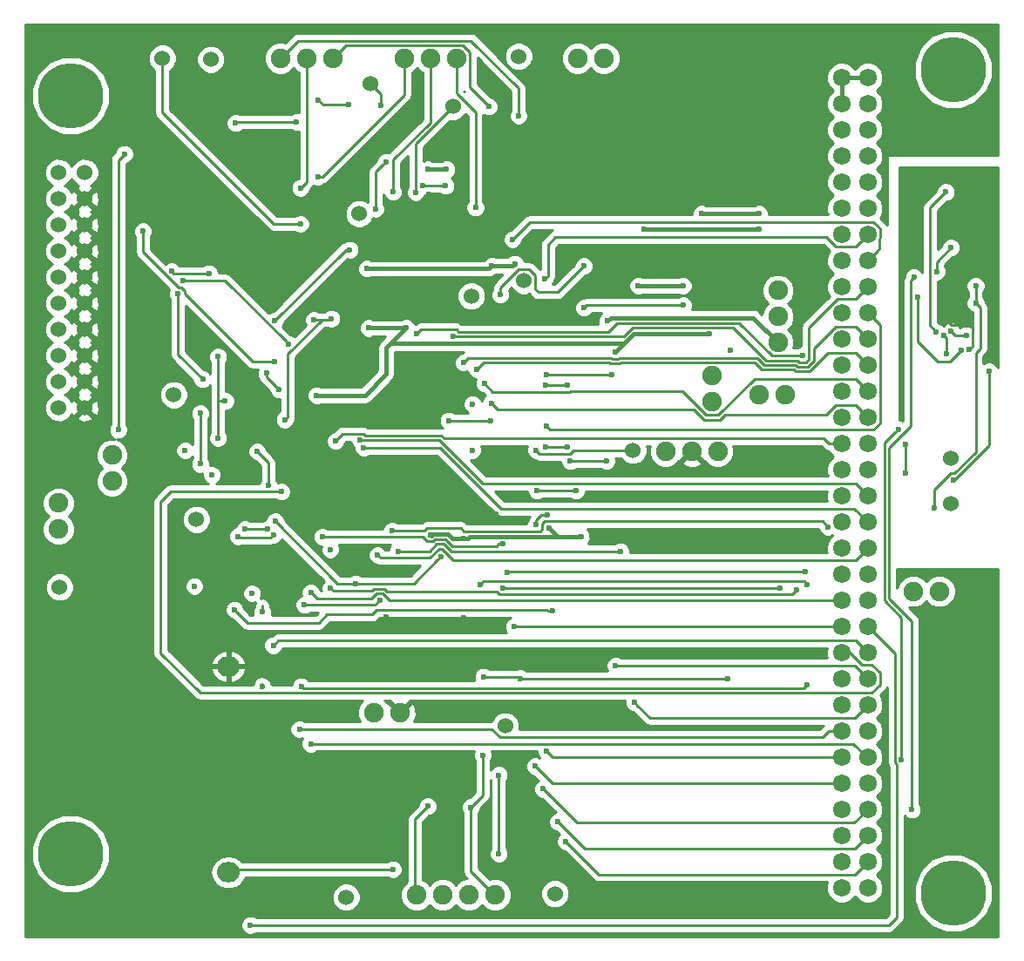
<source format=gbr>
G04 #@! TF.FileFunction,Copper,L2,Bot,Signal*
%FSLAX46Y46*%
G04 Gerber Fmt 4.6, Leading zero omitted, Abs format (unit mm)*
G04 Created by KiCad (PCBNEW 4.0.4-stable) date Sunday, July 30, 2017 'PMt' 05:50:18 PM*
%MOMM*%
%LPD*%
G01*
G04 APERTURE LIST*
%ADD10C,0.100000*%
%ADD11C,1.524000*%
%ADD12C,1.900000*%
%ADD13C,6.350000*%
%ADD14C,1.720000*%
%ADD15O,2.200000X1.950000*%
%ADD16C,0.600000*%
%ADD17C,0.400000*%
%ADD18C,0.250000*%
%ADD19C,0.254000*%
G04 APERTURE END LIST*
D10*
D11*
X144000000Y-47100000D03*
D12*
X154330000Y-24000000D03*
X156870000Y-24000000D03*
D13*
X105080000Y-27620000D03*
X190810000Y-25080000D03*
X105080000Y-101280000D03*
X190810000Y-105090000D03*
D12*
X173800000Y-51640000D03*
X173800000Y-49100000D03*
X173800000Y-46560000D03*
X167940000Y-62200000D03*
X165400000Y-62200000D03*
X162860000Y-62200000D03*
X171930000Y-56700000D03*
X174470000Y-56700000D03*
X167386000Y-57404000D03*
X167386000Y-54864000D03*
D14*
X179980000Y-25880000D03*
X179980000Y-28420000D03*
X179980000Y-30960000D03*
X179980000Y-33500000D03*
X179980000Y-36040000D03*
X179980000Y-38580000D03*
X179980000Y-41120000D03*
X179980000Y-43660000D03*
X179980000Y-46200000D03*
X179980000Y-48740000D03*
X179980000Y-51280000D03*
X179980000Y-53820000D03*
X179980000Y-56360000D03*
X179980000Y-58900000D03*
X179980000Y-61440000D03*
X179980000Y-63980000D03*
X179980000Y-66520000D03*
X179980000Y-69060000D03*
X179980000Y-71600000D03*
X179980000Y-74140000D03*
X179980000Y-76680000D03*
X179980000Y-79220000D03*
X179980000Y-81760000D03*
X179980000Y-84300000D03*
X179980000Y-86840000D03*
X179980000Y-89380000D03*
X179980000Y-91920000D03*
X179980000Y-94460000D03*
X179980000Y-97000000D03*
X179980000Y-99540000D03*
X179980000Y-102080000D03*
X179980000Y-104620000D03*
X182520000Y-25880000D03*
X182520000Y-28420000D03*
X182520000Y-30960000D03*
X182520000Y-33500000D03*
X182520000Y-36040000D03*
X182520000Y-38580000D03*
X182520000Y-41120000D03*
X182520000Y-43660000D03*
X182520000Y-46200000D03*
X182520000Y-48740000D03*
X182520000Y-51280000D03*
X182520000Y-53820000D03*
X182520000Y-56360000D03*
X182520000Y-58900000D03*
X182520000Y-61440000D03*
X182520000Y-63980000D03*
X182520000Y-66520000D03*
X182520000Y-69060000D03*
X182520000Y-71600000D03*
X182520000Y-74140000D03*
X182520000Y-76680000D03*
X182520000Y-79220000D03*
X182520000Y-81760000D03*
X182520000Y-84300000D03*
X182520000Y-86840000D03*
X182520000Y-89380000D03*
X182520000Y-91920000D03*
X182520000Y-94460000D03*
X182520000Y-97000000D03*
X182520000Y-99540000D03*
X182520000Y-102080000D03*
X182520000Y-104620000D03*
D15*
X120400000Y-103100000D03*
X120400000Y-83100000D03*
D12*
X134530000Y-87600000D03*
X137070000Y-87600000D03*
D11*
X114000000Y-24000000D03*
X142200000Y-28700000D03*
X134200000Y-26500000D03*
X149100000Y-45600000D03*
X148600000Y-23800000D03*
X159700000Y-62100000D03*
X147300000Y-88900000D03*
X152110000Y-105170000D03*
X131840000Y-105540000D03*
X115100000Y-56700000D03*
X117300000Y-68800000D03*
X104000000Y-75400000D03*
X118700000Y-24100000D03*
X103900000Y-35100000D03*
X106440000Y-35100000D03*
X103900000Y-37640000D03*
X106440000Y-37640000D03*
X103900000Y-40180000D03*
X106440000Y-40180000D03*
X103900000Y-42720000D03*
X106440000Y-42720000D03*
X103900000Y-45260000D03*
X106440000Y-45260000D03*
X103900000Y-47800000D03*
X106440000Y-47800000D03*
X103900000Y-50340000D03*
X106440000Y-50340000D03*
X103900000Y-52880000D03*
X106440000Y-52880000D03*
X103900000Y-55420000D03*
X106440000Y-55420000D03*
X103900000Y-57960000D03*
X106440000Y-57960000D03*
X133100000Y-39100000D03*
D12*
X143770000Y-105300000D03*
X141230000Y-105300000D03*
X138690000Y-105300000D03*
X146310000Y-105300000D03*
X125460000Y-24000000D03*
X128000000Y-24000000D03*
X130540000Y-24000000D03*
X142540000Y-24000000D03*
X140000000Y-24000000D03*
X137460000Y-24000000D03*
D11*
X190600000Y-62885000D03*
X190600000Y-67285000D03*
D12*
X109100000Y-62560000D03*
X109100000Y-65100000D03*
X103900000Y-69770000D03*
X103900000Y-67230000D03*
X189470000Y-75800000D03*
X186930000Y-75800000D03*
D16*
X144100000Y-57600000D03*
X144100000Y-62100000D03*
X123687954Y-85029989D03*
X122700000Y-76000000D03*
X117100000Y-75300000D03*
X123700000Y-77800000D03*
X118800000Y-64500000D03*
X116200000Y-62100000D03*
X141030634Y-72429830D03*
X139800000Y-34800000D03*
X141600000Y-34800000D03*
X151343230Y-68374999D03*
X145900000Y-59200000D03*
X141800000Y-59200000D03*
X148222898Y-43960999D03*
X145990981Y-44187213D03*
X171958000Y-40640000D03*
X160782000Y-40640000D03*
X133858000Y-44450000D03*
X150278241Y-69341992D03*
X145170000Y-84110000D03*
X168940000Y-84290000D03*
X148720000Y-84250000D03*
X125880000Y-59120000D03*
X132740000Y-75034990D03*
X124300000Y-65484990D03*
X124950000Y-69000000D03*
X130400000Y-49300000D03*
X128700000Y-49400000D03*
X123200000Y-62200000D03*
X115500000Y-46900000D03*
X117900000Y-55200000D03*
X118800000Y-67400000D03*
X112600000Y-66000000D03*
X142600000Y-68100000D03*
X146350000Y-68250000D03*
X131875010Y-79200000D03*
X117300000Y-74200000D03*
X159100000Y-34000000D03*
X151240000Y-55762990D03*
X153300000Y-55800000D03*
X123400000Y-26600000D03*
X133900000Y-79300000D03*
X141089254Y-63600000D03*
X121700000Y-74800000D03*
X131300000Y-45700000D03*
X151500000Y-48900000D03*
X129500000Y-58800000D03*
X124300000Y-72100000D03*
X149900000Y-97200000D03*
X158418870Y-70900000D03*
X168600000Y-47500000D03*
X155700000Y-70400000D03*
X127000000Y-73000000D03*
X132400000Y-68800000D03*
X125500000Y-60800000D03*
X140940000Y-48570000D03*
X147475873Y-66655693D03*
X129300000Y-68875010D03*
X169170000Y-52400032D03*
X165862000Y-31242000D03*
X139600000Y-43495990D03*
X143234237Y-78355340D03*
X119450000Y-41750000D03*
X122100000Y-56674990D03*
X129270000Y-67250000D03*
X135700000Y-78300000D03*
X151500000Y-38500000D03*
X147200000Y-62200000D03*
X151400000Y-28600000D03*
X139900000Y-37200000D03*
X150300000Y-42400000D03*
X132700000Y-47600000D03*
X131400000Y-47500000D03*
X139200000Y-54000000D03*
X132300000Y-54000000D03*
X133800000Y-35400000D03*
X122520307Y-68236408D03*
X122000000Y-58349991D03*
X115300000Y-78800000D03*
X122000000Y-60000000D03*
X165705018Y-37505018D03*
X158100000Y-28400000D03*
X163400000Y-28300000D03*
X112000000Y-60400000D03*
X129900000Y-37000000D03*
X154675000Y-70500000D03*
X151528261Y-69625011D03*
X140000000Y-70300000D03*
X127800546Y-77115556D03*
X143291804Y-70628219D03*
X135100011Y-76660241D03*
X153310000Y-61800000D03*
X167132000Y-50800000D03*
X157988000Y-52578000D03*
X137669773Y-50177434D03*
X150362200Y-66016073D03*
X154178000Y-66040000D03*
X151240000Y-61740000D03*
X134030000Y-50210000D03*
X128960000Y-56750000D03*
X117660000Y-63420000D03*
X117670000Y-58510000D03*
X153200000Y-100100000D03*
X152400000Y-98200000D03*
X151000000Y-95000000D03*
X128400000Y-90600000D03*
X171958000Y-39116000D03*
X166370000Y-39116000D03*
X157226000Y-49533990D03*
X154940000Y-48260000D03*
X164592000Y-48006000D03*
X164600000Y-46100000D03*
X160200000Y-46100000D03*
X146812000Y-46990000D03*
X154940000Y-44196000D03*
X136400000Y-102820000D03*
X120100000Y-57300000D03*
X119400000Y-60900000D03*
X119400000Y-53000000D03*
X192400000Y-52300000D03*
X191800000Y-43100000D03*
X190200000Y-47800000D03*
X130800000Y-61200000D03*
X130302756Y-71742545D03*
X130343051Y-75473051D03*
X175640000Y-75660000D03*
X186800000Y-97013802D03*
X187000000Y-45300000D03*
X151300000Y-91300000D03*
X185482901Y-60053143D03*
X185799990Y-92155018D03*
X150200000Y-92800000D03*
X121342573Y-70458674D03*
X122540000Y-108240000D03*
X124770000Y-70290000D03*
X124209618Y-69719044D03*
X122010000Y-69730000D03*
X124760000Y-81040000D03*
X151325010Y-54740000D03*
X158021309Y-83047550D03*
X157640000Y-54720000D03*
X157125021Y-63144678D03*
X153620000Y-63140000D03*
X159846329Y-86605011D03*
X146680000Y-93650000D03*
X146680000Y-101320000D03*
X139767499Y-96687499D03*
X143949989Y-96780000D03*
X145110000Y-91750000D03*
X135691949Y-34075010D03*
X148600000Y-29600000D03*
X132045530Y-28537568D03*
X129124981Y-28064033D03*
X134710486Y-38638009D03*
X139300000Y-36400000D03*
X141500000Y-36400000D03*
X127400000Y-36600000D03*
X145700000Y-28700000D03*
X144400000Y-38500000D03*
X132200000Y-42600000D03*
X124900000Y-49500000D03*
X136400000Y-37000000D03*
X129100000Y-35500000D03*
X136875010Y-71900000D03*
X158480000Y-71910000D03*
X127400000Y-40100000D03*
X151892000Y-77724000D03*
X120980000Y-77580000D03*
X110300000Y-33300000D03*
X109700000Y-60100000D03*
X121100000Y-30300000D03*
X127000000Y-30200000D03*
X138597249Y-37025010D03*
X135218191Y-28579708D03*
X150300000Y-62100000D03*
X124924448Y-53475552D03*
X112100000Y-40800000D03*
X126258051Y-51758051D03*
X116000000Y-45600000D03*
X114900000Y-44700000D03*
X118500000Y-44900000D03*
X125300000Y-56200000D03*
X124100000Y-54600000D03*
X176192999Y-52915001D03*
X138684000Y-50800000D03*
X136300000Y-69900000D03*
X178645043Y-69540000D03*
X174010000Y-75480000D03*
X147040000Y-75490000D03*
X147524990Y-74000000D03*
X176482599Y-73891300D03*
X128400000Y-75900000D03*
X147058939Y-71200010D03*
X129524849Y-70505252D03*
X148150000Y-79220000D03*
X125560000Y-66110000D03*
X127300000Y-89200000D03*
X151130000Y-45466000D03*
X147988143Y-41598067D03*
X142238546Y-50999990D03*
X151310000Y-59720000D03*
X143250000Y-53588000D03*
X144544155Y-54213010D03*
X145288000Y-55626000D03*
X145932761Y-57506641D03*
X144830292Y-75156236D03*
X176628571Y-75141312D03*
X133200000Y-61100000D03*
X133558125Y-61825010D03*
X134875010Y-72260000D03*
X127482216Y-85029989D03*
X176600000Y-84900000D03*
X190858051Y-64958051D03*
X194300000Y-54400000D03*
X186225010Y-64300000D03*
X186225010Y-61500000D03*
X187355768Y-47200463D03*
X191600000Y-52400000D03*
X189000000Y-67700000D03*
X193000000Y-47800000D03*
X193000000Y-46100000D03*
X190100000Y-37000000D03*
X189164672Y-50584860D03*
X192074989Y-50897249D03*
X190615553Y-50542224D03*
X189900000Y-50899998D03*
X190200000Y-52700000D03*
X189202751Y-44725010D03*
X190600000Y-42400000D03*
D17*
X144000000Y-62100000D02*
X144100000Y-62100000D01*
D18*
X123687954Y-84887954D02*
X123687954Y-85029989D01*
X123600000Y-84800000D02*
X123687954Y-84887954D01*
X117100000Y-75200000D02*
X117100000Y-75300000D01*
X123700000Y-77200000D02*
X123700000Y-77800000D01*
X143299998Y-27230789D02*
X143287001Y-27217792D01*
X132740000Y-75034990D02*
X138425474Y-75034990D01*
X140730635Y-72729829D02*
X141030634Y-72429830D01*
X138425474Y-75034990D02*
X140730635Y-72729829D01*
D17*
X141600000Y-34800000D02*
X139800000Y-34800000D01*
D18*
X150918966Y-68374999D02*
X151343230Y-68374999D01*
X150278241Y-69341992D02*
X150278241Y-68917728D01*
X150278241Y-68917728D02*
X150820970Y-68374999D01*
X150820970Y-68374999D02*
X150918966Y-68374999D01*
X141800000Y-59200000D02*
X145900000Y-59200000D01*
D17*
X147996684Y-44187213D02*
X148222898Y-43960999D01*
X145990981Y-44187213D02*
X147996684Y-44187213D01*
X133858000Y-44450000D02*
X145728194Y-44450000D01*
X145728194Y-44450000D02*
X145990981Y-44187213D01*
X160782000Y-40640000D02*
X171958000Y-40640000D01*
D18*
X145170000Y-84110000D02*
X148580000Y-84110000D01*
X148580000Y-84110000D02*
X148720000Y-84250000D01*
X148720000Y-84250000D02*
X168900000Y-84250000D01*
X168900000Y-84250000D02*
X168940000Y-84290000D01*
X126179999Y-58820001D02*
X126179999Y-52720001D01*
X129500000Y-49400000D02*
X130300000Y-49400000D01*
X128700000Y-49400000D02*
X129500000Y-49400000D01*
X126179999Y-52720001D02*
X129500000Y-49400000D01*
X125880000Y-59120000D02*
X126179999Y-58820001D01*
X132315736Y-75034990D02*
X132740000Y-75034990D01*
X130984990Y-75034990D02*
X132315736Y-75034990D01*
X124950000Y-69000000D02*
X130984990Y-75034990D01*
X124300000Y-65060726D02*
X124300000Y-65484990D01*
X124300000Y-63300000D02*
X124300000Y-65060726D01*
X123200000Y-62200000D02*
X124300000Y-63300000D01*
X130300000Y-49400000D02*
X130400000Y-49300000D01*
X115500000Y-52800000D02*
X115500000Y-46900000D01*
X117900000Y-55200000D02*
X115500000Y-52800000D01*
X146350000Y-68250000D02*
X142750000Y-68250000D01*
X142750000Y-68250000D02*
X142600000Y-68100000D01*
X153300000Y-55800000D02*
X151277010Y-55800000D01*
X151277010Y-55800000D02*
X151240000Y-55762990D01*
X156200000Y-70900000D02*
X157994606Y-70900000D01*
X155700000Y-70400000D02*
X156200000Y-70900000D01*
X157994606Y-70900000D02*
X158418870Y-70900000D01*
D17*
X141725001Y-70225001D02*
X140257525Y-70225001D01*
X143291804Y-70628219D02*
X142128219Y-70628219D01*
X142128219Y-70628219D02*
X141725001Y-70225001D01*
X140257525Y-70225001D02*
X140091263Y-70391263D01*
X140091263Y-70391263D02*
X140000000Y-70300000D01*
X143716068Y-70628219D02*
X143291804Y-70628219D01*
X152403250Y-70500000D02*
X143844287Y-70500000D01*
X143844287Y-70500000D02*
X143716068Y-70628219D01*
X154675000Y-70500000D02*
X152403250Y-70500000D01*
X152403250Y-70500000D02*
X151528261Y-69625011D01*
X134030000Y-50210000D02*
X137637207Y-50210000D01*
X137637207Y-50210000D02*
X137669773Y-50177434D01*
X135700000Y-54700000D02*
X133650000Y-56750000D01*
X133650000Y-56750000D02*
X128960000Y-56750000D01*
X135700000Y-52147207D02*
X135700000Y-54700000D01*
X136147207Y-51700000D02*
X137669773Y-50177434D01*
X158866000Y-51700000D02*
X136147207Y-51700000D01*
X136147207Y-51700000D02*
X135700000Y-52147207D01*
X158866000Y-51700000D02*
X159766000Y-50800000D01*
X157988000Y-52578000D02*
X158866000Y-51700000D01*
D18*
X128224810Y-77115556D02*
X127800546Y-77115556D01*
X134644696Y-77115556D02*
X128224810Y-77115556D01*
X135100011Y-76660241D02*
X134644696Y-77115556D01*
D17*
X159766000Y-50800000D02*
X167132000Y-50800000D01*
D18*
X154178000Y-66040000D02*
X150386127Y-66040000D01*
X150386127Y-66040000D02*
X150362200Y-66016073D01*
X153310000Y-61800000D02*
X151300000Y-61800000D01*
X151300000Y-61800000D02*
X151240000Y-61740000D01*
X117670000Y-58510000D02*
X117670000Y-63410000D01*
X117670000Y-63410000D02*
X117660000Y-63420000D01*
X181300000Y-103300000D02*
X182520000Y-102080000D01*
X156400000Y-103300000D02*
X181300000Y-103300000D01*
X153200000Y-100100000D02*
X156400000Y-103300000D01*
X181260000Y-100800000D02*
X182520000Y-99540000D01*
X155000000Y-100800000D02*
X181260000Y-100800000D01*
X152400000Y-98200000D02*
X155000000Y-100800000D01*
X181220000Y-98300000D02*
X182520000Y-97000000D01*
X154300000Y-98300000D02*
X181220000Y-98300000D01*
X151000000Y-95000000D02*
X154300000Y-98300000D01*
X159800000Y-90600000D02*
X128400000Y-90600000D01*
X182520000Y-91920000D02*
X182420000Y-91920000D01*
X182420000Y-91920000D02*
X181100000Y-90600000D01*
X181100000Y-90600000D02*
X159800000Y-90600000D01*
X159800000Y-90600000D02*
X159500000Y-90600000D01*
D17*
X166370000Y-39116000D02*
X171958000Y-39116000D01*
X157525999Y-49233991D02*
X157226000Y-49533990D01*
X157560014Y-49199976D02*
X157525999Y-49233991D01*
X173800000Y-51640000D02*
X171359976Y-49199976D01*
X171359976Y-49199976D02*
X157560014Y-49199976D01*
D18*
X164592000Y-48006000D02*
X155194000Y-48006000D01*
X155194000Y-48006000D02*
X154940000Y-48260000D01*
D17*
X160200000Y-46100000D02*
X164600000Y-46100000D01*
D18*
X150514002Y-46736000D02*
X152400000Y-46736000D01*
X152400000Y-46736000D02*
X154940000Y-44196000D01*
X150187001Y-46408999D02*
X150514002Y-46736000D01*
X148578239Y-44512999D02*
X149621761Y-44512999D01*
X146812000Y-46990000D02*
X146812000Y-46279238D01*
X146812000Y-46279238D02*
X148578239Y-44512999D01*
X149621761Y-44512999D02*
X150187001Y-45078239D01*
X150187001Y-45078239D02*
X150187001Y-46408999D01*
X136400000Y-102820000D02*
X120680000Y-102820000D01*
X120680000Y-102820000D02*
X120400000Y-103100000D01*
X120100000Y-57300000D02*
X119400000Y-57300000D01*
X119400000Y-53000000D02*
X119400000Y-57300000D01*
X119400000Y-57300000D02*
X119400000Y-57500000D01*
X119400000Y-60900000D02*
X119400000Y-57300000D01*
X192699999Y-49899999D02*
X190699999Y-49899999D01*
X190699999Y-49899999D02*
X190200000Y-49400000D01*
X190200000Y-49400000D02*
X190200000Y-47800000D01*
X192400000Y-52300000D02*
X192699999Y-52000001D01*
X192699999Y-52000001D02*
X192699999Y-49899999D01*
D17*
X179980000Y-25880000D02*
X182520000Y-25880000D01*
X179980000Y-28420000D02*
X179980000Y-25880000D01*
D18*
X131099999Y-60900001D02*
X130800000Y-61200000D01*
X131525002Y-60474998D02*
X131099999Y-60900001D01*
X133674993Y-60649989D02*
X133500002Y-60474998D01*
X178248776Y-60924999D02*
X141361410Y-60924999D01*
X178763777Y-61440000D02*
X178248776Y-60924999D01*
X141361410Y-60924999D02*
X141086400Y-60649989D01*
X179980000Y-61440000D02*
X178763777Y-61440000D01*
X133500002Y-60474998D02*
X131525002Y-60474998D01*
X141086400Y-60649989D02*
X133674993Y-60649989D01*
X135563597Y-75585228D02*
X134532954Y-75585228D01*
X175640000Y-75660000D02*
X175184999Y-76115001D01*
X130643050Y-75773050D02*
X130343051Y-75473051D01*
X134532954Y-75585228D02*
X134345132Y-75773050D01*
X134345132Y-75773050D02*
X130643050Y-75773050D01*
X146739999Y-76115001D02*
X146474998Y-75850000D01*
X175184999Y-76115001D02*
X146739999Y-76115001D01*
X146474998Y-75850000D02*
X135828368Y-75850000D01*
X135828368Y-75850000D02*
X135563597Y-75585228D01*
X187000000Y-45300000D02*
X186700001Y-45599999D01*
X184600000Y-61819942D02*
X184600000Y-76500000D01*
X186700001Y-45599999D02*
X186700001Y-59719941D01*
X186700001Y-59719941D02*
X184600000Y-61819942D01*
X186800000Y-78700000D02*
X186800000Y-97013802D01*
X184600000Y-76500000D02*
X186800000Y-78700000D01*
X186624999Y-96838801D02*
X186800000Y-97013802D01*
X151920000Y-91920000D02*
X179980000Y-91920000D01*
X151300000Y-91300000D02*
X151920000Y-91920000D01*
X185799990Y-78336401D02*
X184149989Y-76686400D01*
X185182902Y-60353142D02*
X185482901Y-60053143D01*
X184149989Y-61386055D02*
X185182902Y-60353142D01*
X184149989Y-76686400D02*
X184149989Y-61386055D01*
X185799990Y-92155018D02*
X185799990Y-78336401D01*
X151860000Y-94460000D02*
X179980000Y-94460000D01*
X150200000Y-92800000D02*
X151860000Y-94460000D01*
X184550000Y-108240000D02*
X185330000Y-107460000D01*
X185330000Y-107460000D02*
X185330000Y-92610030D01*
X122540000Y-108240000D02*
X184550000Y-108240000D01*
X185330000Y-92610030D02*
X185174989Y-92455019D01*
X185174989Y-92455019D02*
X185174989Y-81874989D01*
X185174989Y-81874989D02*
X183379999Y-80079999D01*
X183379999Y-80079999D02*
X182520000Y-79220000D01*
X121473898Y-70589999D02*
X121342573Y-70458674D01*
X124770000Y-70290000D02*
X124470001Y-70589999D01*
X124470001Y-70589999D02*
X121473898Y-70589999D01*
X125225001Y-80574999D02*
X181334999Y-80574999D01*
X181660001Y-80900001D02*
X182520000Y-81760000D01*
X124760000Y-81040000D02*
X125225001Y-80574999D01*
X181334999Y-80574999D02*
X181660001Y-80900001D01*
X124198662Y-69730000D02*
X124209618Y-69719044D01*
X122010000Y-69730000D02*
X124198662Y-69730000D01*
X151345010Y-54720000D02*
X151325010Y-54740000D01*
X157640000Y-54720000D02*
X151345010Y-54720000D01*
X181267550Y-83047550D02*
X158445573Y-83047550D01*
X158445573Y-83047550D02*
X158021309Y-83047550D01*
X182520000Y-84300000D02*
X181267550Y-83047550D01*
X153620000Y-63140000D02*
X157120343Y-63140000D01*
X157120343Y-63140000D02*
X157125021Y-63144678D01*
X181260000Y-88100000D02*
X161341318Y-88100000D01*
X161341318Y-88100000D02*
X160146328Y-86905010D01*
X182520000Y-86840000D02*
X181260000Y-88100000D01*
X160146328Y-86905010D02*
X159846329Y-86605011D01*
X146680000Y-101320000D02*
X146680000Y-93650000D01*
X139467500Y-96987498D02*
X139767499Y-96687499D01*
X138510000Y-97944998D02*
X139467500Y-96987498D01*
X138510000Y-105200000D02*
X138510000Y-97944998D01*
X143949989Y-96780000D02*
X143949989Y-103019989D01*
X143949989Y-103019989D02*
X146130000Y-105200000D01*
X145110000Y-95619989D02*
X144249988Y-96480001D01*
X145110000Y-91750000D02*
X145110000Y-95619989D01*
X144249988Y-96480001D02*
X143949989Y-96780000D01*
X135391950Y-34375009D02*
X135691949Y-34075010D01*
X134710486Y-35056473D02*
X135391950Y-34375009D01*
X134710486Y-38638009D02*
X134710486Y-35056473D01*
X143974988Y-22274988D02*
X148600000Y-26900000D01*
X148600000Y-26900000D02*
X148600000Y-29600000D01*
X125460000Y-24000000D02*
X127185012Y-22274988D01*
X127185012Y-22274988D02*
X143974988Y-22274988D01*
X131621266Y-28537568D02*
X132045530Y-28537568D01*
X129124981Y-28064033D02*
X129598516Y-28537568D01*
X129598516Y-28537568D02*
X131621266Y-28537568D01*
X141500000Y-36400000D02*
X139300000Y-36400000D01*
X128000000Y-36000000D02*
X128000000Y-24000000D01*
X127400000Y-36600000D02*
X128000000Y-36000000D01*
X130540000Y-24000000D02*
X131815001Y-22724999D01*
X131815001Y-22724999D02*
X143152001Y-22724999D01*
X143152001Y-22724999D02*
X143815001Y-23387999D01*
X143815001Y-23387999D02*
X143815001Y-26815001D01*
X143815001Y-26815001D02*
X145700000Y-28700000D01*
X144400000Y-29291238D02*
X144400000Y-38075736D01*
X142540000Y-27431238D02*
X144400000Y-29291238D01*
X142540000Y-24000000D02*
X142540000Y-27431238D01*
X144400000Y-38075736D02*
X144400000Y-38500000D01*
X124900000Y-49500000D02*
X131800000Y-42600000D01*
X131800000Y-42600000D02*
X132200000Y-42600000D01*
X140000000Y-25343502D02*
X140000000Y-24000000D01*
X140000000Y-30263590D02*
X140000000Y-25343502D01*
X136400000Y-33863590D02*
X140000000Y-30263590D01*
X136400000Y-37000000D02*
X136400000Y-33863590D01*
X132100000Y-42600000D02*
X132200000Y-42600000D01*
X129100000Y-35500000D02*
X129524264Y-35500000D01*
X129524264Y-35500000D02*
X137460000Y-27564264D01*
X137460000Y-25343502D02*
X137460000Y-24000000D01*
X137460000Y-27564264D02*
X137460000Y-25343502D01*
X142031113Y-71910000D02*
X141321135Y-71200022D01*
X139961412Y-71900000D02*
X137299274Y-71900000D01*
X137299274Y-71900000D02*
X136875010Y-71900000D01*
X140661391Y-71200022D02*
X139961412Y-71900000D01*
X158480000Y-71910000D02*
X142031113Y-71910000D01*
X141321135Y-71200022D02*
X140661391Y-71200022D01*
X114000000Y-29300000D02*
X114000000Y-24000000D01*
X124800000Y-40100000D02*
X114000000Y-29300000D01*
X127400000Y-40100000D02*
X124800000Y-40100000D01*
X134816994Y-77590000D02*
X151333736Y-77590000D01*
X134356984Y-78050011D02*
X134816994Y-77590000D01*
X120980000Y-77580000D02*
X122240011Y-78840011D01*
X129200001Y-78840011D02*
X129990001Y-78050011D01*
X151333736Y-77590000D02*
X151467736Y-77724000D01*
X151467736Y-77724000D02*
X151892000Y-77724000D01*
X129990001Y-78050011D02*
X134356984Y-78050011D01*
X122240011Y-78840011D02*
X129200001Y-78840011D01*
X109700000Y-37800000D02*
X109700000Y-33900000D01*
X109700000Y-33900000D02*
X110300000Y-33300000D01*
X109700000Y-60100000D02*
X109700000Y-37800000D01*
X127000000Y-30200000D02*
X121200000Y-30200000D01*
X121200000Y-30200000D02*
X121100000Y-30300000D01*
X138597249Y-37025010D02*
X138597249Y-32302751D01*
X138597249Y-32302751D02*
X142200000Y-28700000D01*
X135218191Y-28155444D02*
X135218191Y-28579708D01*
X134200000Y-26500000D02*
X135218191Y-27518191D01*
X135218191Y-27518191D02*
X135218191Y-28155444D01*
X158622370Y-62100000D02*
X159700000Y-62100000D01*
X153935002Y-62100000D02*
X158622370Y-62100000D01*
X153610001Y-62425001D02*
X153935002Y-62100000D01*
X150625001Y-62425001D02*
X153610001Y-62425001D01*
X150300000Y-62100000D02*
X150625001Y-62425001D01*
X122750548Y-53475552D02*
X124500184Y-53475552D01*
X116125002Y-46850006D02*
X122750548Y-53475552D01*
X116125002Y-46599998D02*
X116125002Y-46850006D01*
X115800002Y-46274998D02*
X116125002Y-46599998D01*
X115549994Y-46274998D02*
X115800002Y-46274998D01*
X112100000Y-42825004D02*
X115549994Y-46274998D01*
X112100000Y-40800000D02*
X112100000Y-42825004D01*
X124500184Y-53475552D02*
X124924448Y-53475552D01*
X120100000Y-45600000D02*
X125958052Y-51458052D01*
X116000000Y-45600000D02*
X120100000Y-45600000D01*
X125958052Y-51458052D02*
X126258051Y-51758051D01*
X115100000Y-44900000D02*
X114900000Y-44700000D01*
X118500000Y-44900000D02*
X115100000Y-44900000D01*
X124100000Y-54600000D02*
X124100000Y-55000000D01*
X124100000Y-55000000D02*
X125300000Y-56200000D01*
X175768735Y-52915001D02*
X176192999Y-52915001D01*
X169997985Y-49724987D02*
X173187999Y-52915001D01*
X157274511Y-50574988D02*
X158124512Y-49724987D01*
X142738546Y-50574988D02*
X157274511Y-50574988D01*
X138684000Y-50800000D02*
X139109011Y-50374989D01*
X139109011Y-50374989D02*
X142538547Y-50374989D01*
X142538547Y-50374989D02*
X142738546Y-50574988D01*
X173187999Y-52915001D02*
X175768735Y-52915001D01*
X158124512Y-49724987D02*
X169997985Y-49724987D01*
X136724264Y-69900000D02*
X136300000Y-69900000D01*
X178645043Y-69540000D02*
X178105044Y-69000001D01*
X139699999Y-69674999D02*
X139474998Y-69900000D01*
X143266998Y-69967002D02*
X142974995Y-69674999D01*
X150903251Y-69731753D02*
X150668002Y-69967002D01*
X151104244Y-69000001D02*
X150903251Y-69200994D01*
X150668002Y-69967002D02*
X143266998Y-69967002D01*
X142974995Y-69674999D02*
X139699999Y-69674999D01*
X150903251Y-69200994D02*
X150903251Y-69731753D01*
X178105044Y-69000001D02*
X151104244Y-69000001D01*
X139474998Y-69900000D02*
X136724264Y-69900000D01*
X147040000Y-75490000D02*
X174000000Y-75490000D01*
X174000000Y-75490000D02*
X174010000Y-75480000D01*
X176482599Y-73891300D02*
X147633690Y-73891300D01*
X147633690Y-73891300D02*
X147524990Y-74000000D01*
X135377197Y-76035239D02*
X136021958Y-76680000D01*
X134777193Y-76035239D02*
X135377197Y-76035239D01*
X134319944Y-76492488D02*
X134777193Y-76035239D01*
X136021958Y-76680000D02*
X178763777Y-76680000D01*
X128400000Y-75900000D02*
X128992488Y-76492488D01*
X178763777Y-76680000D02*
X179980000Y-76680000D01*
X128992488Y-76492488D02*
X134319944Y-76492488D01*
X142138690Y-71381166D02*
X146453519Y-71381166D01*
X140474991Y-70750011D02*
X141507535Y-70750011D01*
X135980248Y-70505252D02*
X135999998Y-70525002D01*
X146634675Y-71200010D02*
X147058939Y-71200010D01*
X140300001Y-70925001D02*
X140474991Y-70750011D01*
X141507535Y-70750011D02*
X142138690Y-71381166D01*
X139300000Y-70525002D02*
X139699999Y-70925001D01*
X146453519Y-71381166D02*
X146634675Y-71200010D01*
X129524849Y-70505252D02*
X135980248Y-70505252D01*
X135999998Y-70525002D02*
X139300000Y-70525002D01*
X139699999Y-70925001D02*
X140300001Y-70925001D01*
X179980000Y-79220000D02*
X148150000Y-79220000D01*
X179520000Y-78760000D02*
X179980000Y-79220000D01*
X183705001Y-83731199D02*
X183705001Y-84868801D01*
X117654999Y-85654999D02*
X113800000Y-81800000D01*
X182918803Y-85654999D02*
X117654999Y-85654999D01*
X181951199Y-82945001D02*
X182918803Y-82945001D01*
X179980000Y-81760000D02*
X180766198Y-81760000D01*
X180766198Y-81760000D02*
X181951199Y-82945001D01*
X182918803Y-82945001D02*
X183705001Y-83731199D01*
X113800000Y-81800000D02*
X113800000Y-67100000D01*
X183705001Y-84868801D02*
X182918803Y-85654999D01*
X113800000Y-67100000D02*
X114790000Y-66110000D01*
X114790000Y-66110000D02*
X120920000Y-66110000D01*
X125560000Y-66110000D02*
X120920000Y-66110000D01*
X127300000Y-89200000D02*
X145991238Y-89200000D01*
X145991238Y-89200000D02*
X146778239Y-89987001D01*
X146778239Y-89987001D02*
X178156776Y-89987001D01*
X178156776Y-89987001D02*
X178763777Y-89380000D01*
X178763777Y-89380000D02*
X179980000Y-89380000D01*
X151130000Y-45466000D02*
X151429999Y-45166001D01*
X151429999Y-45166001D02*
X151429999Y-42118001D01*
X152146000Y-41402000D02*
X178508198Y-41402000D01*
X151429999Y-42118001D02*
X152146000Y-41402000D01*
X178508198Y-41402000D02*
X179411199Y-42305001D01*
X179411199Y-42305001D02*
X181334999Y-42305001D01*
X181334999Y-42305001D02*
X182520000Y-41120000D01*
X183674999Y-42505001D02*
X183379999Y-42800001D01*
X183379999Y-42800001D02*
X182520000Y-43660000D01*
X183674999Y-41499999D02*
X183674999Y-42505001D01*
X183088801Y-39934999D02*
X183705001Y-40551199D01*
X183705001Y-41469997D02*
X183674999Y-41499999D01*
X183705001Y-40551199D02*
X183705001Y-41469997D01*
X149651211Y-39934999D02*
X183088801Y-39934999D01*
X147988143Y-41598067D02*
X149651211Y-39934999D01*
X182520000Y-46200000D02*
X181334999Y-47385001D01*
X142263554Y-51024998D02*
X142238546Y-50999990D01*
X176818000Y-50148198D02*
X176818000Y-53215002D01*
X175718008Y-53365012D02*
X172616601Y-53365012D01*
X169426587Y-50174998D02*
X159648526Y-50174998D01*
X176493000Y-53540002D02*
X175892998Y-53540002D01*
X181334999Y-47385001D02*
X179581197Y-47385001D01*
X172616601Y-53365012D02*
X169426587Y-50174998D01*
X158798526Y-51024998D02*
X142263554Y-51024998D01*
X175892998Y-53540002D02*
X175718008Y-53365012D01*
X159648526Y-50174998D02*
X158798526Y-51024998D01*
X179581197Y-47385001D02*
X176818000Y-50148198D01*
X176818000Y-53215002D02*
X176493000Y-53540002D01*
X151310000Y-59720000D02*
X151675001Y-60085001D01*
X151675001Y-60085001D02*
X183088801Y-60085001D01*
X183088801Y-60085001D02*
X183705001Y-59468801D01*
X183705001Y-59468801D02*
X183705001Y-49925001D01*
X183705001Y-49925001D02*
X183379999Y-49599999D01*
X183379999Y-49599999D02*
X182520000Y-48740000D01*
X181660001Y-50420001D02*
X182520000Y-51280000D01*
X181334999Y-50094999D02*
X181660001Y-50420001D01*
X179411199Y-50094999D02*
X181334999Y-50094999D01*
X175706598Y-53990013D02*
X176679400Y-53990013D01*
X177268011Y-52238187D02*
X179411199Y-50094999D01*
X158352014Y-53138988D02*
X171754167Y-53138988D01*
X158288001Y-53203001D02*
X158352014Y-53138988D01*
X157687999Y-53203001D02*
X158288001Y-53203001D01*
X172430201Y-53815023D02*
X175531608Y-53815023D01*
X171754167Y-53138988D02*
X172430201Y-53815023D01*
X143250000Y-53588000D02*
X143699012Y-53138988D01*
X157623986Y-53138988D02*
X157687999Y-53203001D01*
X176679400Y-53990013D02*
X177268011Y-53401402D01*
X175531608Y-53815023D02*
X175706598Y-53990013D01*
X177268011Y-53401402D02*
X177268011Y-52238187D01*
X143699012Y-53138988D02*
X157623986Y-53138988D01*
X145168166Y-53588999D02*
X144844154Y-53913011D01*
X157501599Y-53653012D02*
X157437586Y-53588999D01*
X158474401Y-53653012D02*
X157501599Y-53653012D01*
X181334999Y-52634999D02*
X178670825Y-52634999D01*
X182520000Y-53820000D02*
X181334999Y-52634999D01*
X158538414Y-53588999D02*
X158474401Y-53653012D01*
X178670825Y-52634999D02*
X176865800Y-54440024D01*
X157437586Y-53588999D02*
X145168166Y-53588999D01*
X176865800Y-54440024D02*
X175520198Y-54440024D01*
X144844154Y-53913011D02*
X144544155Y-54213010D01*
X171567767Y-53588999D02*
X158538414Y-53588999D01*
X175345208Y-54265034D02*
X172243801Y-54265034D01*
X175520198Y-54440024D02*
X175345208Y-54265034D01*
X172243801Y-54265034D02*
X171567767Y-53588999D01*
X181660001Y-55500001D02*
X182520000Y-56360000D01*
X171502003Y-55174999D02*
X181334999Y-55174999D01*
X167998001Y-58679001D02*
X171502003Y-55174999D01*
X164482998Y-56388000D02*
X166773999Y-58679001D01*
X153637002Y-56388000D02*
X164482998Y-56388000D01*
X153600001Y-56425001D02*
X153637002Y-56388000D01*
X181334999Y-55174999D02*
X181660001Y-55500001D01*
X146087001Y-56425001D02*
X153600001Y-56425001D01*
X145288000Y-55626000D02*
X146087001Y-56425001D01*
X166773999Y-58679001D02*
X167998001Y-58679001D01*
X168184401Y-59129012D02*
X166587599Y-59129012D01*
X165587657Y-58129070D02*
X146555190Y-58129070D01*
X146555190Y-58129070D02*
X146232760Y-57806640D01*
X178447197Y-58679001D02*
X168634411Y-58679001D01*
X179411199Y-57714999D02*
X178447197Y-58679001D01*
X181334999Y-57714999D02*
X179411199Y-57714999D01*
X182520000Y-58900000D02*
X181334999Y-57714999D01*
X168634411Y-58679001D02*
X168184401Y-59129012D01*
X146232760Y-57806640D02*
X145932761Y-57506641D01*
X166587599Y-59129012D02*
X165587657Y-58129070D01*
X176328572Y-74841313D02*
X145145215Y-74841313D01*
X145145215Y-74841313D02*
X145130291Y-74856237D01*
X176628571Y-75141312D02*
X176328572Y-74841313D01*
X145130291Y-74856237D02*
X144830292Y-75156236D01*
X140900000Y-61100000D02*
X133200000Y-61100000D01*
X145134999Y-65334999D02*
X140900000Y-61100000D01*
X181334999Y-65334999D02*
X145134999Y-65334999D01*
X182520000Y-66520000D02*
X181334999Y-65334999D01*
X146913579Y-67749989D02*
X140988600Y-61825010D01*
X133982389Y-61825010D02*
X133558125Y-61825010D01*
X182520000Y-69060000D02*
X181209989Y-67749989D01*
X181209989Y-67749989D02*
X146913579Y-67749989D01*
X140988600Y-61825010D02*
X133982389Y-61825010D01*
X135175009Y-72559999D02*
X134875010Y-72260000D01*
X142269703Y-72785001D02*
X141134735Y-71650033D01*
X139954997Y-72559999D02*
X135175009Y-72559999D01*
X140864963Y-71650033D02*
X139954997Y-72559999D01*
X141134735Y-71650033D02*
X140864963Y-71650033D01*
X155800000Y-72785001D02*
X142269703Y-72785001D01*
X155800000Y-72785001D02*
X181334999Y-72785001D01*
X155650005Y-72785001D02*
X155800000Y-72785001D01*
X181660001Y-72459999D02*
X182520000Y-71600000D01*
X181334999Y-72785001D02*
X181660001Y-72459999D01*
X127652226Y-85199999D02*
X127485377Y-85033150D01*
X176300001Y-85199999D02*
X127652226Y-85199999D01*
X176600000Y-84900000D02*
X176300001Y-85199999D01*
X127485377Y-85033150D02*
X127482216Y-85029989D01*
X190941949Y-64958051D02*
X190858051Y-64958051D01*
X194300000Y-61600000D02*
X190941949Y-64958051D01*
X194300000Y-54400000D02*
X194300000Y-61600000D01*
X186225010Y-61500000D02*
X186225010Y-64300000D01*
X187355768Y-47624727D02*
X187355768Y-47200463D01*
X189300000Y-53500000D02*
X187355768Y-51555768D01*
X190500000Y-53500000D02*
X189300000Y-53500000D01*
X187355768Y-51555768D02*
X187355768Y-47624727D01*
X191600000Y-52400000D02*
X190500000Y-53500000D01*
X193450009Y-52174993D02*
X193000000Y-52625002D01*
X189000000Y-65891100D02*
X189000000Y-67275736D01*
X193000000Y-62263590D02*
X190930540Y-64333050D01*
X190930540Y-64333050D02*
X190558050Y-64333050D01*
X193000000Y-52625002D02*
X193000000Y-62263590D01*
X193450009Y-48250009D02*
X193450009Y-52174993D01*
X193000000Y-47800000D02*
X193450009Y-48250009D01*
X190558050Y-64333050D02*
X189000000Y-65891100D01*
X189000000Y-67275736D02*
X189000000Y-67700000D01*
X193000000Y-46100000D02*
X193000000Y-47800000D01*
X188574999Y-38525001D02*
X190100000Y-37000000D01*
X188574999Y-39025001D02*
X188574999Y-38525001D01*
X188864673Y-50284861D02*
X189164672Y-50584860D01*
X188574999Y-49995187D02*
X188864673Y-50284861D01*
X188574999Y-39025001D02*
X188574999Y-49995187D01*
X191650725Y-50897249D02*
X192074989Y-50897249D01*
X190970578Y-50897249D02*
X191650725Y-50897249D01*
X190615553Y-50542224D02*
X190970578Y-50897249D01*
X190200000Y-52700000D02*
X190200000Y-51199998D01*
X190200000Y-51199998D02*
X189900000Y-50899998D01*
X189202751Y-43797249D02*
X189202751Y-44300746D01*
X190600000Y-42400000D02*
X189202751Y-43797249D01*
X189202751Y-44300746D02*
X189202751Y-44725010D01*
D19*
G36*
X195180000Y-33373000D02*
X184500000Y-33373000D01*
X184450590Y-33383006D01*
X184408965Y-33411447D01*
X184381685Y-33453841D01*
X184373000Y-33500000D01*
X184373000Y-40209251D01*
X184242402Y-40013798D01*
X183721553Y-39492949D01*
X183786660Y-39427955D01*
X184014740Y-38878679D01*
X184015259Y-38283931D01*
X183788139Y-37734257D01*
X183367955Y-37313340D01*
X183360574Y-37310275D01*
X183365743Y-37308139D01*
X183786660Y-36887955D01*
X184014740Y-36338679D01*
X184015259Y-35743931D01*
X183788139Y-35194257D01*
X183367955Y-34773340D01*
X183360574Y-34770275D01*
X183365743Y-34768139D01*
X183786660Y-34347955D01*
X184014740Y-33798679D01*
X184015259Y-33203931D01*
X183788139Y-32654257D01*
X183367955Y-32233340D01*
X183360574Y-32230275D01*
X183365743Y-32228139D01*
X183786660Y-31807955D01*
X184014740Y-31258679D01*
X184015259Y-30663931D01*
X183788139Y-30114257D01*
X183367955Y-29693340D01*
X183360574Y-29690275D01*
X183365743Y-29688139D01*
X183786660Y-29267955D01*
X184014740Y-28718679D01*
X184015259Y-28123931D01*
X183788139Y-27574257D01*
X183367955Y-27153340D01*
X183360574Y-27150275D01*
X183365743Y-27148139D01*
X183786660Y-26727955D01*
X184014740Y-26178679D01*
X184015040Y-25834531D01*
X186999340Y-25834531D01*
X187578156Y-27235372D01*
X188648991Y-28308077D01*
X190048819Y-28889337D01*
X191564531Y-28890660D01*
X192965372Y-28311844D01*
X194038077Y-27241009D01*
X194619337Y-25841181D01*
X194620660Y-24325469D01*
X194041844Y-22924628D01*
X192971009Y-21851923D01*
X191571181Y-21270663D01*
X190055469Y-21269340D01*
X188654628Y-21848156D01*
X187581923Y-22918991D01*
X187000663Y-24318819D01*
X186999340Y-25834531D01*
X184015040Y-25834531D01*
X184015259Y-25583931D01*
X183788139Y-25034257D01*
X183367955Y-24613340D01*
X182818679Y-24385260D01*
X182223931Y-24384741D01*
X181674257Y-24611861D01*
X181253340Y-25032045D01*
X181250275Y-25039426D01*
X181248139Y-25034257D01*
X180827955Y-24613340D01*
X180278679Y-24385260D01*
X179683931Y-24384741D01*
X179134257Y-24611861D01*
X178713340Y-25032045D01*
X178485260Y-25581321D01*
X178484741Y-26176069D01*
X178711861Y-26725743D01*
X179132045Y-27146660D01*
X179139426Y-27149725D01*
X179134257Y-27151861D01*
X178713340Y-27572045D01*
X178485260Y-28121321D01*
X178484741Y-28716069D01*
X178711861Y-29265743D01*
X179132045Y-29686660D01*
X179139426Y-29689725D01*
X179134257Y-29691861D01*
X178713340Y-30112045D01*
X178485260Y-30661321D01*
X178484741Y-31256069D01*
X178711861Y-31805743D01*
X179132045Y-32226660D01*
X179139426Y-32229725D01*
X179134257Y-32231861D01*
X178713340Y-32652045D01*
X178485260Y-33201321D01*
X178484741Y-33796069D01*
X178711861Y-34345743D01*
X179132045Y-34766660D01*
X179139426Y-34769725D01*
X179134257Y-34771861D01*
X178713340Y-35192045D01*
X178485260Y-35741321D01*
X178484741Y-36336069D01*
X178711861Y-36885743D01*
X179132045Y-37306660D01*
X179139426Y-37309725D01*
X179134257Y-37311861D01*
X178713340Y-37732045D01*
X178485260Y-38281321D01*
X178484741Y-38876069D01*
X178608256Y-39174999D01*
X172892949Y-39174999D01*
X172893162Y-38930833D01*
X172751117Y-38587057D01*
X172488327Y-38323808D01*
X172144799Y-38181162D01*
X171772833Y-38180838D01*
X171530422Y-38281000D01*
X166797234Y-38281000D01*
X166556799Y-38181162D01*
X166184833Y-38180838D01*
X165841057Y-38322883D01*
X165577808Y-38585673D01*
X165435162Y-38929201D01*
X165434948Y-39174999D01*
X149651211Y-39174999D01*
X149360371Y-39232851D01*
X149113810Y-39397598D01*
X147848463Y-40662945D01*
X147802976Y-40662905D01*
X147459200Y-40804950D01*
X147195951Y-41067740D01*
X147053305Y-41411268D01*
X147052981Y-41783234D01*
X147195026Y-42127010D01*
X147457816Y-42390259D01*
X147801344Y-42532905D01*
X148173310Y-42533229D01*
X148517086Y-42391184D01*
X148780335Y-42128394D01*
X148922981Y-41784866D01*
X148923022Y-41737990D01*
X149966013Y-40694999D01*
X151879558Y-40694999D01*
X151855160Y-40699852D01*
X151608599Y-40864599D01*
X150892598Y-41580600D01*
X150727851Y-41827162D01*
X150669999Y-42118001D01*
X150669999Y-44486435D01*
X150159162Y-43975598D01*
X149912600Y-43810851D01*
X149621761Y-43752999D01*
X149148626Y-43752999D01*
X149016015Y-43432056D01*
X148753225Y-43168807D01*
X148409697Y-43026161D01*
X148037731Y-43025837D01*
X147693955Y-43167882D01*
X147509302Y-43352213D01*
X146418215Y-43352213D01*
X146177780Y-43252375D01*
X145805814Y-43252051D01*
X145462038Y-43394096D01*
X145240748Y-43615000D01*
X134285234Y-43615000D01*
X134044799Y-43515162D01*
X133672833Y-43514838D01*
X133329057Y-43656883D01*
X133065808Y-43919673D01*
X132923162Y-44263201D01*
X132922838Y-44635167D01*
X133064883Y-44978943D01*
X133327673Y-45242192D01*
X133671201Y-45384838D01*
X134043167Y-45385162D01*
X134285578Y-45285000D01*
X145728194Y-45285000D01*
X146047735Y-45221439D01*
X146228155Y-45100886D01*
X146418559Y-45022213D01*
X146994223Y-45022213D01*
X146274599Y-45741837D01*
X146109852Y-45988399D01*
X146052000Y-46279238D01*
X146052000Y-46427537D01*
X146019808Y-46459673D01*
X145877162Y-46803201D01*
X145876838Y-47175167D01*
X146018883Y-47518943D01*
X146281673Y-47782192D01*
X146625201Y-47924838D01*
X146997167Y-47925162D01*
X147340943Y-47783117D01*
X147604192Y-47520327D01*
X147746838Y-47176799D01*
X147747162Y-46804833D01*
X147634316Y-46531724D01*
X147874275Y-46291765D01*
X147914990Y-46390303D01*
X148307630Y-46783629D01*
X148820900Y-46996757D01*
X149376661Y-46997242D01*
X149617171Y-46897866D01*
X149649600Y-46946400D01*
X149976601Y-47273401D01*
X150223162Y-47438148D01*
X150514002Y-47496000D01*
X152400000Y-47496000D01*
X152690839Y-47438148D01*
X152937401Y-47273401D01*
X153925635Y-46285167D01*
X159264838Y-46285167D01*
X159406883Y-46628943D01*
X159669673Y-46892192D01*
X160013201Y-47034838D01*
X160385167Y-47035162D01*
X160627578Y-46935000D01*
X164172766Y-46935000D01*
X164413201Y-47034838D01*
X164785167Y-47035162D01*
X165128943Y-46893117D01*
X165392192Y-46630327D01*
X165534838Y-46286799D01*
X165535162Y-45914833D01*
X165393117Y-45571057D01*
X165130327Y-45307808D01*
X164786799Y-45165162D01*
X164414833Y-45164838D01*
X164172422Y-45265000D01*
X160627234Y-45265000D01*
X160386799Y-45165162D01*
X160014833Y-45164838D01*
X159671057Y-45306883D01*
X159407808Y-45569673D01*
X159265162Y-45913201D01*
X159264838Y-46285167D01*
X153925635Y-46285167D01*
X155079680Y-45131122D01*
X155125167Y-45131162D01*
X155468943Y-44989117D01*
X155732192Y-44726327D01*
X155874838Y-44382799D01*
X155875162Y-44010833D01*
X155733117Y-43667057D01*
X155470327Y-43403808D01*
X155126799Y-43261162D01*
X154754833Y-43260838D01*
X154411057Y-43402883D01*
X154147808Y-43665673D01*
X154005162Y-44009201D01*
X154005121Y-44056077D01*
X152085198Y-45976000D01*
X151930633Y-45976000D01*
X152064838Y-45652799D01*
X152064921Y-45557451D01*
X152132147Y-45456840D01*
X152189999Y-45166001D01*
X152189999Y-42432803D01*
X152460802Y-42162000D01*
X178193396Y-42162000D01*
X178778447Y-42747051D01*
X178713340Y-42812045D01*
X178485260Y-43361321D01*
X178484741Y-43956069D01*
X178711861Y-44505743D01*
X179132045Y-44926660D01*
X179139426Y-44929725D01*
X179134257Y-44931861D01*
X178713340Y-45352045D01*
X178485260Y-45901321D01*
X178484741Y-46496069D01*
X178711861Y-47045743D01*
X178778699Y-47112697D01*
X176280599Y-49610797D01*
X176115852Y-49857359D01*
X176058000Y-50148198D01*
X176058000Y-51979883D01*
X176007832Y-51979839D01*
X175664056Y-52121884D01*
X175630881Y-52155001D01*
X175302365Y-52155001D01*
X175384724Y-51956659D01*
X175385275Y-51326107D01*
X175144481Y-50743343D01*
X174771529Y-50369739D01*
X175142914Y-49999003D01*
X175384724Y-49416659D01*
X175385275Y-48786107D01*
X175144481Y-48203343D01*
X174771529Y-47829739D01*
X175142914Y-47459003D01*
X175384724Y-46876659D01*
X175385275Y-46246107D01*
X175144481Y-45663343D01*
X174699003Y-45217086D01*
X174116659Y-44975276D01*
X173486107Y-44974725D01*
X172903343Y-45215519D01*
X172457086Y-45660997D01*
X172215276Y-46243341D01*
X172214725Y-46873893D01*
X172455519Y-47456657D01*
X172828471Y-47830261D01*
X172457086Y-48200997D01*
X172215276Y-48783341D01*
X172215196Y-48874328D01*
X171950410Y-48609542D01*
X171921617Y-48590303D01*
X171679517Y-48428537D01*
X171359976Y-48364976D01*
X165455344Y-48364976D01*
X165526838Y-48192799D01*
X165527162Y-47820833D01*
X165385117Y-47477057D01*
X165122327Y-47213808D01*
X164778799Y-47071162D01*
X164406833Y-47070838D01*
X164063057Y-47212883D01*
X164029882Y-47246000D01*
X155194000Y-47246000D01*
X154903160Y-47303852D01*
X154871600Y-47324940D01*
X154754833Y-47324838D01*
X154411057Y-47466883D01*
X154147808Y-47729673D01*
X154005162Y-48073201D01*
X154004838Y-48445167D01*
X154146883Y-48788943D01*
X154409673Y-49052192D01*
X154753201Y-49194838D01*
X155125167Y-49195162D01*
X155468943Y-49053117D01*
X155732192Y-48790327D01*
X155742294Y-48766000D01*
X156671886Y-48766000D01*
X156433808Y-49003663D01*
X156291162Y-49347191D01*
X156290838Y-49719157D01*
X156330434Y-49814988D01*
X143042125Y-49814988D01*
X142829386Y-49672841D01*
X142538547Y-49614989D01*
X139109011Y-49614989D01*
X138818171Y-49672841D01*
X138571610Y-49837588D01*
X138549966Y-49859232D01*
X138462890Y-49648491D01*
X138200100Y-49385242D01*
X137856572Y-49242596D01*
X137484606Y-49242272D01*
X137163379Y-49375000D01*
X134457234Y-49375000D01*
X134216799Y-49275162D01*
X133844833Y-49274838D01*
X133501057Y-49416883D01*
X133237808Y-49679673D01*
X133095162Y-50023201D01*
X133094838Y-50395167D01*
X133236883Y-50738943D01*
X133499673Y-51002192D01*
X133843201Y-51144838D01*
X134215167Y-51145162D01*
X134457578Y-51045000D01*
X135621339Y-51045000D01*
X135109566Y-51556773D01*
X134928561Y-51827666D01*
X134865000Y-52147207D01*
X134865000Y-54354132D01*
X133304132Y-55915000D01*
X129387234Y-55915000D01*
X129146799Y-55815162D01*
X128774833Y-55814838D01*
X128431057Y-55956883D01*
X128167808Y-56219673D01*
X128025162Y-56563201D01*
X128024838Y-56935167D01*
X128166883Y-57278943D01*
X128429673Y-57542192D01*
X128773201Y-57684838D01*
X129145167Y-57685162D01*
X129387578Y-57585000D01*
X133650000Y-57585000D01*
X133969541Y-57521439D01*
X134240434Y-57340434D01*
X136290434Y-55290434D01*
X136363783Y-55180659D01*
X136471439Y-55019541D01*
X136535000Y-54700000D01*
X136535000Y-52535000D01*
X143261266Y-52535000D01*
X143161611Y-52601587D01*
X143110320Y-52652878D01*
X143064833Y-52652838D01*
X142721057Y-52794883D01*
X142457808Y-53057673D01*
X142315162Y-53401201D01*
X142314838Y-53773167D01*
X142456883Y-54116943D01*
X142719673Y-54380192D01*
X143063201Y-54522838D01*
X143435167Y-54523162D01*
X143627756Y-54443586D01*
X143751038Y-54741953D01*
X144013828Y-55005202D01*
X144357356Y-55147848D01*
X144474101Y-55147950D01*
X144353162Y-55439201D01*
X144352838Y-55811167D01*
X144494883Y-56154943D01*
X144757673Y-56418192D01*
X145101201Y-56560838D01*
X145148077Y-56560879D01*
X145352225Y-56765027D01*
X145140569Y-56976314D01*
X144997923Y-57319842D01*
X144997919Y-57324697D01*
X144893117Y-57071057D01*
X144630327Y-56807808D01*
X144286799Y-56665162D01*
X143914833Y-56664838D01*
X143571057Y-56806883D01*
X143307808Y-57069673D01*
X143165162Y-57413201D01*
X143164838Y-57785167D01*
X143306883Y-58128943D01*
X143569673Y-58392192D01*
X143684807Y-58440000D01*
X142362463Y-58440000D01*
X142330327Y-58407808D01*
X141986799Y-58265162D01*
X141614833Y-58264838D01*
X141271057Y-58406883D01*
X141007808Y-58669673D01*
X140865162Y-59013201D01*
X140864838Y-59385167D01*
X141006883Y-59728943D01*
X141187779Y-59910155D01*
X141086400Y-59889989D01*
X133966152Y-59889989D01*
X133790841Y-59772850D01*
X133500002Y-59714998D01*
X131525002Y-59714998D01*
X131234163Y-59772850D01*
X130987601Y-59937597D01*
X130660320Y-60264878D01*
X130614833Y-60264838D01*
X130271057Y-60406883D01*
X130007808Y-60669673D01*
X129865162Y-61013201D01*
X129864838Y-61385167D01*
X130006883Y-61728943D01*
X130269673Y-61992192D01*
X130613201Y-62134838D01*
X130985167Y-62135162D01*
X131328943Y-61993117D01*
X131592192Y-61730327D01*
X131734838Y-61386799D01*
X131734879Y-61339923D01*
X131839804Y-61234998D01*
X132264882Y-61234998D01*
X132264838Y-61285167D01*
X132406883Y-61628943D01*
X132623106Y-61845544D01*
X132622963Y-62010177D01*
X132765008Y-62353953D01*
X133027798Y-62617202D01*
X133371326Y-62759848D01*
X133743292Y-62760172D01*
X134087068Y-62618127D01*
X134120243Y-62585010D01*
X140673798Y-62585010D01*
X146376178Y-68287390D01*
X146622740Y-68452137D01*
X146913579Y-68509989D01*
X149654203Y-68509989D01*
X149576093Y-68626889D01*
X149552542Y-68745288D01*
X149486049Y-68811665D01*
X149343403Y-69155193D01*
X149343358Y-69207002D01*
X143581800Y-69207002D01*
X143512396Y-69137598D01*
X143265834Y-68972851D01*
X142974995Y-68914999D01*
X139699999Y-68914999D01*
X139478572Y-68959044D01*
X139409159Y-68972851D01*
X139162598Y-69137598D01*
X139160196Y-69140000D01*
X136862463Y-69140000D01*
X136830327Y-69107808D01*
X136486799Y-68965162D01*
X136114833Y-68964838D01*
X135771057Y-69106883D01*
X135507808Y-69369673D01*
X135365162Y-69713201D01*
X135365134Y-69745252D01*
X130087312Y-69745252D01*
X130055176Y-69713060D01*
X129711648Y-69570414D01*
X129339682Y-69570090D01*
X128995906Y-69712135D01*
X128732657Y-69974925D01*
X128590011Y-70318453D01*
X128589687Y-70690419D01*
X128731732Y-71034195D01*
X128994522Y-71297444D01*
X129338050Y-71440090D01*
X129415915Y-71440158D01*
X129367918Y-71555746D01*
X129367594Y-71927712D01*
X129509639Y-72271488D01*
X129772429Y-72534737D01*
X130115957Y-72677383D01*
X130487923Y-72677707D01*
X130831699Y-72535662D01*
X131094948Y-72272872D01*
X131237594Y-71929344D01*
X131237918Y-71557378D01*
X131117214Y-71265252D01*
X135900709Y-71265252D01*
X135999998Y-71285002D01*
X136167637Y-71285002D01*
X136082818Y-71369673D01*
X135940172Y-71713201D01*
X135940096Y-71799999D01*
X135696613Y-71799999D01*
X135668127Y-71731057D01*
X135405337Y-71467808D01*
X135061809Y-71325162D01*
X134689843Y-71324838D01*
X134346067Y-71466883D01*
X134082818Y-71729673D01*
X133940172Y-72073201D01*
X133939848Y-72445167D01*
X134081893Y-72788943D01*
X134344683Y-73052192D01*
X134688211Y-73194838D01*
X134783559Y-73194921D01*
X134884170Y-73262147D01*
X135175009Y-73319999D01*
X139065663Y-73319999D01*
X138110672Y-74274990D01*
X133302463Y-74274990D01*
X133270327Y-74242798D01*
X132926799Y-74100152D01*
X132554833Y-74099828D01*
X132211057Y-74241873D01*
X132177882Y-74274990D01*
X131299792Y-74274990D01*
X125885122Y-68860320D01*
X125885162Y-68814833D01*
X125743117Y-68471057D01*
X125480327Y-68207808D01*
X125136799Y-68065162D01*
X124764833Y-68064838D01*
X124421057Y-68206883D01*
X124157808Y-68469673D01*
X124027335Y-68783885D01*
X124024451Y-68783882D01*
X123680675Y-68925927D01*
X123636525Y-68970000D01*
X122572463Y-68970000D01*
X122540327Y-68937808D01*
X122196799Y-68795162D01*
X121824833Y-68794838D01*
X121481057Y-68936883D01*
X121217808Y-69199673D01*
X121075162Y-69543201D01*
X121075150Y-69557500D01*
X120813630Y-69665557D01*
X120550381Y-69928347D01*
X120407735Y-70271875D01*
X120407411Y-70643841D01*
X120549456Y-70987617D01*
X120812246Y-71250866D01*
X121155774Y-71393512D01*
X121527740Y-71393836D01*
X121633834Y-71349999D01*
X124470001Y-71349999D01*
X124760840Y-71292147D01*
X124861213Y-71225080D01*
X124955167Y-71225162D01*
X125298943Y-71083117D01*
X125562192Y-70820327D01*
X125601313Y-70726115D01*
X129684507Y-74809309D01*
X129550859Y-74942724D01*
X129408213Y-75286252D01*
X129407889Y-75658218D01*
X129438577Y-75732488D01*
X129335147Y-75732488D01*
X129335162Y-75714833D01*
X129193117Y-75371057D01*
X128930327Y-75107808D01*
X128586799Y-74965162D01*
X128214833Y-74964838D01*
X127871057Y-75106883D01*
X127607808Y-75369673D01*
X127465162Y-75713201D01*
X127464838Y-76085167D01*
X127520400Y-76219638D01*
X127271603Y-76322439D01*
X127008354Y-76585229D01*
X126865708Y-76928757D01*
X126865384Y-77300723D01*
X127007429Y-77644499D01*
X127270219Y-77907748D01*
X127613747Y-78050394D01*
X127985713Y-78050718D01*
X128329489Y-77908673D01*
X128362664Y-77875556D01*
X129089654Y-77875556D01*
X128885199Y-78080011D01*
X124596133Y-78080011D01*
X124634838Y-77986799D01*
X124635162Y-77614833D01*
X124493117Y-77271057D01*
X124460000Y-77237882D01*
X124460000Y-77200000D01*
X124402148Y-76909161D01*
X124237401Y-76662599D01*
X123990839Y-76497852D01*
X123700000Y-76440000D01*
X123514367Y-76476925D01*
X123634838Y-76186799D01*
X123635162Y-75814833D01*
X123493117Y-75471057D01*
X123230327Y-75207808D01*
X122886799Y-75065162D01*
X122514833Y-75064838D01*
X122171057Y-75206883D01*
X121907808Y-75469673D01*
X121765162Y-75813201D01*
X121764838Y-76185167D01*
X121906883Y-76528943D01*
X122169673Y-76792192D01*
X122513201Y-76934838D01*
X122885167Y-76935162D01*
X123016828Y-76880761D01*
X122997852Y-76909161D01*
X122940000Y-77200000D01*
X122940000Y-77237537D01*
X122907808Y-77269673D01*
X122765162Y-77613201D01*
X122764838Y-77985167D01*
X122804027Y-78080011D01*
X122554813Y-78080011D01*
X121915122Y-77440320D01*
X121915162Y-77394833D01*
X121773117Y-77051057D01*
X121510327Y-76787808D01*
X121166799Y-76645162D01*
X120794833Y-76644838D01*
X120451057Y-76786883D01*
X120187808Y-77049673D01*
X120045162Y-77393201D01*
X120044838Y-77765167D01*
X120186883Y-78108943D01*
X120449673Y-78372192D01*
X120793201Y-78514838D01*
X120840077Y-78514879D01*
X121702610Y-79377412D01*
X121949172Y-79542159D01*
X122240011Y-79600011D01*
X129200001Y-79600011D01*
X129490840Y-79542159D01*
X129737402Y-79377412D01*
X130304803Y-78810011D01*
X134356985Y-78810011D01*
X134647824Y-78752159D01*
X134894386Y-78587412D01*
X135131797Y-78350000D01*
X147807129Y-78350000D01*
X147621057Y-78426883D01*
X147357808Y-78689673D01*
X147215162Y-79033201D01*
X147214838Y-79405167D01*
X147356883Y-79748943D01*
X147422824Y-79814999D01*
X125225001Y-79814999D01*
X124934162Y-79872851D01*
X124687600Y-80037598D01*
X124620320Y-80104878D01*
X124574833Y-80104838D01*
X124231057Y-80246883D01*
X123967808Y-80509673D01*
X123825162Y-80853201D01*
X123824838Y-81225167D01*
X123966883Y-81568943D01*
X124229673Y-81832192D01*
X124573201Y-81974838D01*
X124945167Y-81975162D01*
X125288943Y-81833117D01*
X125552192Y-81570327D01*
X125649909Y-81334999D01*
X178537714Y-81334999D01*
X178485260Y-81461321D01*
X178484741Y-82056069D01*
X178580387Y-82287550D01*
X158583772Y-82287550D01*
X158551636Y-82255358D01*
X158208108Y-82112712D01*
X157836142Y-82112388D01*
X157492366Y-82254433D01*
X157229117Y-82517223D01*
X157086471Y-82860751D01*
X157086147Y-83232717D01*
X157192454Y-83490000D01*
X149282463Y-83490000D01*
X149250327Y-83457808D01*
X148906799Y-83315162D01*
X148534833Y-83314838D01*
X148449734Y-83350000D01*
X145732463Y-83350000D01*
X145700327Y-83317808D01*
X145356799Y-83175162D01*
X144984833Y-83174838D01*
X144641057Y-83316883D01*
X144377808Y-83579673D01*
X144235162Y-83923201D01*
X144234838Y-84295167D01*
X144294681Y-84439999D01*
X128214392Y-84439999D01*
X128012543Y-84237797D01*
X127669015Y-84095151D01*
X127297049Y-84094827D01*
X126953273Y-84236872D01*
X126690024Y-84499662D01*
X126547378Y-84843190D01*
X126547333Y-84894999D01*
X124623072Y-84894999D01*
X124623116Y-84844822D01*
X124481071Y-84501046D01*
X124218281Y-84237797D01*
X123906568Y-84108362D01*
X123890839Y-84097852D01*
X123600000Y-84040000D01*
X123309161Y-84097852D01*
X123062599Y-84262599D01*
X122921099Y-84474369D01*
X122895762Y-84499662D01*
X122753116Y-84843190D01*
X122753071Y-84894999D01*
X117969801Y-84894999D01*
X116551313Y-83476511D01*
X118709644Y-83476511D01*
X118971371Y-84044669D01*
X119432113Y-84471638D01*
X120021177Y-84689787D01*
X120273000Y-84551171D01*
X120273000Y-83227000D01*
X120527000Y-83227000D01*
X120527000Y-84551171D01*
X120778823Y-84689787D01*
X121367887Y-84471638D01*
X121828629Y-84044669D01*
X122090356Y-83476511D01*
X121970682Y-83227000D01*
X120527000Y-83227000D01*
X120273000Y-83227000D01*
X118829318Y-83227000D01*
X118709644Y-83476511D01*
X116551313Y-83476511D01*
X115798291Y-82723489D01*
X118709644Y-82723489D01*
X118829318Y-82973000D01*
X120273000Y-82973000D01*
X120273000Y-81648829D01*
X120527000Y-81648829D01*
X120527000Y-82973000D01*
X121970682Y-82973000D01*
X122090356Y-82723489D01*
X121828629Y-82155331D01*
X121367887Y-81728362D01*
X120778823Y-81510213D01*
X120527000Y-81648829D01*
X120273000Y-81648829D01*
X120021177Y-81510213D01*
X119432113Y-81728362D01*
X118971371Y-82155331D01*
X118709644Y-82723489D01*
X115798291Y-82723489D01*
X114560000Y-81485198D01*
X114560000Y-75485167D01*
X116164838Y-75485167D01*
X116306883Y-75828943D01*
X116569673Y-76092192D01*
X116913201Y-76234838D01*
X117285167Y-76235162D01*
X117628943Y-76093117D01*
X117892192Y-75830327D01*
X118034838Y-75486799D01*
X118035162Y-75114833D01*
X117893117Y-74771057D01*
X117630327Y-74507808D01*
X117286799Y-74365162D01*
X116914833Y-74364838D01*
X116571057Y-74506883D01*
X116307808Y-74769673D01*
X116165162Y-75113201D01*
X116164838Y-75485167D01*
X114560000Y-75485167D01*
X114560000Y-69076661D01*
X115902758Y-69076661D01*
X116114990Y-69590303D01*
X116507630Y-69983629D01*
X117020900Y-70196757D01*
X117576661Y-70197242D01*
X118090303Y-69985010D01*
X118483629Y-69592370D01*
X118696757Y-69079100D01*
X118697242Y-68523339D01*
X118485010Y-68009697D01*
X118092370Y-67616371D01*
X117579100Y-67403243D01*
X117023339Y-67402758D01*
X116509697Y-67614990D01*
X116116371Y-68007630D01*
X115903243Y-68520900D01*
X115902758Y-69076661D01*
X114560000Y-69076661D01*
X114560000Y-67414802D01*
X115104802Y-66870000D01*
X124997537Y-66870000D01*
X125029673Y-66902192D01*
X125373201Y-67044838D01*
X125745167Y-67045162D01*
X126088943Y-66903117D01*
X126352192Y-66640327D01*
X126494838Y-66296799D01*
X126495162Y-65924833D01*
X126353117Y-65581057D01*
X126090327Y-65317808D01*
X125746799Y-65175162D01*
X125374833Y-65174838D01*
X125211419Y-65242359D01*
X125093117Y-64956047D01*
X125060000Y-64922872D01*
X125060000Y-63300000D01*
X125002148Y-63009161D01*
X124837401Y-62762599D01*
X124135122Y-62060320D01*
X124135162Y-62014833D01*
X123993117Y-61671057D01*
X123730327Y-61407808D01*
X123386799Y-61265162D01*
X123014833Y-61264838D01*
X122671057Y-61406883D01*
X122407808Y-61669673D01*
X122265162Y-62013201D01*
X122264838Y-62385167D01*
X122406883Y-62728943D01*
X122669673Y-62992192D01*
X123013201Y-63134838D01*
X123060077Y-63134879D01*
X123540000Y-63614802D01*
X123540000Y-64922527D01*
X123507808Y-64954663D01*
X123365162Y-65298191D01*
X123365117Y-65350000D01*
X119191275Y-65350000D01*
X119328943Y-65293117D01*
X119592192Y-65030327D01*
X119734838Y-64686799D01*
X119735162Y-64314833D01*
X119593117Y-63971057D01*
X119330327Y-63707808D01*
X118986799Y-63565162D01*
X118614833Y-63564838D01*
X118594867Y-63573088D01*
X118595162Y-63234833D01*
X118453117Y-62891057D01*
X118430000Y-62867900D01*
X118430000Y-59072463D01*
X118462192Y-59040327D01*
X118604838Y-58696799D01*
X118605162Y-58324833D01*
X118463117Y-57981057D01*
X118200327Y-57717808D01*
X117856799Y-57575162D01*
X117484833Y-57574838D01*
X117141057Y-57716883D01*
X116877808Y-57979673D01*
X116735162Y-58323201D01*
X116734838Y-58695167D01*
X116876883Y-59038943D01*
X116910000Y-59072118D01*
X116910000Y-61487795D01*
X116730327Y-61307808D01*
X116386799Y-61165162D01*
X116014833Y-61164838D01*
X115671057Y-61306883D01*
X115407808Y-61569673D01*
X115265162Y-61913201D01*
X115264838Y-62285167D01*
X115406883Y-62628943D01*
X115669673Y-62892192D01*
X116013201Y-63034838D01*
X116385167Y-63035162D01*
X116728943Y-62893117D01*
X116910000Y-62712376D01*
X116910000Y-62847555D01*
X116867808Y-62889673D01*
X116725162Y-63233201D01*
X116724838Y-63605167D01*
X116866883Y-63948943D01*
X117129673Y-64212192D01*
X117473201Y-64354838D01*
X117845167Y-64355162D01*
X117865133Y-64346912D01*
X117864838Y-64685167D01*
X118006883Y-65028943D01*
X118269673Y-65292192D01*
X118408889Y-65350000D01*
X114790000Y-65350000D01*
X114547414Y-65398254D01*
X114499160Y-65407852D01*
X114252599Y-65572599D01*
X113262599Y-66562599D01*
X113097852Y-66809161D01*
X113040000Y-67100000D01*
X113040000Y-81800000D01*
X113097852Y-82090839D01*
X113262599Y-82337401D01*
X117117598Y-86192400D01*
X117364160Y-86357147D01*
X117654999Y-86414999D01*
X133473584Y-86414999D01*
X133187086Y-86700997D01*
X132945276Y-87283341D01*
X132944725Y-87913893D01*
X133162109Y-88440000D01*
X127862463Y-88440000D01*
X127830327Y-88407808D01*
X127486799Y-88265162D01*
X127114833Y-88264838D01*
X126771057Y-88406883D01*
X126507808Y-88669673D01*
X126365162Y-89013201D01*
X126364838Y-89385167D01*
X126506883Y-89728943D01*
X126769673Y-89992192D01*
X127113201Y-90134838D01*
X127485167Y-90135162D01*
X127600382Y-90087556D01*
X127465162Y-90413201D01*
X127464838Y-90785167D01*
X127606883Y-91128943D01*
X127869673Y-91392192D01*
X128213201Y-91534838D01*
X128585167Y-91535162D01*
X128928943Y-91393117D01*
X128962118Y-91360000D01*
X144259539Y-91360000D01*
X144175162Y-91563201D01*
X144174838Y-91935167D01*
X144316883Y-92278943D01*
X144350000Y-92312118D01*
X144350000Y-95305187D01*
X143810309Y-95844878D01*
X143764822Y-95844838D01*
X143421046Y-95986883D01*
X143157797Y-96249673D01*
X143015151Y-96593201D01*
X143014827Y-96965167D01*
X143156872Y-97308943D01*
X143189989Y-97342118D01*
X143189989Y-103019989D01*
X143247841Y-103310828D01*
X143412588Y-103557390D01*
X143570023Y-103714825D01*
X143456107Y-103714725D01*
X142873343Y-103955519D01*
X142499739Y-104328471D01*
X142129003Y-103957086D01*
X141546659Y-103715276D01*
X140916107Y-103714725D01*
X140333343Y-103955519D01*
X139959739Y-104328471D01*
X139589003Y-103957086D01*
X139270000Y-103824625D01*
X139270000Y-98259800D01*
X139907179Y-97622621D01*
X139952666Y-97622661D01*
X140296442Y-97480616D01*
X140559691Y-97217826D01*
X140702337Y-96874298D01*
X140702661Y-96502332D01*
X140560616Y-96158556D01*
X140297826Y-95895307D01*
X139954298Y-95752661D01*
X139582332Y-95752337D01*
X139238556Y-95894382D01*
X138975307Y-96157172D01*
X138832661Y-96500700D01*
X138832620Y-96547576D01*
X137972599Y-97407597D01*
X137807852Y-97654159D01*
X137750000Y-97944998D01*
X137750000Y-103998786D01*
X137347086Y-104400997D01*
X137105276Y-104983341D01*
X137104725Y-105613893D01*
X137345519Y-106196657D01*
X137790997Y-106642914D01*
X138373341Y-106884724D01*
X139003893Y-106885275D01*
X139586657Y-106644481D01*
X139960261Y-106271529D01*
X140330997Y-106642914D01*
X140913341Y-106884724D01*
X141543893Y-106885275D01*
X142126657Y-106644481D01*
X142500261Y-106271529D01*
X142870997Y-106642914D01*
X143453341Y-106884724D01*
X144083893Y-106885275D01*
X144666657Y-106644481D01*
X145040261Y-106271529D01*
X145410997Y-106642914D01*
X145993341Y-106884724D01*
X146623893Y-106885275D01*
X147206657Y-106644481D01*
X147652914Y-106199003D01*
X147894724Y-105616659D01*
X147894872Y-105446661D01*
X150712758Y-105446661D01*
X150924990Y-105960303D01*
X151317630Y-106353629D01*
X151830900Y-106566757D01*
X152386661Y-106567242D01*
X152900303Y-106355010D01*
X153293629Y-105962370D01*
X153506757Y-105449100D01*
X153507242Y-104893339D01*
X153295010Y-104379697D01*
X152902370Y-103986371D01*
X152389100Y-103773243D01*
X151833339Y-103772758D01*
X151319697Y-103984990D01*
X150926371Y-104377630D01*
X150713243Y-104890900D01*
X150712758Y-105446661D01*
X147894872Y-105446661D01*
X147895275Y-104986107D01*
X147654481Y-104403343D01*
X147209003Y-103957086D01*
X146626659Y-103715276D01*
X145996107Y-103714725D01*
X145800394Y-103795592D01*
X144709989Y-102705187D01*
X144709989Y-97342463D01*
X144742181Y-97310327D01*
X144884827Y-96966799D01*
X144884868Y-96919923D01*
X145647401Y-96157390D01*
X145812148Y-95910828D01*
X145870000Y-95619989D01*
X145870000Y-94138083D01*
X145886883Y-94178943D01*
X145920000Y-94212118D01*
X145920000Y-100757537D01*
X145887808Y-100789673D01*
X145745162Y-101133201D01*
X145744838Y-101505167D01*
X145886883Y-101848943D01*
X146149673Y-102112192D01*
X146493201Y-102254838D01*
X146865167Y-102255162D01*
X147208943Y-102113117D01*
X147472192Y-101850327D01*
X147614838Y-101506799D01*
X147615162Y-101134833D01*
X147473117Y-100791057D01*
X147440000Y-100757882D01*
X147440000Y-94212463D01*
X147472192Y-94180327D01*
X147614838Y-93836799D01*
X147615162Y-93464833D01*
X147473117Y-93121057D01*
X147210327Y-92857808D01*
X146866799Y-92715162D01*
X146494833Y-92714838D01*
X146151057Y-92856883D01*
X145887808Y-93119673D01*
X145870000Y-93162559D01*
X145870000Y-92312463D01*
X145902192Y-92280327D01*
X146044838Y-91936799D01*
X146045162Y-91564833D01*
X145960527Y-91360000D01*
X150364947Y-91360000D01*
X150364838Y-91485167D01*
X150506883Y-91828943D01*
X150653654Y-91975970D01*
X150386799Y-91865162D01*
X150014833Y-91864838D01*
X149671057Y-92006883D01*
X149407808Y-92269673D01*
X149265162Y-92613201D01*
X149264838Y-92985167D01*
X149406883Y-93328943D01*
X149669673Y-93592192D01*
X150013201Y-93734838D01*
X150060077Y-93734879D01*
X150514239Y-94189041D01*
X150471057Y-94206883D01*
X150207808Y-94469673D01*
X150065162Y-94813201D01*
X150064838Y-95185167D01*
X150206883Y-95528943D01*
X150469673Y-95792192D01*
X150813201Y-95934838D01*
X150860077Y-95934879D01*
X152197286Y-97272088D01*
X151871057Y-97406883D01*
X151607808Y-97669673D01*
X151465162Y-98013201D01*
X151464838Y-98385167D01*
X151606883Y-98728943D01*
X151869673Y-98992192D01*
X152213201Y-99134838D01*
X152260077Y-99134879D01*
X152551465Y-99426267D01*
X152407808Y-99569673D01*
X152265162Y-99913201D01*
X152264838Y-100285167D01*
X152406883Y-100628943D01*
X152669673Y-100892192D01*
X153013201Y-101034838D01*
X153060077Y-101034879D01*
X155862599Y-103837401D01*
X156109160Y-104002148D01*
X156400000Y-104060000D01*
X178593770Y-104060000D01*
X178485260Y-104321321D01*
X178484741Y-104916069D01*
X178711861Y-105465743D01*
X179132045Y-105886660D01*
X179681321Y-106114740D01*
X180276069Y-106115259D01*
X180825743Y-105888139D01*
X181246660Y-105467955D01*
X181249725Y-105460574D01*
X181251861Y-105465743D01*
X181672045Y-105886660D01*
X182221321Y-106114740D01*
X182816069Y-106115259D01*
X183365743Y-105888139D01*
X183786660Y-105467955D01*
X184014740Y-104918679D01*
X184015259Y-104323931D01*
X183788139Y-103774257D01*
X183367955Y-103353340D01*
X183360574Y-103350275D01*
X183365743Y-103348139D01*
X183786660Y-102927955D01*
X184014740Y-102378679D01*
X184015259Y-101783931D01*
X183788139Y-101234257D01*
X183367955Y-100813340D01*
X183360574Y-100810275D01*
X183365743Y-100808139D01*
X183786660Y-100387955D01*
X184014740Y-99838679D01*
X184015259Y-99243931D01*
X183788139Y-98694257D01*
X183367955Y-98273340D01*
X183360574Y-98270275D01*
X183365743Y-98268139D01*
X183786660Y-97847955D01*
X184014740Y-97298679D01*
X184015259Y-96703931D01*
X183788139Y-96154257D01*
X183367955Y-95733340D01*
X183360574Y-95730275D01*
X183365743Y-95728139D01*
X183786660Y-95307955D01*
X184014740Y-94758679D01*
X184015259Y-94163931D01*
X183788139Y-93614257D01*
X183367955Y-93193340D01*
X183360574Y-93190275D01*
X183365743Y-93188139D01*
X183786660Y-92767955D01*
X184014740Y-92218679D01*
X184015259Y-91623931D01*
X183788139Y-91074257D01*
X183367955Y-90653340D01*
X183360574Y-90650275D01*
X183365743Y-90648139D01*
X183786660Y-90227955D01*
X184014740Y-89678679D01*
X184015259Y-89083931D01*
X183788139Y-88534257D01*
X183367955Y-88113340D01*
X183360574Y-88110275D01*
X183365743Y-88108139D01*
X183786660Y-87687955D01*
X184014740Y-87138679D01*
X184015259Y-86543931D01*
X183788139Y-85994257D01*
X183721301Y-85927303D01*
X184242402Y-85406202D01*
X184407149Y-85159640D01*
X184414989Y-85120226D01*
X184414989Y-92455019D01*
X184472841Y-92745858D01*
X184570000Y-92891267D01*
X184570000Y-107145198D01*
X184235198Y-107480000D01*
X123102463Y-107480000D01*
X123070327Y-107447808D01*
X122726799Y-107305162D01*
X122354833Y-107304838D01*
X122011057Y-107446883D01*
X121747808Y-107709673D01*
X121605162Y-108053201D01*
X121604838Y-108425167D01*
X121746883Y-108768943D01*
X122009673Y-109032192D01*
X122353201Y-109174838D01*
X122725167Y-109175162D01*
X123068943Y-109033117D01*
X123102118Y-109000000D01*
X184550000Y-109000000D01*
X184840839Y-108942148D01*
X185087401Y-108777401D01*
X185867401Y-107997401D01*
X186032148Y-107750839D01*
X186090000Y-107460000D01*
X186090000Y-105844531D01*
X186999340Y-105844531D01*
X187578156Y-107245372D01*
X188648991Y-108318077D01*
X190048819Y-108899337D01*
X191564531Y-108900660D01*
X192965372Y-108321844D01*
X194038077Y-107251009D01*
X194619337Y-105851181D01*
X194620660Y-104335469D01*
X194041844Y-102934628D01*
X192971009Y-101861923D01*
X191571181Y-101280663D01*
X190055469Y-101279340D01*
X188654628Y-101858156D01*
X187581923Y-102928991D01*
X187000663Y-104328819D01*
X186999340Y-105844531D01*
X186090000Y-105844531D01*
X186090000Y-97626007D01*
X186269673Y-97805994D01*
X186613201Y-97948640D01*
X186985167Y-97948964D01*
X187328943Y-97806919D01*
X187592192Y-97544129D01*
X187734838Y-97200601D01*
X187735162Y-96828635D01*
X187593117Y-96484859D01*
X187560000Y-96451684D01*
X187560000Y-78700000D01*
X187502148Y-78409161D01*
X187337401Y-78162599D01*
X186521312Y-77346510D01*
X186613341Y-77384724D01*
X187243893Y-77385275D01*
X187826657Y-77144481D01*
X188200261Y-76771529D01*
X188570997Y-77142914D01*
X189153341Y-77384724D01*
X189783893Y-77385275D01*
X190366657Y-77144481D01*
X190812914Y-76699003D01*
X191054724Y-76116659D01*
X191055275Y-75486107D01*
X190814481Y-74903343D01*
X190369003Y-74457086D01*
X189786659Y-74215276D01*
X189156107Y-74214725D01*
X188573343Y-74455519D01*
X188199739Y-74828471D01*
X187829003Y-74457086D01*
X187246659Y-74215276D01*
X186616107Y-74214725D01*
X186033343Y-74455519D01*
X185587086Y-74900997D01*
X185360000Y-75447882D01*
X185360000Y-73627000D01*
X195180000Y-73627000D01*
X195180000Y-109373000D01*
X100710000Y-109373000D01*
X100710000Y-105816661D01*
X130442758Y-105816661D01*
X130654990Y-106330303D01*
X131047630Y-106723629D01*
X131560900Y-106936757D01*
X132116661Y-106937242D01*
X132630303Y-106725010D01*
X133023629Y-106332370D01*
X133236757Y-105819100D01*
X133237242Y-105263339D01*
X133025010Y-104749697D01*
X132632370Y-104356371D01*
X132119100Y-104143243D01*
X131563339Y-104142758D01*
X131049697Y-104354990D01*
X130656371Y-104747630D01*
X130443243Y-105260900D01*
X130442758Y-105816661D01*
X100710000Y-105816661D01*
X100710000Y-102034531D01*
X101269340Y-102034531D01*
X101848156Y-103435372D01*
X102918991Y-104508077D01*
X104318819Y-105089337D01*
X105834531Y-105090660D01*
X107235372Y-104511844D01*
X108308077Y-103441009D01*
X108449676Y-103100000D01*
X118631009Y-103100000D01*
X118753563Y-103716120D01*
X119102567Y-104238442D01*
X119624889Y-104587446D01*
X120241009Y-104710000D01*
X120558991Y-104710000D01*
X121175111Y-104587446D01*
X121697433Y-104238442D01*
X122046437Y-103716120D01*
X122073513Y-103580000D01*
X135837537Y-103580000D01*
X135869673Y-103612192D01*
X136213201Y-103754838D01*
X136585167Y-103755162D01*
X136928943Y-103613117D01*
X137192192Y-103350327D01*
X137334838Y-103006799D01*
X137335162Y-102634833D01*
X137193117Y-102291057D01*
X136930327Y-102027808D01*
X136586799Y-101885162D01*
X136214833Y-101884838D01*
X135871057Y-102026883D01*
X135837882Y-102060000D01*
X121763210Y-102060000D01*
X121697433Y-101961558D01*
X121175111Y-101612554D01*
X120558991Y-101490000D01*
X120241009Y-101490000D01*
X119624889Y-101612554D01*
X119102567Y-101961558D01*
X118753563Y-102483880D01*
X118631009Y-103100000D01*
X108449676Y-103100000D01*
X108889337Y-102041181D01*
X108890660Y-100525469D01*
X108311844Y-99124628D01*
X107241009Y-98051923D01*
X105841181Y-97470663D01*
X104325469Y-97469340D01*
X102924628Y-98048156D01*
X101851923Y-99118991D01*
X101270663Y-100518819D01*
X101269340Y-102034531D01*
X100710000Y-102034531D01*
X100710000Y-75676661D01*
X102602758Y-75676661D01*
X102814990Y-76190303D01*
X103207630Y-76583629D01*
X103720900Y-76796757D01*
X104276661Y-76797242D01*
X104790303Y-76585010D01*
X105183629Y-76192370D01*
X105396757Y-75679100D01*
X105397242Y-75123339D01*
X105185010Y-74609697D01*
X104792370Y-74216371D01*
X104279100Y-74003243D01*
X103723339Y-74002758D01*
X103209697Y-74214990D01*
X102816371Y-74607630D01*
X102603243Y-75120900D01*
X102602758Y-75676661D01*
X100710000Y-75676661D01*
X100710000Y-67543893D01*
X102314725Y-67543893D01*
X102555519Y-68126657D01*
X102928471Y-68500261D01*
X102557086Y-68870997D01*
X102315276Y-69453341D01*
X102314725Y-70083893D01*
X102555519Y-70666657D01*
X103000997Y-71112914D01*
X103583341Y-71354724D01*
X104213893Y-71355275D01*
X104796657Y-71114481D01*
X105242914Y-70669003D01*
X105484724Y-70086659D01*
X105485275Y-69456107D01*
X105244481Y-68873343D01*
X104871529Y-68499739D01*
X105242914Y-68129003D01*
X105484724Y-67546659D01*
X105485275Y-66916107D01*
X105244481Y-66333343D01*
X104799003Y-65887086D01*
X104216659Y-65645276D01*
X103586107Y-65644725D01*
X103003343Y-65885519D01*
X102557086Y-66330997D01*
X102315276Y-66913341D01*
X102314725Y-67543893D01*
X100710000Y-67543893D01*
X100710000Y-62873893D01*
X107514725Y-62873893D01*
X107755519Y-63456657D01*
X108128471Y-63830261D01*
X107757086Y-64200997D01*
X107515276Y-64783341D01*
X107514725Y-65413893D01*
X107755519Y-65996657D01*
X108200997Y-66442914D01*
X108783341Y-66684724D01*
X109413893Y-66685275D01*
X109996657Y-66444481D01*
X110442914Y-65999003D01*
X110684724Y-65416659D01*
X110685275Y-64786107D01*
X110444481Y-64203343D01*
X110071529Y-63829739D01*
X110442914Y-63459003D01*
X110684724Y-62876659D01*
X110685275Y-62246107D01*
X110444481Y-61663343D01*
X109999003Y-61217086D01*
X109560199Y-61034879D01*
X109885167Y-61035162D01*
X110228943Y-60893117D01*
X110492192Y-60630327D01*
X110634838Y-60286799D01*
X110635162Y-59914833D01*
X110493117Y-59571057D01*
X110460000Y-59537882D01*
X110460000Y-56976661D01*
X113702758Y-56976661D01*
X113914990Y-57490303D01*
X114307630Y-57883629D01*
X114820900Y-58096757D01*
X115376661Y-58097242D01*
X115890303Y-57885010D01*
X116283629Y-57492370D01*
X116496757Y-56979100D01*
X116497242Y-56423339D01*
X116285010Y-55909697D01*
X115892370Y-55516371D01*
X115379100Y-55303243D01*
X114823339Y-55302758D01*
X114309697Y-55514990D01*
X113916371Y-55907630D01*
X113703243Y-56420900D01*
X113702758Y-56976661D01*
X110460000Y-56976661D01*
X110460000Y-40985167D01*
X111164838Y-40985167D01*
X111306883Y-41328943D01*
X111340000Y-41362118D01*
X111340000Y-42825004D01*
X111397852Y-43115843D01*
X111562599Y-43362405D01*
X114667335Y-46467141D01*
X114565162Y-46713201D01*
X114564838Y-47085167D01*
X114706883Y-47428943D01*
X114740000Y-47462118D01*
X114740000Y-52800000D01*
X114797852Y-53090839D01*
X114962599Y-53337401D01*
X116964878Y-55339680D01*
X116964838Y-55385167D01*
X117106883Y-55728943D01*
X117369673Y-55992192D01*
X117713201Y-56134838D01*
X118085167Y-56135162D01*
X118428943Y-55993117D01*
X118640000Y-55782428D01*
X118640000Y-60337537D01*
X118607808Y-60369673D01*
X118465162Y-60713201D01*
X118464838Y-61085167D01*
X118606883Y-61428943D01*
X118869673Y-61692192D01*
X119213201Y-61834838D01*
X119585167Y-61835162D01*
X119928943Y-61693117D01*
X120192192Y-61430327D01*
X120334838Y-61086799D01*
X120335162Y-60714833D01*
X120193117Y-60371057D01*
X120160000Y-60337882D01*
X120160000Y-58235053D01*
X120285167Y-58235162D01*
X120628943Y-58093117D01*
X120892192Y-57830327D01*
X121034838Y-57486799D01*
X121035162Y-57114833D01*
X120893117Y-56771057D01*
X120630327Y-56507808D01*
X120286799Y-56365162D01*
X120160000Y-56365052D01*
X120160000Y-53562463D01*
X120192192Y-53530327D01*
X120334838Y-53186799D01*
X120335162Y-52814833D01*
X120193117Y-52471057D01*
X119930327Y-52207808D01*
X119586799Y-52065162D01*
X119214833Y-52064838D01*
X118871057Y-52206883D01*
X118607808Y-52469673D01*
X118465162Y-52813201D01*
X118464838Y-53185167D01*
X118606883Y-53528943D01*
X118640000Y-53562118D01*
X118640000Y-54617847D01*
X118430327Y-54407808D01*
X118086799Y-54265162D01*
X118039923Y-54265121D01*
X116260000Y-52485198D01*
X116260000Y-48059806D01*
X122213147Y-54012953D01*
X122459709Y-54177700D01*
X122750548Y-54235552D01*
X123238929Y-54235552D01*
X123165162Y-54413201D01*
X123164838Y-54785167D01*
X123306883Y-55128943D01*
X123380272Y-55202460D01*
X123397852Y-55290839D01*
X123562599Y-55537401D01*
X124364878Y-56339680D01*
X124364838Y-56385167D01*
X124506883Y-56728943D01*
X124769673Y-56992192D01*
X125113201Y-57134838D01*
X125419999Y-57135105D01*
X125419999Y-58298397D01*
X125351057Y-58326883D01*
X125087808Y-58589673D01*
X124945162Y-58933201D01*
X124944838Y-59305167D01*
X125086883Y-59648943D01*
X125349673Y-59912192D01*
X125693201Y-60054838D01*
X126065167Y-60055162D01*
X126408943Y-59913117D01*
X126672192Y-59650327D01*
X126814838Y-59306799D01*
X126814921Y-59211451D01*
X126882147Y-59110840D01*
X126939999Y-58820001D01*
X126939999Y-53034803D01*
X129814802Y-50160000D01*
X130032972Y-50160000D01*
X130213201Y-50234838D01*
X130585167Y-50235162D01*
X130928943Y-50093117D01*
X131192192Y-49830327D01*
X131334838Y-49486799D01*
X131335162Y-49114833D01*
X131193117Y-48771057D01*
X130930327Y-48507808D01*
X130586799Y-48365162D01*
X130214833Y-48364838D01*
X129871057Y-48506883D01*
X129737707Y-48640000D01*
X129262463Y-48640000D01*
X129230327Y-48607808D01*
X128886799Y-48465162D01*
X128514833Y-48464838D01*
X128171057Y-48606883D01*
X127907808Y-48869673D01*
X127765162Y-49213201D01*
X127764838Y-49585167D01*
X127903776Y-49921422D01*
X126823828Y-51001370D01*
X126788378Y-50965859D01*
X126444850Y-50823213D01*
X126397974Y-50823172D01*
X125648623Y-50073821D01*
X125692192Y-50030327D01*
X125834838Y-49686799D01*
X125834879Y-49639923D01*
X128098141Y-47376661D01*
X142602758Y-47376661D01*
X142814990Y-47890303D01*
X143207630Y-48283629D01*
X143720900Y-48496757D01*
X144276661Y-48497242D01*
X144790303Y-48285010D01*
X145183629Y-47892370D01*
X145396757Y-47379100D01*
X145397242Y-46823339D01*
X145185010Y-46309697D01*
X144792370Y-45916371D01*
X144279100Y-45703243D01*
X143723339Y-45702758D01*
X143209697Y-45914990D01*
X142816371Y-46307630D01*
X142603243Y-46820900D01*
X142602758Y-47376661D01*
X128098141Y-47376661D01*
X131961452Y-43513350D01*
X132013201Y-43534838D01*
X132385167Y-43535162D01*
X132728943Y-43393117D01*
X132992192Y-43130327D01*
X133134838Y-42786799D01*
X133135162Y-42414833D01*
X132993117Y-42071057D01*
X132730327Y-41807808D01*
X132386799Y-41665162D01*
X132014833Y-41664838D01*
X131671057Y-41806883D01*
X131597540Y-41880272D01*
X131509161Y-41897852D01*
X131262599Y-42062599D01*
X124760320Y-48564878D01*
X124714833Y-48564838D01*
X124371057Y-48706883D01*
X124326332Y-48751530D01*
X120637401Y-45062599D01*
X120390839Y-44897852D01*
X120100000Y-44840000D01*
X119435053Y-44840000D01*
X119435162Y-44714833D01*
X119293117Y-44371057D01*
X119030327Y-44107808D01*
X118686799Y-43965162D01*
X118314833Y-43964838D01*
X117971057Y-44106883D01*
X117937882Y-44140000D01*
X115662114Y-44140000D01*
X115430327Y-43907808D01*
X115086799Y-43765162D01*
X114714833Y-43764838D01*
X114371057Y-43906883D01*
X114313819Y-43964021D01*
X112860000Y-42510202D01*
X112860000Y-41362463D01*
X112892192Y-41330327D01*
X113034838Y-40986799D01*
X113035162Y-40614833D01*
X112893117Y-40271057D01*
X112630327Y-40007808D01*
X112286799Y-39865162D01*
X111914833Y-39864838D01*
X111571057Y-40006883D01*
X111307808Y-40269673D01*
X111165162Y-40613201D01*
X111164838Y-40985167D01*
X110460000Y-40985167D01*
X110460000Y-34235140D01*
X110485167Y-34235162D01*
X110828943Y-34093117D01*
X111092192Y-33830327D01*
X111234838Y-33486799D01*
X111235162Y-33114833D01*
X111093117Y-32771057D01*
X110830327Y-32507808D01*
X110486799Y-32365162D01*
X110114833Y-32364838D01*
X109771057Y-32506883D01*
X109507808Y-32769673D01*
X109365162Y-33113201D01*
X109365121Y-33160077D01*
X109162599Y-33362599D01*
X108997852Y-33609161D01*
X108940000Y-33900000D01*
X108940000Y-59537537D01*
X108907808Y-59569673D01*
X108765162Y-59913201D01*
X108764838Y-60285167D01*
X108906883Y-60628943D01*
X109169673Y-60892192D01*
X109369662Y-60975235D01*
X108786107Y-60974725D01*
X108203343Y-61215519D01*
X107757086Y-61660997D01*
X107515276Y-62243341D01*
X107514725Y-62873893D01*
X100710000Y-62873893D01*
X100710000Y-35376661D01*
X102502758Y-35376661D01*
X102714990Y-35890303D01*
X103107630Y-36283629D01*
X103315512Y-36369949D01*
X103109697Y-36454990D01*
X102716371Y-36847630D01*
X102503243Y-37360900D01*
X102502758Y-37916661D01*
X102714990Y-38430303D01*
X103107630Y-38823629D01*
X103315512Y-38909949D01*
X103109697Y-38994990D01*
X102716371Y-39387630D01*
X102503243Y-39900900D01*
X102502758Y-40456661D01*
X102714990Y-40970303D01*
X103107630Y-41363629D01*
X103315512Y-41449949D01*
X103109697Y-41534990D01*
X102716371Y-41927630D01*
X102503243Y-42440900D01*
X102502758Y-42996661D01*
X102714990Y-43510303D01*
X103107630Y-43903629D01*
X103315512Y-43989949D01*
X103109697Y-44074990D01*
X102716371Y-44467630D01*
X102503243Y-44980900D01*
X102502758Y-45536661D01*
X102714990Y-46050303D01*
X103107630Y-46443629D01*
X103315512Y-46529949D01*
X103109697Y-46614990D01*
X102716371Y-47007630D01*
X102503243Y-47520900D01*
X102502758Y-48076661D01*
X102714990Y-48590303D01*
X103107630Y-48983629D01*
X103315512Y-49069949D01*
X103109697Y-49154990D01*
X102716371Y-49547630D01*
X102503243Y-50060900D01*
X102502758Y-50616661D01*
X102714990Y-51130303D01*
X103107630Y-51523629D01*
X103315512Y-51609949D01*
X103109697Y-51694990D01*
X102716371Y-52087630D01*
X102503243Y-52600900D01*
X102502758Y-53156661D01*
X102714990Y-53670303D01*
X103107630Y-54063629D01*
X103315512Y-54149949D01*
X103109697Y-54234990D01*
X102716371Y-54627630D01*
X102503243Y-55140900D01*
X102502758Y-55696661D01*
X102714990Y-56210303D01*
X103107630Y-56603629D01*
X103315512Y-56689949D01*
X103109697Y-56774990D01*
X102716371Y-57167630D01*
X102503243Y-57680900D01*
X102502758Y-58236661D01*
X102714990Y-58750303D01*
X103107630Y-59143629D01*
X103620900Y-59356757D01*
X104176661Y-59357242D01*
X104690303Y-59145010D01*
X104895457Y-58940213D01*
X105639392Y-58940213D01*
X105708857Y-59182397D01*
X106232302Y-59369144D01*
X106787368Y-59341362D01*
X107171143Y-59182397D01*
X107240608Y-58940213D01*
X106440000Y-58139605D01*
X105639392Y-58940213D01*
X104895457Y-58940213D01*
X105083629Y-58752370D01*
X105163395Y-58560273D01*
X105217603Y-58691143D01*
X105459787Y-58760608D01*
X106260395Y-57960000D01*
X106619605Y-57960000D01*
X107420213Y-58760608D01*
X107662397Y-58691143D01*
X107849144Y-58167698D01*
X107821362Y-57612632D01*
X107662397Y-57228857D01*
X107420213Y-57159392D01*
X106619605Y-57960000D01*
X106260395Y-57960000D01*
X105459787Y-57159392D01*
X105217603Y-57228857D01*
X105167491Y-57369318D01*
X105085010Y-57169697D01*
X104692370Y-56776371D01*
X104484488Y-56690051D01*
X104690303Y-56605010D01*
X104895457Y-56400213D01*
X105639392Y-56400213D01*
X105708857Y-56642397D01*
X105832344Y-56686453D01*
X105708857Y-56737603D01*
X105639392Y-56979787D01*
X106440000Y-57780395D01*
X107240608Y-56979787D01*
X107171143Y-56737603D01*
X107047656Y-56693547D01*
X107171143Y-56642397D01*
X107240608Y-56400213D01*
X106440000Y-55599605D01*
X105639392Y-56400213D01*
X104895457Y-56400213D01*
X105083629Y-56212370D01*
X105163395Y-56020273D01*
X105217603Y-56151143D01*
X105459787Y-56220608D01*
X106260395Y-55420000D01*
X106619605Y-55420000D01*
X107420213Y-56220608D01*
X107662397Y-56151143D01*
X107849144Y-55627698D01*
X107821362Y-55072632D01*
X107662397Y-54688857D01*
X107420213Y-54619392D01*
X106619605Y-55420000D01*
X106260395Y-55420000D01*
X105459787Y-54619392D01*
X105217603Y-54688857D01*
X105167491Y-54829318D01*
X105085010Y-54629697D01*
X104692370Y-54236371D01*
X104484488Y-54150051D01*
X104690303Y-54065010D01*
X104895457Y-53860213D01*
X105639392Y-53860213D01*
X105708857Y-54102397D01*
X105832344Y-54146453D01*
X105708857Y-54197603D01*
X105639392Y-54439787D01*
X106440000Y-55240395D01*
X107240608Y-54439787D01*
X107171143Y-54197603D01*
X107047656Y-54153547D01*
X107171143Y-54102397D01*
X107240608Y-53860213D01*
X106440000Y-53059605D01*
X105639392Y-53860213D01*
X104895457Y-53860213D01*
X105083629Y-53672370D01*
X105163395Y-53480273D01*
X105217603Y-53611143D01*
X105459787Y-53680608D01*
X106260395Y-52880000D01*
X106619605Y-52880000D01*
X107420213Y-53680608D01*
X107662397Y-53611143D01*
X107849144Y-53087698D01*
X107821362Y-52532632D01*
X107662397Y-52148857D01*
X107420213Y-52079392D01*
X106619605Y-52880000D01*
X106260395Y-52880000D01*
X105459787Y-52079392D01*
X105217603Y-52148857D01*
X105167491Y-52289318D01*
X105085010Y-52089697D01*
X104692370Y-51696371D01*
X104484488Y-51610051D01*
X104690303Y-51525010D01*
X104895457Y-51320213D01*
X105639392Y-51320213D01*
X105708857Y-51562397D01*
X105832344Y-51606453D01*
X105708857Y-51657603D01*
X105639392Y-51899787D01*
X106440000Y-52700395D01*
X107240608Y-51899787D01*
X107171143Y-51657603D01*
X107047656Y-51613547D01*
X107171143Y-51562397D01*
X107240608Y-51320213D01*
X106440000Y-50519605D01*
X105639392Y-51320213D01*
X104895457Y-51320213D01*
X105083629Y-51132370D01*
X105163395Y-50940273D01*
X105217603Y-51071143D01*
X105459787Y-51140608D01*
X106260395Y-50340000D01*
X106619605Y-50340000D01*
X107420213Y-51140608D01*
X107662397Y-51071143D01*
X107849144Y-50547698D01*
X107821362Y-49992632D01*
X107662397Y-49608857D01*
X107420213Y-49539392D01*
X106619605Y-50340000D01*
X106260395Y-50340000D01*
X105459787Y-49539392D01*
X105217603Y-49608857D01*
X105167491Y-49749318D01*
X105085010Y-49549697D01*
X104692370Y-49156371D01*
X104484488Y-49070051D01*
X104690303Y-48985010D01*
X104895457Y-48780213D01*
X105639392Y-48780213D01*
X105708857Y-49022397D01*
X105832344Y-49066453D01*
X105708857Y-49117603D01*
X105639392Y-49359787D01*
X106440000Y-50160395D01*
X107240608Y-49359787D01*
X107171143Y-49117603D01*
X107047656Y-49073547D01*
X107171143Y-49022397D01*
X107240608Y-48780213D01*
X106440000Y-47979605D01*
X105639392Y-48780213D01*
X104895457Y-48780213D01*
X105083629Y-48592370D01*
X105163395Y-48400273D01*
X105217603Y-48531143D01*
X105459787Y-48600608D01*
X106260395Y-47800000D01*
X106619605Y-47800000D01*
X107420213Y-48600608D01*
X107662397Y-48531143D01*
X107849144Y-48007698D01*
X107821362Y-47452632D01*
X107662397Y-47068857D01*
X107420213Y-46999392D01*
X106619605Y-47800000D01*
X106260395Y-47800000D01*
X105459787Y-46999392D01*
X105217603Y-47068857D01*
X105167491Y-47209318D01*
X105085010Y-47009697D01*
X104692370Y-46616371D01*
X104484488Y-46530051D01*
X104690303Y-46445010D01*
X104895457Y-46240213D01*
X105639392Y-46240213D01*
X105708857Y-46482397D01*
X105832344Y-46526453D01*
X105708857Y-46577603D01*
X105639392Y-46819787D01*
X106440000Y-47620395D01*
X107240608Y-46819787D01*
X107171143Y-46577603D01*
X107047656Y-46533547D01*
X107171143Y-46482397D01*
X107240608Y-46240213D01*
X106440000Y-45439605D01*
X105639392Y-46240213D01*
X104895457Y-46240213D01*
X105083629Y-46052370D01*
X105163395Y-45860273D01*
X105217603Y-45991143D01*
X105459787Y-46060608D01*
X106260395Y-45260000D01*
X106619605Y-45260000D01*
X107420213Y-46060608D01*
X107662397Y-45991143D01*
X107849144Y-45467698D01*
X107821362Y-44912632D01*
X107662397Y-44528857D01*
X107420213Y-44459392D01*
X106619605Y-45260000D01*
X106260395Y-45260000D01*
X105459787Y-44459392D01*
X105217603Y-44528857D01*
X105167491Y-44669318D01*
X105085010Y-44469697D01*
X104692370Y-44076371D01*
X104484488Y-43990051D01*
X104690303Y-43905010D01*
X104895457Y-43700213D01*
X105639392Y-43700213D01*
X105708857Y-43942397D01*
X105832344Y-43986453D01*
X105708857Y-44037603D01*
X105639392Y-44279787D01*
X106440000Y-45080395D01*
X107240608Y-44279787D01*
X107171143Y-44037603D01*
X107047656Y-43993547D01*
X107171143Y-43942397D01*
X107240608Y-43700213D01*
X106440000Y-42899605D01*
X105639392Y-43700213D01*
X104895457Y-43700213D01*
X105083629Y-43512370D01*
X105163395Y-43320273D01*
X105217603Y-43451143D01*
X105459787Y-43520608D01*
X106260395Y-42720000D01*
X106619605Y-42720000D01*
X107420213Y-43520608D01*
X107662397Y-43451143D01*
X107849144Y-42927698D01*
X107821362Y-42372632D01*
X107662397Y-41988857D01*
X107420213Y-41919392D01*
X106619605Y-42720000D01*
X106260395Y-42720000D01*
X105459787Y-41919392D01*
X105217603Y-41988857D01*
X105167491Y-42129318D01*
X105085010Y-41929697D01*
X104692370Y-41536371D01*
X104484488Y-41450051D01*
X104690303Y-41365010D01*
X104895457Y-41160213D01*
X105639392Y-41160213D01*
X105708857Y-41402397D01*
X105832344Y-41446453D01*
X105708857Y-41497603D01*
X105639392Y-41739787D01*
X106440000Y-42540395D01*
X107240608Y-41739787D01*
X107171143Y-41497603D01*
X107047656Y-41453547D01*
X107171143Y-41402397D01*
X107240608Y-41160213D01*
X106440000Y-40359605D01*
X105639392Y-41160213D01*
X104895457Y-41160213D01*
X105083629Y-40972370D01*
X105163395Y-40780273D01*
X105217603Y-40911143D01*
X105459787Y-40980608D01*
X106260395Y-40180000D01*
X106619605Y-40180000D01*
X107420213Y-40980608D01*
X107662397Y-40911143D01*
X107849144Y-40387698D01*
X107821362Y-39832632D01*
X107662397Y-39448857D01*
X107420213Y-39379392D01*
X106619605Y-40180000D01*
X106260395Y-40180000D01*
X105459787Y-39379392D01*
X105217603Y-39448857D01*
X105167491Y-39589318D01*
X105085010Y-39389697D01*
X104692370Y-38996371D01*
X104484488Y-38910051D01*
X104690303Y-38825010D01*
X104895457Y-38620213D01*
X105639392Y-38620213D01*
X105708857Y-38862397D01*
X105832344Y-38906453D01*
X105708857Y-38957603D01*
X105639392Y-39199787D01*
X106440000Y-40000395D01*
X107240608Y-39199787D01*
X107171143Y-38957603D01*
X107047656Y-38913547D01*
X107171143Y-38862397D01*
X107240608Y-38620213D01*
X106440000Y-37819605D01*
X105639392Y-38620213D01*
X104895457Y-38620213D01*
X105083629Y-38432370D01*
X105163395Y-38240273D01*
X105217603Y-38371143D01*
X105459787Y-38440608D01*
X106260395Y-37640000D01*
X106619605Y-37640000D01*
X107420213Y-38440608D01*
X107662397Y-38371143D01*
X107849144Y-37847698D01*
X107821362Y-37292632D01*
X107662397Y-36908857D01*
X107420213Y-36839392D01*
X106619605Y-37640000D01*
X106260395Y-37640000D01*
X105459787Y-36839392D01*
X105217603Y-36908857D01*
X105167491Y-37049318D01*
X105085010Y-36849697D01*
X104692370Y-36456371D01*
X104484488Y-36370051D01*
X104690303Y-36285010D01*
X105083629Y-35892370D01*
X105169949Y-35684488D01*
X105254990Y-35890303D01*
X105647630Y-36283629D01*
X105839727Y-36363395D01*
X105708857Y-36417603D01*
X105639392Y-36659787D01*
X106440000Y-37460395D01*
X107240608Y-36659787D01*
X107171143Y-36417603D01*
X107030682Y-36367491D01*
X107230303Y-36285010D01*
X107623629Y-35892370D01*
X107836757Y-35379100D01*
X107837242Y-34823339D01*
X107625010Y-34309697D01*
X107232370Y-33916371D01*
X106719100Y-33703243D01*
X106163339Y-33702758D01*
X105649697Y-33914990D01*
X105256371Y-34307630D01*
X105170051Y-34515512D01*
X105085010Y-34309697D01*
X104692370Y-33916371D01*
X104179100Y-33703243D01*
X103623339Y-33702758D01*
X103109697Y-33914990D01*
X102716371Y-34307630D01*
X102503243Y-34820900D01*
X102502758Y-35376661D01*
X100710000Y-35376661D01*
X100710000Y-28374531D01*
X101269340Y-28374531D01*
X101848156Y-29775372D01*
X102918991Y-30848077D01*
X104318819Y-31429337D01*
X105834531Y-31430660D01*
X107235372Y-30851844D01*
X108308077Y-29781009D01*
X108889337Y-28381181D01*
X108890660Y-26865469D01*
X108311844Y-25464628D01*
X107241009Y-24391923D01*
X106963428Y-24276661D01*
X112602758Y-24276661D01*
X112814990Y-24790303D01*
X113207630Y-25183629D01*
X113240000Y-25197070D01*
X113240000Y-29300000D01*
X113297852Y-29590839D01*
X113462599Y-29837401D01*
X124262599Y-40637401D01*
X124509160Y-40802148D01*
X124557414Y-40811746D01*
X124800000Y-40860000D01*
X126837537Y-40860000D01*
X126869673Y-40892192D01*
X127213201Y-41034838D01*
X127585167Y-41035162D01*
X127928943Y-40893117D01*
X128192192Y-40630327D01*
X128334838Y-40286799D01*
X128335162Y-39914833D01*
X128193117Y-39571057D01*
X127930327Y-39307808D01*
X127586799Y-39165162D01*
X127214833Y-39164838D01*
X126871057Y-39306883D01*
X126837882Y-39340000D01*
X125114802Y-39340000D01*
X116259969Y-30485167D01*
X120164838Y-30485167D01*
X120306883Y-30828943D01*
X120569673Y-31092192D01*
X120913201Y-31234838D01*
X121285167Y-31235162D01*
X121628943Y-31093117D01*
X121762293Y-30960000D01*
X126437537Y-30960000D01*
X126469673Y-30992192D01*
X126813201Y-31134838D01*
X127185167Y-31135162D01*
X127240000Y-31112506D01*
X127240000Y-35664860D01*
X127214833Y-35664838D01*
X126871057Y-35806883D01*
X126607808Y-36069673D01*
X126465162Y-36413201D01*
X126464838Y-36785167D01*
X126606883Y-37128943D01*
X126869673Y-37392192D01*
X127213201Y-37534838D01*
X127585167Y-37535162D01*
X127928943Y-37393117D01*
X128192192Y-37130327D01*
X128334838Y-36786799D01*
X128334879Y-36739923D01*
X128537401Y-36537401D01*
X128672668Y-36334959D01*
X128913201Y-36434838D01*
X129285167Y-36435162D01*
X129628943Y-36293117D01*
X129696422Y-36225755D01*
X129815103Y-36202148D01*
X130061665Y-36037401D01*
X137997401Y-28101665D01*
X138162148Y-27855104D01*
X138179436Y-27768190D01*
X138220000Y-27564264D01*
X138220000Y-25400947D01*
X138356657Y-25344481D01*
X138730261Y-24971529D01*
X139100997Y-25342914D01*
X139240000Y-25400633D01*
X139240000Y-29948788D01*
X135998776Y-33190012D01*
X135878748Y-33140172D01*
X135506782Y-33139848D01*
X135163006Y-33281893D01*
X134899757Y-33544683D01*
X134757111Y-33888211D01*
X134757070Y-33935087D01*
X134173085Y-34519072D01*
X134008338Y-34765634D01*
X133950486Y-35056473D01*
X133950486Y-37974589D01*
X133892370Y-37916371D01*
X133379100Y-37703243D01*
X132823339Y-37702758D01*
X132309697Y-37914990D01*
X131916371Y-38307630D01*
X131703243Y-38820900D01*
X131702758Y-39376661D01*
X131914990Y-39890303D01*
X132307630Y-40283629D01*
X132820900Y-40496757D01*
X133376661Y-40497242D01*
X133890303Y-40285010D01*
X134283629Y-39892370D01*
X134432098Y-39534816D01*
X134523687Y-39572847D01*
X134895653Y-39573171D01*
X135239429Y-39431126D01*
X135502678Y-39168336D01*
X135645324Y-38824808D01*
X135645648Y-38452842D01*
X135503603Y-38109066D01*
X135470486Y-38075891D01*
X135470486Y-37198836D01*
X135606883Y-37528943D01*
X135869673Y-37792192D01*
X136213201Y-37934838D01*
X136585167Y-37935162D01*
X136928943Y-37793117D01*
X137192192Y-37530327D01*
X137334838Y-37186799D01*
X137335162Y-36814833D01*
X137193117Y-36471057D01*
X137160000Y-36437882D01*
X137160000Y-34178392D01*
X137837249Y-33501143D01*
X137837249Y-36462547D01*
X137805057Y-36494683D01*
X137662411Y-36838211D01*
X137662087Y-37210177D01*
X137804132Y-37553953D01*
X138066922Y-37817202D01*
X138410450Y-37959848D01*
X138782416Y-37960172D01*
X139126192Y-37818127D01*
X139389441Y-37555337D01*
X139480868Y-37335158D01*
X139485167Y-37335162D01*
X139828943Y-37193117D01*
X139862118Y-37160000D01*
X140937537Y-37160000D01*
X140969673Y-37192192D01*
X141313201Y-37334838D01*
X141685167Y-37335162D01*
X142028943Y-37193117D01*
X142292192Y-36930327D01*
X142434838Y-36586799D01*
X142435162Y-36214833D01*
X142293117Y-35871057D01*
X142048742Y-35626255D01*
X142128943Y-35593117D01*
X142392192Y-35330327D01*
X142534838Y-34986799D01*
X142535162Y-34614833D01*
X142393117Y-34271057D01*
X142130327Y-34007808D01*
X141786799Y-33865162D01*
X141414833Y-33864838D01*
X141172422Y-33965000D01*
X140227234Y-33965000D01*
X139986799Y-33865162D01*
X139614833Y-33864838D01*
X139357249Y-33971269D01*
X139357249Y-32617553D01*
X141890619Y-30084183D01*
X141920900Y-30096757D01*
X142476661Y-30097242D01*
X142990303Y-29885010D01*
X143383629Y-29492370D01*
X143425498Y-29391538D01*
X143640000Y-29606040D01*
X143640000Y-37937537D01*
X143607808Y-37969673D01*
X143465162Y-38313201D01*
X143464838Y-38685167D01*
X143606883Y-39028943D01*
X143869673Y-39292192D01*
X144213201Y-39434838D01*
X144585167Y-39435162D01*
X144928943Y-39293117D01*
X145192192Y-39030327D01*
X145334838Y-38686799D01*
X145335162Y-38314833D01*
X145193117Y-37971057D01*
X145160000Y-37937882D01*
X145160000Y-29482502D01*
X145169673Y-29492192D01*
X145513201Y-29634838D01*
X145885167Y-29635162D01*
X146228943Y-29493117D01*
X146492192Y-29230327D01*
X146634838Y-28886799D01*
X146635162Y-28514833D01*
X146493117Y-28171057D01*
X146230327Y-27907808D01*
X145886799Y-27765162D01*
X145839923Y-27765121D01*
X144575001Y-26500199D01*
X144575001Y-23949803D01*
X147840000Y-27214802D01*
X147840000Y-29037537D01*
X147807808Y-29069673D01*
X147665162Y-29413201D01*
X147664838Y-29785167D01*
X147806883Y-30128943D01*
X148069673Y-30392192D01*
X148413201Y-30534838D01*
X148785167Y-30535162D01*
X149128943Y-30393117D01*
X149392192Y-30130327D01*
X149534838Y-29786799D01*
X149535162Y-29414833D01*
X149393117Y-29071057D01*
X149360000Y-29037882D01*
X149360000Y-26900000D01*
X149302148Y-26609161D01*
X149137401Y-26362599D01*
X146851463Y-24076661D01*
X147202758Y-24076661D01*
X147414990Y-24590303D01*
X147807630Y-24983629D01*
X148320900Y-25196757D01*
X148876661Y-25197242D01*
X149390303Y-24985010D01*
X149783629Y-24592370D01*
X149899262Y-24313893D01*
X152744725Y-24313893D01*
X152985519Y-24896657D01*
X153430997Y-25342914D01*
X154013341Y-25584724D01*
X154643893Y-25585275D01*
X155226657Y-25344481D01*
X155600261Y-24971529D01*
X155970997Y-25342914D01*
X156553341Y-25584724D01*
X157183893Y-25585275D01*
X157766657Y-25344481D01*
X158212914Y-24899003D01*
X158454724Y-24316659D01*
X158455275Y-23686107D01*
X158214481Y-23103343D01*
X157769003Y-22657086D01*
X157186659Y-22415276D01*
X156556107Y-22414725D01*
X155973343Y-22655519D01*
X155599739Y-23028471D01*
X155229003Y-22657086D01*
X154646659Y-22415276D01*
X154016107Y-22414725D01*
X153433343Y-22655519D01*
X152987086Y-23100997D01*
X152745276Y-23683341D01*
X152744725Y-24313893D01*
X149899262Y-24313893D01*
X149996757Y-24079100D01*
X149997242Y-23523339D01*
X149785010Y-23009697D01*
X149392370Y-22616371D01*
X148879100Y-22403243D01*
X148323339Y-22402758D01*
X147809697Y-22614990D01*
X147416371Y-23007630D01*
X147203243Y-23520900D01*
X147202758Y-24076661D01*
X146851463Y-24076661D01*
X144512389Y-21737587D01*
X144265827Y-21572840D01*
X143974988Y-21514988D01*
X127185012Y-21514988D01*
X126894172Y-21572840D01*
X126647611Y-21737587D01*
X125913218Y-22471980D01*
X125776659Y-22415276D01*
X125146107Y-22414725D01*
X124563343Y-22655519D01*
X124117086Y-23100997D01*
X123875276Y-23683341D01*
X123874725Y-24313893D01*
X124115519Y-24896657D01*
X124560997Y-25342914D01*
X125143341Y-25584724D01*
X125773893Y-25585275D01*
X126356657Y-25344481D01*
X126730261Y-24971529D01*
X127100997Y-25342914D01*
X127240000Y-25400633D01*
X127240000Y-29287253D01*
X127186799Y-29265162D01*
X126814833Y-29264838D01*
X126471057Y-29406883D01*
X126437882Y-29440000D01*
X121467028Y-29440000D01*
X121286799Y-29365162D01*
X120914833Y-29364838D01*
X120571057Y-29506883D01*
X120307808Y-29769673D01*
X120165162Y-30113201D01*
X120164838Y-30485167D01*
X116259969Y-30485167D01*
X114760000Y-28985198D01*
X114760000Y-25197531D01*
X114790303Y-25185010D01*
X115183629Y-24792370D01*
X115356246Y-24376661D01*
X117302758Y-24376661D01*
X117514990Y-24890303D01*
X117907630Y-25283629D01*
X118420900Y-25496757D01*
X118976661Y-25497242D01*
X119490303Y-25285010D01*
X119883629Y-24892370D01*
X120096757Y-24379100D01*
X120097242Y-23823339D01*
X119885010Y-23309697D01*
X119492370Y-22916371D01*
X118979100Y-22703243D01*
X118423339Y-22702758D01*
X117909697Y-22914990D01*
X117516371Y-23307630D01*
X117303243Y-23820900D01*
X117302758Y-24376661D01*
X115356246Y-24376661D01*
X115396757Y-24279100D01*
X115397242Y-23723339D01*
X115185010Y-23209697D01*
X114792370Y-22816371D01*
X114279100Y-22603243D01*
X113723339Y-22602758D01*
X113209697Y-22814990D01*
X112816371Y-23207630D01*
X112603243Y-23720900D01*
X112602758Y-24276661D01*
X106963428Y-24276661D01*
X105841181Y-23810663D01*
X104325469Y-23809340D01*
X102924628Y-24388156D01*
X101851923Y-25458991D01*
X101270663Y-26858819D01*
X101269340Y-28374531D01*
X100710000Y-28374531D01*
X100710000Y-20710000D01*
X195180000Y-20710000D01*
X195180000Y-33373000D01*
X195180000Y-33373000D01*
G37*
X195180000Y-33373000D02*
X184500000Y-33373000D01*
X184450590Y-33383006D01*
X184408965Y-33411447D01*
X184381685Y-33453841D01*
X184373000Y-33500000D01*
X184373000Y-40209251D01*
X184242402Y-40013798D01*
X183721553Y-39492949D01*
X183786660Y-39427955D01*
X184014740Y-38878679D01*
X184015259Y-38283931D01*
X183788139Y-37734257D01*
X183367955Y-37313340D01*
X183360574Y-37310275D01*
X183365743Y-37308139D01*
X183786660Y-36887955D01*
X184014740Y-36338679D01*
X184015259Y-35743931D01*
X183788139Y-35194257D01*
X183367955Y-34773340D01*
X183360574Y-34770275D01*
X183365743Y-34768139D01*
X183786660Y-34347955D01*
X184014740Y-33798679D01*
X184015259Y-33203931D01*
X183788139Y-32654257D01*
X183367955Y-32233340D01*
X183360574Y-32230275D01*
X183365743Y-32228139D01*
X183786660Y-31807955D01*
X184014740Y-31258679D01*
X184015259Y-30663931D01*
X183788139Y-30114257D01*
X183367955Y-29693340D01*
X183360574Y-29690275D01*
X183365743Y-29688139D01*
X183786660Y-29267955D01*
X184014740Y-28718679D01*
X184015259Y-28123931D01*
X183788139Y-27574257D01*
X183367955Y-27153340D01*
X183360574Y-27150275D01*
X183365743Y-27148139D01*
X183786660Y-26727955D01*
X184014740Y-26178679D01*
X184015040Y-25834531D01*
X186999340Y-25834531D01*
X187578156Y-27235372D01*
X188648991Y-28308077D01*
X190048819Y-28889337D01*
X191564531Y-28890660D01*
X192965372Y-28311844D01*
X194038077Y-27241009D01*
X194619337Y-25841181D01*
X194620660Y-24325469D01*
X194041844Y-22924628D01*
X192971009Y-21851923D01*
X191571181Y-21270663D01*
X190055469Y-21269340D01*
X188654628Y-21848156D01*
X187581923Y-22918991D01*
X187000663Y-24318819D01*
X186999340Y-25834531D01*
X184015040Y-25834531D01*
X184015259Y-25583931D01*
X183788139Y-25034257D01*
X183367955Y-24613340D01*
X182818679Y-24385260D01*
X182223931Y-24384741D01*
X181674257Y-24611861D01*
X181253340Y-25032045D01*
X181250275Y-25039426D01*
X181248139Y-25034257D01*
X180827955Y-24613340D01*
X180278679Y-24385260D01*
X179683931Y-24384741D01*
X179134257Y-24611861D01*
X178713340Y-25032045D01*
X178485260Y-25581321D01*
X178484741Y-26176069D01*
X178711861Y-26725743D01*
X179132045Y-27146660D01*
X179139426Y-27149725D01*
X179134257Y-27151861D01*
X178713340Y-27572045D01*
X178485260Y-28121321D01*
X178484741Y-28716069D01*
X178711861Y-29265743D01*
X179132045Y-29686660D01*
X179139426Y-29689725D01*
X179134257Y-29691861D01*
X178713340Y-30112045D01*
X178485260Y-30661321D01*
X178484741Y-31256069D01*
X178711861Y-31805743D01*
X179132045Y-32226660D01*
X179139426Y-32229725D01*
X179134257Y-32231861D01*
X178713340Y-32652045D01*
X178485260Y-33201321D01*
X178484741Y-33796069D01*
X178711861Y-34345743D01*
X179132045Y-34766660D01*
X179139426Y-34769725D01*
X179134257Y-34771861D01*
X178713340Y-35192045D01*
X178485260Y-35741321D01*
X178484741Y-36336069D01*
X178711861Y-36885743D01*
X179132045Y-37306660D01*
X179139426Y-37309725D01*
X179134257Y-37311861D01*
X178713340Y-37732045D01*
X178485260Y-38281321D01*
X178484741Y-38876069D01*
X178608256Y-39174999D01*
X172892949Y-39174999D01*
X172893162Y-38930833D01*
X172751117Y-38587057D01*
X172488327Y-38323808D01*
X172144799Y-38181162D01*
X171772833Y-38180838D01*
X171530422Y-38281000D01*
X166797234Y-38281000D01*
X166556799Y-38181162D01*
X166184833Y-38180838D01*
X165841057Y-38322883D01*
X165577808Y-38585673D01*
X165435162Y-38929201D01*
X165434948Y-39174999D01*
X149651211Y-39174999D01*
X149360371Y-39232851D01*
X149113810Y-39397598D01*
X147848463Y-40662945D01*
X147802976Y-40662905D01*
X147459200Y-40804950D01*
X147195951Y-41067740D01*
X147053305Y-41411268D01*
X147052981Y-41783234D01*
X147195026Y-42127010D01*
X147457816Y-42390259D01*
X147801344Y-42532905D01*
X148173310Y-42533229D01*
X148517086Y-42391184D01*
X148780335Y-42128394D01*
X148922981Y-41784866D01*
X148923022Y-41737990D01*
X149966013Y-40694999D01*
X151879558Y-40694999D01*
X151855160Y-40699852D01*
X151608599Y-40864599D01*
X150892598Y-41580600D01*
X150727851Y-41827162D01*
X150669999Y-42118001D01*
X150669999Y-44486435D01*
X150159162Y-43975598D01*
X149912600Y-43810851D01*
X149621761Y-43752999D01*
X149148626Y-43752999D01*
X149016015Y-43432056D01*
X148753225Y-43168807D01*
X148409697Y-43026161D01*
X148037731Y-43025837D01*
X147693955Y-43167882D01*
X147509302Y-43352213D01*
X146418215Y-43352213D01*
X146177780Y-43252375D01*
X145805814Y-43252051D01*
X145462038Y-43394096D01*
X145240748Y-43615000D01*
X134285234Y-43615000D01*
X134044799Y-43515162D01*
X133672833Y-43514838D01*
X133329057Y-43656883D01*
X133065808Y-43919673D01*
X132923162Y-44263201D01*
X132922838Y-44635167D01*
X133064883Y-44978943D01*
X133327673Y-45242192D01*
X133671201Y-45384838D01*
X134043167Y-45385162D01*
X134285578Y-45285000D01*
X145728194Y-45285000D01*
X146047735Y-45221439D01*
X146228155Y-45100886D01*
X146418559Y-45022213D01*
X146994223Y-45022213D01*
X146274599Y-45741837D01*
X146109852Y-45988399D01*
X146052000Y-46279238D01*
X146052000Y-46427537D01*
X146019808Y-46459673D01*
X145877162Y-46803201D01*
X145876838Y-47175167D01*
X146018883Y-47518943D01*
X146281673Y-47782192D01*
X146625201Y-47924838D01*
X146997167Y-47925162D01*
X147340943Y-47783117D01*
X147604192Y-47520327D01*
X147746838Y-47176799D01*
X147747162Y-46804833D01*
X147634316Y-46531724D01*
X147874275Y-46291765D01*
X147914990Y-46390303D01*
X148307630Y-46783629D01*
X148820900Y-46996757D01*
X149376661Y-46997242D01*
X149617171Y-46897866D01*
X149649600Y-46946400D01*
X149976601Y-47273401D01*
X150223162Y-47438148D01*
X150514002Y-47496000D01*
X152400000Y-47496000D01*
X152690839Y-47438148D01*
X152937401Y-47273401D01*
X153925635Y-46285167D01*
X159264838Y-46285167D01*
X159406883Y-46628943D01*
X159669673Y-46892192D01*
X160013201Y-47034838D01*
X160385167Y-47035162D01*
X160627578Y-46935000D01*
X164172766Y-46935000D01*
X164413201Y-47034838D01*
X164785167Y-47035162D01*
X165128943Y-46893117D01*
X165392192Y-46630327D01*
X165534838Y-46286799D01*
X165535162Y-45914833D01*
X165393117Y-45571057D01*
X165130327Y-45307808D01*
X164786799Y-45165162D01*
X164414833Y-45164838D01*
X164172422Y-45265000D01*
X160627234Y-45265000D01*
X160386799Y-45165162D01*
X160014833Y-45164838D01*
X159671057Y-45306883D01*
X159407808Y-45569673D01*
X159265162Y-45913201D01*
X159264838Y-46285167D01*
X153925635Y-46285167D01*
X155079680Y-45131122D01*
X155125167Y-45131162D01*
X155468943Y-44989117D01*
X155732192Y-44726327D01*
X155874838Y-44382799D01*
X155875162Y-44010833D01*
X155733117Y-43667057D01*
X155470327Y-43403808D01*
X155126799Y-43261162D01*
X154754833Y-43260838D01*
X154411057Y-43402883D01*
X154147808Y-43665673D01*
X154005162Y-44009201D01*
X154005121Y-44056077D01*
X152085198Y-45976000D01*
X151930633Y-45976000D01*
X152064838Y-45652799D01*
X152064921Y-45557451D01*
X152132147Y-45456840D01*
X152189999Y-45166001D01*
X152189999Y-42432803D01*
X152460802Y-42162000D01*
X178193396Y-42162000D01*
X178778447Y-42747051D01*
X178713340Y-42812045D01*
X178485260Y-43361321D01*
X178484741Y-43956069D01*
X178711861Y-44505743D01*
X179132045Y-44926660D01*
X179139426Y-44929725D01*
X179134257Y-44931861D01*
X178713340Y-45352045D01*
X178485260Y-45901321D01*
X178484741Y-46496069D01*
X178711861Y-47045743D01*
X178778699Y-47112697D01*
X176280599Y-49610797D01*
X176115852Y-49857359D01*
X176058000Y-50148198D01*
X176058000Y-51979883D01*
X176007832Y-51979839D01*
X175664056Y-52121884D01*
X175630881Y-52155001D01*
X175302365Y-52155001D01*
X175384724Y-51956659D01*
X175385275Y-51326107D01*
X175144481Y-50743343D01*
X174771529Y-50369739D01*
X175142914Y-49999003D01*
X175384724Y-49416659D01*
X175385275Y-48786107D01*
X175144481Y-48203343D01*
X174771529Y-47829739D01*
X175142914Y-47459003D01*
X175384724Y-46876659D01*
X175385275Y-46246107D01*
X175144481Y-45663343D01*
X174699003Y-45217086D01*
X174116659Y-44975276D01*
X173486107Y-44974725D01*
X172903343Y-45215519D01*
X172457086Y-45660997D01*
X172215276Y-46243341D01*
X172214725Y-46873893D01*
X172455519Y-47456657D01*
X172828471Y-47830261D01*
X172457086Y-48200997D01*
X172215276Y-48783341D01*
X172215196Y-48874328D01*
X171950410Y-48609542D01*
X171921617Y-48590303D01*
X171679517Y-48428537D01*
X171359976Y-48364976D01*
X165455344Y-48364976D01*
X165526838Y-48192799D01*
X165527162Y-47820833D01*
X165385117Y-47477057D01*
X165122327Y-47213808D01*
X164778799Y-47071162D01*
X164406833Y-47070838D01*
X164063057Y-47212883D01*
X164029882Y-47246000D01*
X155194000Y-47246000D01*
X154903160Y-47303852D01*
X154871600Y-47324940D01*
X154754833Y-47324838D01*
X154411057Y-47466883D01*
X154147808Y-47729673D01*
X154005162Y-48073201D01*
X154004838Y-48445167D01*
X154146883Y-48788943D01*
X154409673Y-49052192D01*
X154753201Y-49194838D01*
X155125167Y-49195162D01*
X155468943Y-49053117D01*
X155732192Y-48790327D01*
X155742294Y-48766000D01*
X156671886Y-48766000D01*
X156433808Y-49003663D01*
X156291162Y-49347191D01*
X156290838Y-49719157D01*
X156330434Y-49814988D01*
X143042125Y-49814988D01*
X142829386Y-49672841D01*
X142538547Y-49614989D01*
X139109011Y-49614989D01*
X138818171Y-49672841D01*
X138571610Y-49837588D01*
X138549966Y-49859232D01*
X138462890Y-49648491D01*
X138200100Y-49385242D01*
X137856572Y-49242596D01*
X137484606Y-49242272D01*
X137163379Y-49375000D01*
X134457234Y-49375000D01*
X134216799Y-49275162D01*
X133844833Y-49274838D01*
X133501057Y-49416883D01*
X133237808Y-49679673D01*
X133095162Y-50023201D01*
X133094838Y-50395167D01*
X133236883Y-50738943D01*
X133499673Y-51002192D01*
X133843201Y-51144838D01*
X134215167Y-51145162D01*
X134457578Y-51045000D01*
X135621339Y-51045000D01*
X135109566Y-51556773D01*
X134928561Y-51827666D01*
X134865000Y-52147207D01*
X134865000Y-54354132D01*
X133304132Y-55915000D01*
X129387234Y-55915000D01*
X129146799Y-55815162D01*
X128774833Y-55814838D01*
X128431057Y-55956883D01*
X128167808Y-56219673D01*
X128025162Y-56563201D01*
X128024838Y-56935167D01*
X128166883Y-57278943D01*
X128429673Y-57542192D01*
X128773201Y-57684838D01*
X129145167Y-57685162D01*
X129387578Y-57585000D01*
X133650000Y-57585000D01*
X133969541Y-57521439D01*
X134240434Y-57340434D01*
X136290434Y-55290434D01*
X136363783Y-55180659D01*
X136471439Y-55019541D01*
X136535000Y-54700000D01*
X136535000Y-52535000D01*
X143261266Y-52535000D01*
X143161611Y-52601587D01*
X143110320Y-52652878D01*
X143064833Y-52652838D01*
X142721057Y-52794883D01*
X142457808Y-53057673D01*
X142315162Y-53401201D01*
X142314838Y-53773167D01*
X142456883Y-54116943D01*
X142719673Y-54380192D01*
X143063201Y-54522838D01*
X143435167Y-54523162D01*
X143627756Y-54443586D01*
X143751038Y-54741953D01*
X144013828Y-55005202D01*
X144357356Y-55147848D01*
X144474101Y-55147950D01*
X144353162Y-55439201D01*
X144352838Y-55811167D01*
X144494883Y-56154943D01*
X144757673Y-56418192D01*
X145101201Y-56560838D01*
X145148077Y-56560879D01*
X145352225Y-56765027D01*
X145140569Y-56976314D01*
X144997923Y-57319842D01*
X144997919Y-57324697D01*
X144893117Y-57071057D01*
X144630327Y-56807808D01*
X144286799Y-56665162D01*
X143914833Y-56664838D01*
X143571057Y-56806883D01*
X143307808Y-57069673D01*
X143165162Y-57413201D01*
X143164838Y-57785167D01*
X143306883Y-58128943D01*
X143569673Y-58392192D01*
X143684807Y-58440000D01*
X142362463Y-58440000D01*
X142330327Y-58407808D01*
X141986799Y-58265162D01*
X141614833Y-58264838D01*
X141271057Y-58406883D01*
X141007808Y-58669673D01*
X140865162Y-59013201D01*
X140864838Y-59385167D01*
X141006883Y-59728943D01*
X141187779Y-59910155D01*
X141086400Y-59889989D01*
X133966152Y-59889989D01*
X133790841Y-59772850D01*
X133500002Y-59714998D01*
X131525002Y-59714998D01*
X131234163Y-59772850D01*
X130987601Y-59937597D01*
X130660320Y-60264878D01*
X130614833Y-60264838D01*
X130271057Y-60406883D01*
X130007808Y-60669673D01*
X129865162Y-61013201D01*
X129864838Y-61385167D01*
X130006883Y-61728943D01*
X130269673Y-61992192D01*
X130613201Y-62134838D01*
X130985167Y-62135162D01*
X131328943Y-61993117D01*
X131592192Y-61730327D01*
X131734838Y-61386799D01*
X131734879Y-61339923D01*
X131839804Y-61234998D01*
X132264882Y-61234998D01*
X132264838Y-61285167D01*
X132406883Y-61628943D01*
X132623106Y-61845544D01*
X132622963Y-62010177D01*
X132765008Y-62353953D01*
X133027798Y-62617202D01*
X133371326Y-62759848D01*
X133743292Y-62760172D01*
X134087068Y-62618127D01*
X134120243Y-62585010D01*
X140673798Y-62585010D01*
X146376178Y-68287390D01*
X146622740Y-68452137D01*
X146913579Y-68509989D01*
X149654203Y-68509989D01*
X149576093Y-68626889D01*
X149552542Y-68745288D01*
X149486049Y-68811665D01*
X149343403Y-69155193D01*
X149343358Y-69207002D01*
X143581800Y-69207002D01*
X143512396Y-69137598D01*
X143265834Y-68972851D01*
X142974995Y-68914999D01*
X139699999Y-68914999D01*
X139478572Y-68959044D01*
X139409159Y-68972851D01*
X139162598Y-69137598D01*
X139160196Y-69140000D01*
X136862463Y-69140000D01*
X136830327Y-69107808D01*
X136486799Y-68965162D01*
X136114833Y-68964838D01*
X135771057Y-69106883D01*
X135507808Y-69369673D01*
X135365162Y-69713201D01*
X135365134Y-69745252D01*
X130087312Y-69745252D01*
X130055176Y-69713060D01*
X129711648Y-69570414D01*
X129339682Y-69570090D01*
X128995906Y-69712135D01*
X128732657Y-69974925D01*
X128590011Y-70318453D01*
X128589687Y-70690419D01*
X128731732Y-71034195D01*
X128994522Y-71297444D01*
X129338050Y-71440090D01*
X129415915Y-71440158D01*
X129367918Y-71555746D01*
X129367594Y-71927712D01*
X129509639Y-72271488D01*
X129772429Y-72534737D01*
X130115957Y-72677383D01*
X130487923Y-72677707D01*
X130831699Y-72535662D01*
X131094948Y-72272872D01*
X131237594Y-71929344D01*
X131237918Y-71557378D01*
X131117214Y-71265252D01*
X135900709Y-71265252D01*
X135999998Y-71285002D01*
X136167637Y-71285002D01*
X136082818Y-71369673D01*
X135940172Y-71713201D01*
X135940096Y-71799999D01*
X135696613Y-71799999D01*
X135668127Y-71731057D01*
X135405337Y-71467808D01*
X135061809Y-71325162D01*
X134689843Y-71324838D01*
X134346067Y-71466883D01*
X134082818Y-71729673D01*
X133940172Y-72073201D01*
X133939848Y-72445167D01*
X134081893Y-72788943D01*
X134344683Y-73052192D01*
X134688211Y-73194838D01*
X134783559Y-73194921D01*
X134884170Y-73262147D01*
X135175009Y-73319999D01*
X139065663Y-73319999D01*
X138110672Y-74274990D01*
X133302463Y-74274990D01*
X133270327Y-74242798D01*
X132926799Y-74100152D01*
X132554833Y-74099828D01*
X132211057Y-74241873D01*
X132177882Y-74274990D01*
X131299792Y-74274990D01*
X125885122Y-68860320D01*
X125885162Y-68814833D01*
X125743117Y-68471057D01*
X125480327Y-68207808D01*
X125136799Y-68065162D01*
X124764833Y-68064838D01*
X124421057Y-68206883D01*
X124157808Y-68469673D01*
X124027335Y-68783885D01*
X124024451Y-68783882D01*
X123680675Y-68925927D01*
X123636525Y-68970000D01*
X122572463Y-68970000D01*
X122540327Y-68937808D01*
X122196799Y-68795162D01*
X121824833Y-68794838D01*
X121481057Y-68936883D01*
X121217808Y-69199673D01*
X121075162Y-69543201D01*
X121075150Y-69557500D01*
X120813630Y-69665557D01*
X120550381Y-69928347D01*
X120407735Y-70271875D01*
X120407411Y-70643841D01*
X120549456Y-70987617D01*
X120812246Y-71250866D01*
X121155774Y-71393512D01*
X121527740Y-71393836D01*
X121633834Y-71349999D01*
X124470001Y-71349999D01*
X124760840Y-71292147D01*
X124861213Y-71225080D01*
X124955167Y-71225162D01*
X125298943Y-71083117D01*
X125562192Y-70820327D01*
X125601313Y-70726115D01*
X129684507Y-74809309D01*
X129550859Y-74942724D01*
X129408213Y-75286252D01*
X129407889Y-75658218D01*
X129438577Y-75732488D01*
X129335147Y-75732488D01*
X129335162Y-75714833D01*
X129193117Y-75371057D01*
X128930327Y-75107808D01*
X128586799Y-74965162D01*
X128214833Y-74964838D01*
X127871057Y-75106883D01*
X127607808Y-75369673D01*
X127465162Y-75713201D01*
X127464838Y-76085167D01*
X127520400Y-76219638D01*
X127271603Y-76322439D01*
X127008354Y-76585229D01*
X126865708Y-76928757D01*
X126865384Y-77300723D01*
X127007429Y-77644499D01*
X127270219Y-77907748D01*
X127613747Y-78050394D01*
X127985713Y-78050718D01*
X128329489Y-77908673D01*
X128362664Y-77875556D01*
X129089654Y-77875556D01*
X128885199Y-78080011D01*
X124596133Y-78080011D01*
X124634838Y-77986799D01*
X124635162Y-77614833D01*
X124493117Y-77271057D01*
X124460000Y-77237882D01*
X124460000Y-77200000D01*
X124402148Y-76909161D01*
X124237401Y-76662599D01*
X123990839Y-76497852D01*
X123700000Y-76440000D01*
X123514367Y-76476925D01*
X123634838Y-76186799D01*
X123635162Y-75814833D01*
X123493117Y-75471057D01*
X123230327Y-75207808D01*
X122886799Y-75065162D01*
X122514833Y-75064838D01*
X122171057Y-75206883D01*
X121907808Y-75469673D01*
X121765162Y-75813201D01*
X121764838Y-76185167D01*
X121906883Y-76528943D01*
X122169673Y-76792192D01*
X122513201Y-76934838D01*
X122885167Y-76935162D01*
X123016828Y-76880761D01*
X122997852Y-76909161D01*
X122940000Y-77200000D01*
X122940000Y-77237537D01*
X122907808Y-77269673D01*
X122765162Y-77613201D01*
X122764838Y-77985167D01*
X122804027Y-78080011D01*
X122554813Y-78080011D01*
X121915122Y-77440320D01*
X121915162Y-77394833D01*
X121773117Y-77051057D01*
X121510327Y-76787808D01*
X121166799Y-76645162D01*
X120794833Y-76644838D01*
X120451057Y-76786883D01*
X120187808Y-77049673D01*
X120045162Y-77393201D01*
X120044838Y-77765167D01*
X120186883Y-78108943D01*
X120449673Y-78372192D01*
X120793201Y-78514838D01*
X120840077Y-78514879D01*
X121702610Y-79377412D01*
X121949172Y-79542159D01*
X122240011Y-79600011D01*
X129200001Y-79600011D01*
X129490840Y-79542159D01*
X129737402Y-79377412D01*
X130304803Y-78810011D01*
X134356985Y-78810011D01*
X134647824Y-78752159D01*
X134894386Y-78587412D01*
X135131797Y-78350000D01*
X147807129Y-78350000D01*
X147621057Y-78426883D01*
X147357808Y-78689673D01*
X147215162Y-79033201D01*
X147214838Y-79405167D01*
X147356883Y-79748943D01*
X147422824Y-79814999D01*
X125225001Y-79814999D01*
X124934162Y-79872851D01*
X124687600Y-80037598D01*
X124620320Y-80104878D01*
X124574833Y-80104838D01*
X124231057Y-80246883D01*
X123967808Y-80509673D01*
X123825162Y-80853201D01*
X123824838Y-81225167D01*
X123966883Y-81568943D01*
X124229673Y-81832192D01*
X124573201Y-81974838D01*
X124945167Y-81975162D01*
X125288943Y-81833117D01*
X125552192Y-81570327D01*
X125649909Y-81334999D01*
X178537714Y-81334999D01*
X178485260Y-81461321D01*
X178484741Y-82056069D01*
X178580387Y-82287550D01*
X158583772Y-82287550D01*
X158551636Y-82255358D01*
X158208108Y-82112712D01*
X157836142Y-82112388D01*
X157492366Y-82254433D01*
X157229117Y-82517223D01*
X157086471Y-82860751D01*
X157086147Y-83232717D01*
X157192454Y-83490000D01*
X149282463Y-83490000D01*
X149250327Y-83457808D01*
X148906799Y-83315162D01*
X148534833Y-83314838D01*
X148449734Y-83350000D01*
X145732463Y-83350000D01*
X145700327Y-83317808D01*
X145356799Y-83175162D01*
X144984833Y-83174838D01*
X144641057Y-83316883D01*
X144377808Y-83579673D01*
X144235162Y-83923201D01*
X144234838Y-84295167D01*
X144294681Y-84439999D01*
X128214392Y-84439999D01*
X128012543Y-84237797D01*
X127669015Y-84095151D01*
X127297049Y-84094827D01*
X126953273Y-84236872D01*
X126690024Y-84499662D01*
X126547378Y-84843190D01*
X126547333Y-84894999D01*
X124623072Y-84894999D01*
X124623116Y-84844822D01*
X124481071Y-84501046D01*
X124218281Y-84237797D01*
X123906568Y-84108362D01*
X123890839Y-84097852D01*
X123600000Y-84040000D01*
X123309161Y-84097852D01*
X123062599Y-84262599D01*
X122921099Y-84474369D01*
X122895762Y-84499662D01*
X122753116Y-84843190D01*
X122753071Y-84894999D01*
X117969801Y-84894999D01*
X116551313Y-83476511D01*
X118709644Y-83476511D01*
X118971371Y-84044669D01*
X119432113Y-84471638D01*
X120021177Y-84689787D01*
X120273000Y-84551171D01*
X120273000Y-83227000D01*
X120527000Y-83227000D01*
X120527000Y-84551171D01*
X120778823Y-84689787D01*
X121367887Y-84471638D01*
X121828629Y-84044669D01*
X122090356Y-83476511D01*
X121970682Y-83227000D01*
X120527000Y-83227000D01*
X120273000Y-83227000D01*
X118829318Y-83227000D01*
X118709644Y-83476511D01*
X116551313Y-83476511D01*
X115798291Y-82723489D01*
X118709644Y-82723489D01*
X118829318Y-82973000D01*
X120273000Y-82973000D01*
X120273000Y-81648829D01*
X120527000Y-81648829D01*
X120527000Y-82973000D01*
X121970682Y-82973000D01*
X122090356Y-82723489D01*
X121828629Y-82155331D01*
X121367887Y-81728362D01*
X120778823Y-81510213D01*
X120527000Y-81648829D01*
X120273000Y-81648829D01*
X120021177Y-81510213D01*
X119432113Y-81728362D01*
X118971371Y-82155331D01*
X118709644Y-82723489D01*
X115798291Y-82723489D01*
X114560000Y-81485198D01*
X114560000Y-75485167D01*
X116164838Y-75485167D01*
X116306883Y-75828943D01*
X116569673Y-76092192D01*
X116913201Y-76234838D01*
X117285167Y-76235162D01*
X117628943Y-76093117D01*
X117892192Y-75830327D01*
X118034838Y-75486799D01*
X118035162Y-75114833D01*
X117893117Y-74771057D01*
X117630327Y-74507808D01*
X117286799Y-74365162D01*
X116914833Y-74364838D01*
X116571057Y-74506883D01*
X116307808Y-74769673D01*
X116165162Y-75113201D01*
X116164838Y-75485167D01*
X114560000Y-75485167D01*
X114560000Y-69076661D01*
X115902758Y-69076661D01*
X116114990Y-69590303D01*
X116507630Y-69983629D01*
X117020900Y-70196757D01*
X117576661Y-70197242D01*
X118090303Y-69985010D01*
X118483629Y-69592370D01*
X118696757Y-69079100D01*
X118697242Y-68523339D01*
X118485010Y-68009697D01*
X118092370Y-67616371D01*
X117579100Y-67403243D01*
X117023339Y-67402758D01*
X116509697Y-67614990D01*
X116116371Y-68007630D01*
X115903243Y-68520900D01*
X115902758Y-69076661D01*
X114560000Y-69076661D01*
X114560000Y-67414802D01*
X115104802Y-66870000D01*
X124997537Y-66870000D01*
X125029673Y-66902192D01*
X125373201Y-67044838D01*
X125745167Y-67045162D01*
X126088943Y-66903117D01*
X126352192Y-66640327D01*
X126494838Y-66296799D01*
X126495162Y-65924833D01*
X126353117Y-65581057D01*
X126090327Y-65317808D01*
X125746799Y-65175162D01*
X125374833Y-65174838D01*
X125211419Y-65242359D01*
X125093117Y-64956047D01*
X125060000Y-64922872D01*
X125060000Y-63300000D01*
X125002148Y-63009161D01*
X124837401Y-62762599D01*
X124135122Y-62060320D01*
X124135162Y-62014833D01*
X123993117Y-61671057D01*
X123730327Y-61407808D01*
X123386799Y-61265162D01*
X123014833Y-61264838D01*
X122671057Y-61406883D01*
X122407808Y-61669673D01*
X122265162Y-62013201D01*
X122264838Y-62385167D01*
X122406883Y-62728943D01*
X122669673Y-62992192D01*
X123013201Y-63134838D01*
X123060077Y-63134879D01*
X123540000Y-63614802D01*
X123540000Y-64922527D01*
X123507808Y-64954663D01*
X123365162Y-65298191D01*
X123365117Y-65350000D01*
X119191275Y-65350000D01*
X119328943Y-65293117D01*
X119592192Y-65030327D01*
X119734838Y-64686799D01*
X119735162Y-64314833D01*
X119593117Y-63971057D01*
X119330327Y-63707808D01*
X118986799Y-63565162D01*
X118614833Y-63564838D01*
X118594867Y-63573088D01*
X118595162Y-63234833D01*
X118453117Y-62891057D01*
X118430000Y-62867900D01*
X118430000Y-59072463D01*
X118462192Y-59040327D01*
X118604838Y-58696799D01*
X118605162Y-58324833D01*
X118463117Y-57981057D01*
X118200327Y-57717808D01*
X117856799Y-57575162D01*
X117484833Y-57574838D01*
X117141057Y-57716883D01*
X116877808Y-57979673D01*
X116735162Y-58323201D01*
X116734838Y-58695167D01*
X116876883Y-59038943D01*
X116910000Y-59072118D01*
X116910000Y-61487795D01*
X116730327Y-61307808D01*
X116386799Y-61165162D01*
X116014833Y-61164838D01*
X115671057Y-61306883D01*
X115407808Y-61569673D01*
X115265162Y-61913201D01*
X115264838Y-62285167D01*
X115406883Y-62628943D01*
X115669673Y-62892192D01*
X116013201Y-63034838D01*
X116385167Y-63035162D01*
X116728943Y-62893117D01*
X116910000Y-62712376D01*
X116910000Y-62847555D01*
X116867808Y-62889673D01*
X116725162Y-63233201D01*
X116724838Y-63605167D01*
X116866883Y-63948943D01*
X117129673Y-64212192D01*
X117473201Y-64354838D01*
X117845167Y-64355162D01*
X117865133Y-64346912D01*
X117864838Y-64685167D01*
X118006883Y-65028943D01*
X118269673Y-65292192D01*
X118408889Y-65350000D01*
X114790000Y-65350000D01*
X114547414Y-65398254D01*
X114499160Y-65407852D01*
X114252599Y-65572599D01*
X113262599Y-66562599D01*
X113097852Y-66809161D01*
X113040000Y-67100000D01*
X113040000Y-81800000D01*
X113097852Y-82090839D01*
X113262599Y-82337401D01*
X117117598Y-86192400D01*
X117364160Y-86357147D01*
X117654999Y-86414999D01*
X133473584Y-86414999D01*
X133187086Y-86700997D01*
X132945276Y-87283341D01*
X132944725Y-87913893D01*
X133162109Y-88440000D01*
X127862463Y-88440000D01*
X127830327Y-88407808D01*
X127486799Y-88265162D01*
X127114833Y-88264838D01*
X126771057Y-88406883D01*
X126507808Y-88669673D01*
X126365162Y-89013201D01*
X126364838Y-89385167D01*
X126506883Y-89728943D01*
X126769673Y-89992192D01*
X127113201Y-90134838D01*
X127485167Y-90135162D01*
X127600382Y-90087556D01*
X127465162Y-90413201D01*
X127464838Y-90785167D01*
X127606883Y-91128943D01*
X127869673Y-91392192D01*
X128213201Y-91534838D01*
X128585167Y-91535162D01*
X128928943Y-91393117D01*
X128962118Y-91360000D01*
X144259539Y-91360000D01*
X144175162Y-91563201D01*
X144174838Y-91935167D01*
X144316883Y-92278943D01*
X144350000Y-92312118D01*
X144350000Y-95305187D01*
X143810309Y-95844878D01*
X143764822Y-95844838D01*
X143421046Y-95986883D01*
X143157797Y-96249673D01*
X143015151Y-96593201D01*
X143014827Y-96965167D01*
X143156872Y-97308943D01*
X143189989Y-97342118D01*
X143189989Y-103019989D01*
X143247841Y-103310828D01*
X143412588Y-103557390D01*
X143570023Y-103714825D01*
X143456107Y-103714725D01*
X142873343Y-103955519D01*
X142499739Y-104328471D01*
X142129003Y-103957086D01*
X141546659Y-103715276D01*
X140916107Y-103714725D01*
X140333343Y-103955519D01*
X139959739Y-104328471D01*
X139589003Y-103957086D01*
X139270000Y-103824625D01*
X139270000Y-98259800D01*
X139907179Y-97622621D01*
X139952666Y-97622661D01*
X140296442Y-97480616D01*
X140559691Y-97217826D01*
X140702337Y-96874298D01*
X140702661Y-96502332D01*
X140560616Y-96158556D01*
X140297826Y-95895307D01*
X139954298Y-95752661D01*
X139582332Y-95752337D01*
X139238556Y-95894382D01*
X138975307Y-96157172D01*
X138832661Y-96500700D01*
X138832620Y-96547576D01*
X137972599Y-97407597D01*
X137807852Y-97654159D01*
X137750000Y-97944998D01*
X137750000Y-103998786D01*
X137347086Y-104400997D01*
X137105276Y-104983341D01*
X137104725Y-105613893D01*
X137345519Y-106196657D01*
X137790997Y-106642914D01*
X138373341Y-106884724D01*
X139003893Y-106885275D01*
X139586657Y-106644481D01*
X139960261Y-106271529D01*
X140330997Y-106642914D01*
X140913341Y-106884724D01*
X141543893Y-106885275D01*
X142126657Y-106644481D01*
X142500261Y-106271529D01*
X142870997Y-106642914D01*
X143453341Y-106884724D01*
X144083893Y-106885275D01*
X144666657Y-106644481D01*
X145040261Y-106271529D01*
X145410997Y-106642914D01*
X145993341Y-106884724D01*
X146623893Y-106885275D01*
X147206657Y-106644481D01*
X147652914Y-106199003D01*
X147894724Y-105616659D01*
X147894872Y-105446661D01*
X150712758Y-105446661D01*
X150924990Y-105960303D01*
X151317630Y-106353629D01*
X151830900Y-106566757D01*
X152386661Y-106567242D01*
X152900303Y-106355010D01*
X153293629Y-105962370D01*
X153506757Y-105449100D01*
X153507242Y-104893339D01*
X153295010Y-104379697D01*
X152902370Y-103986371D01*
X152389100Y-103773243D01*
X151833339Y-103772758D01*
X151319697Y-103984990D01*
X150926371Y-104377630D01*
X150713243Y-104890900D01*
X150712758Y-105446661D01*
X147894872Y-105446661D01*
X147895275Y-104986107D01*
X147654481Y-104403343D01*
X147209003Y-103957086D01*
X146626659Y-103715276D01*
X145996107Y-103714725D01*
X145800394Y-103795592D01*
X144709989Y-102705187D01*
X144709989Y-97342463D01*
X144742181Y-97310327D01*
X144884827Y-96966799D01*
X144884868Y-96919923D01*
X145647401Y-96157390D01*
X145812148Y-95910828D01*
X145870000Y-95619989D01*
X145870000Y-94138083D01*
X145886883Y-94178943D01*
X145920000Y-94212118D01*
X145920000Y-100757537D01*
X145887808Y-100789673D01*
X145745162Y-101133201D01*
X145744838Y-101505167D01*
X145886883Y-101848943D01*
X146149673Y-102112192D01*
X146493201Y-102254838D01*
X146865167Y-102255162D01*
X147208943Y-102113117D01*
X147472192Y-101850327D01*
X147614838Y-101506799D01*
X147615162Y-101134833D01*
X147473117Y-100791057D01*
X147440000Y-100757882D01*
X147440000Y-94212463D01*
X147472192Y-94180327D01*
X147614838Y-93836799D01*
X147615162Y-93464833D01*
X147473117Y-93121057D01*
X147210327Y-92857808D01*
X146866799Y-92715162D01*
X146494833Y-92714838D01*
X146151057Y-92856883D01*
X145887808Y-93119673D01*
X145870000Y-93162559D01*
X145870000Y-92312463D01*
X145902192Y-92280327D01*
X146044838Y-91936799D01*
X146045162Y-91564833D01*
X145960527Y-91360000D01*
X150364947Y-91360000D01*
X150364838Y-91485167D01*
X150506883Y-91828943D01*
X150653654Y-91975970D01*
X150386799Y-91865162D01*
X150014833Y-91864838D01*
X149671057Y-92006883D01*
X149407808Y-92269673D01*
X149265162Y-92613201D01*
X149264838Y-92985167D01*
X149406883Y-93328943D01*
X149669673Y-93592192D01*
X150013201Y-93734838D01*
X150060077Y-93734879D01*
X150514239Y-94189041D01*
X150471057Y-94206883D01*
X150207808Y-94469673D01*
X150065162Y-94813201D01*
X150064838Y-95185167D01*
X150206883Y-95528943D01*
X150469673Y-95792192D01*
X150813201Y-95934838D01*
X150860077Y-95934879D01*
X152197286Y-97272088D01*
X151871057Y-97406883D01*
X151607808Y-97669673D01*
X151465162Y-98013201D01*
X151464838Y-98385167D01*
X151606883Y-98728943D01*
X151869673Y-98992192D01*
X152213201Y-99134838D01*
X152260077Y-99134879D01*
X152551465Y-99426267D01*
X152407808Y-99569673D01*
X152265162Y-99913201D01*
X152264838Y-100285167D01*
X152406883Y-100628943D01*
X152669673Y-100892192D01*
X153013201Y-101034838D01*
X153060077Y-101034879D01*
X155862599Y-103837401D01*
X156109160Y-104002148D01*
X156400000Y-104060000D01*
X178593770Y-104060000D01*
X178485260Y-104321321D01*
X178484741Y-104916069D01*
X178711861Y-105465743D01*
X179132045Y-105886660D01*
X179681321Y-106114740D01*
X180276069Y-106115259D01*
X180825743Y-105888139D01*
X181246660Y-105467955D01*
X181249725Y-105460574D01*
X181251861Y-105465743D01*
X181672045Y-105886660D01*
X182221321Y-106114740D01*
X182816069Y-106115259D01*
X183365743Y-105888139D01*
X183786660Y-105467955D01*
X184014740Y-104918679D01*
X184015259Y-104323931D01*
X183788139Y-103774257D01*
X183367955Y-103353340D01*
X183360574Y-103350275D01*
X183365743Y-103348139D01*
X183786660Y-102927955D01*
X184014740Y-102378679D01*
X184015259Y-101783931D01*
X183788139Y-101234257D01*
X183367955Y-100813340D01*
X183360574Y-100810275D01*
X183365743Y-100808139D01*
X183786660Y-100387955D01*
X184014740Y-99838679D01*
X184015259Y-99243931D01*
X183788139Y-98694257D01*
X183367955Y-98273340D01*
X183360574Y-98270275D01*
X183365743Y-98268139D01*
X183786660Y-97847955D01*
X184014740Y-97298679D01*
X184015259Y-96703931D01*
X183788139Y-96154257D01*
X183367955Y-95733340D01*
X183360574Y-95730275D01*
X183365743Y-95728139D01*
X183786660Y-95307955D01*
X184014740Y-94758679D01*
X184015259Y-94163931D01*
X183788139Y-93614257D01*
X183367955Y-93193340D01*
X183360574Y-93190275D01*
X183365743Y-93188139D01*
X183786660Y-92767955D01*
X184014740Y-92218679D01*
X184015259Y-91623931D01*
X183788139Y-91074257D01*
X183367955Y-90653340D01*
X183360574Y-90650275D01*
X183365743Y-90648139D01*
X183786660Y-90227955D01*
X184014740Y-89678679D01*
X184015259Y-89083931D01*
X183788139Y-88534257D01*
X183367955Y-88113340D01*
X183360574Y-88110275D01*
X183365743Y-88108139D01*
X183786660Y-87687955D01*
X184014740Y-87138679D01*
X184015259Y-86543931D01*
X183788139Y-85994257D01*
X183721301Y-85927303D01*
X184242402Y-85406202D01*
X184407149Y-85159640D01*
X184414989Y-85120226D01*
X184414989Y-92455019D01*
X184472841Y-92745858D01*
X184570000Y-92891267D01*
X184570000Y-107145198D01*
X184235198Y-107480000D01*
X123102463Y-107480000D01*
X123070327Y-107447808D01*
X122726799Y-107305162D01*
X122354833Y-107304838D01*
X122011057Y-107446883D01*
X121747808Y-107709673D01*
X121605162Y-108053201D01*
X121604838Y-108425167D01*
X121746883Y-108768943D01*
X122009673Y-109032192D01*
X122353201Y-109174838D01*
X122725167Y-109175162D01*
X123068943Y-109033117D01*
X123102118Y-109000000D01*
X184550000Y-109000000D01*
X184840839Y-108942148D01*
X185087401Y-108777401D01*
X185867401Y-107997401D01*
X186032148Y-107750839D01*
X186090000Y-107460000D01*
X186090000Y-105844531D01*
X186999340Y-105844531D01*
X187578156Y-107245372D01*
X188648991Y-108318077D01*
X190048819Y-108899337D01*
X191564531Y-108900660D01*
X192965372Y-108321844D01*
X194038077Y-107251009D01*
X194619337Y-105851181D01*
X194620660Y-104335469D01*
X194041844Y-102934628D01*
X192971009Y-101861923D01*
X191571181Y-101280663D01*
X190055469Y-101279340D01*
X188654628Y-101858156D01*
X187581923Y-102928991D01*
X187000663Y-104328819D01*
X186999340Y-105844531D01*
X186090000Y-105844531D01*
X186090000Y-97626007D01*
X186269673Y-97805994D01*
X186613201Y-97948640D01*
X186985167Y-97948964D01*
X187328943Y-97806919D01*
X187592192Y-97544129D01*
X187734838Y-97200601D01*
X187735162Y-96828635D01*
X187593117Y-96484859D01*
X187560000Y-96451684D01*
X187560000Y-78700000D01*
X187502148Y-78409161D01*
X187337401Y-78162599D01*
X186521312Y-77346510D01*
X186613341Y-77384724D01*
X187243893Y-77385275D01*
X187826657Y-77144481D01*
X188200261Y-76771529D01*
X188570997Y-77142914D01*
X189153341Y-77384724D01*
X189783893Y-77385275D01*
X190366657Y-77144481D01*
X190812914Y-76699003D01*
X191054724Y-76116659D01*
X191055275Y-75486107D01*
X190814481Y-74903343D01*
X190369003Y-74457086D01*
X189786659Y-74215276D01*
X189156107Y-74214725D01*
X188573343Y-74455519D01*
X188199739Y-74828471D01*
X187829003Y-74457086D01*
X187246659Y-74215276D01*
X186616107Y-74214725D01*
X186033343Y-74455519D01*
X185587086Y-74900997D01*
X185360000Y-75447882D01*
X185360000Y-73627000D01*
X195180000Y-73627000D01*
X195180000Y-109373000D01*
X100710000Y-109373000D01*
X100710000Y-105816661D01*
X130442758Y-105816661D01*
X130654990Y-106330303D01*
X131047630Y-106723629D01*
X131560900Y-106936757D01*
X132116661Y-106937242D01*
X132630303Y-106725010D01*
X133023629Y-106332370D01*
X133236757Y-105819100D01*
X133237242Y-105263339D01*
X133025010Y-104749697D01*
X132632370Y-104356371D01*
X132119100Y-104143243D01*
X131563339Y-104142758D01*
X131049697Y-104354990D01*
X130656371Y-104747630D01*
X130443243Y-105260900D01*
X130442758Y-105816661D01*
X100710000Y-105816661D01*
X100710000Y-102034531D01*
X101269340Y-102034531D01*
X101848156Y-103435372D01*
X102918991Y-104508077D01*
X104318819Y-105089337D01*
X105834531Y-105090660D01*
X107235372Y-104511844D01*
X108308077Y-103441009D01*
X108449676Y-103100000D01*
X118631009Y-103100000D01*
X118753563Y-103716120D01*
X119102567Y-104238442D01*
X119624889Y-104587446D01*
X120241009Y-104710000D01*
X120558991Y-104710000D01*
X121175111Y-104587446D01*
X121697433Y-104238442D01*
X122046437Y-103716120D01*
X122073513Y-103580000D01*
X135837537Y-103580000D01*
X135869673Y-103612192D01*
X136213201Y-103754838D01*
X136585167Y-103755162D01*
X136928943Y-103613117D01*
X137192192Y-103350327D01*
X137334838Y-103006799D01*
X137335162Y-102634833D01*
X137193117Y-102291057D01*
X136930327Y-102027808D01*
X136586799Y-101885162D01*
X136214833Y-101884838D01*
X135871057Y-102026883D01*
X135837882Y-102060000D01*
X121763210Y-102060000D01*
X121697433Y-101961558D01*
X121175111Y-101612554D01*
X120558991Y-101490000D01*
X120241009Y-101490000D01*
X119624889Y-101612554D01*
X119102567Y-101961558D01*
X118753563Y-102483880D01*
X118631009Y-103100000D01*
X108449676Y-103100000D01*
X108889337Y-102041181D01*
X108890660Y-100525469D01*
X108311844Y-99124628D01*
X107241009Y-98051923D01*
X105841181Y-97470663D01*
X104325469Y-97469340D01*
X102924628Y-98048156D01*
X101851923Y-99118991D01*
X101270663Y-100518819D01*
X101269340Y-102034531D01*
X100710000Y-102034531D01*
X100710000Y-75676661D01*
X102602758Y-75676661D01*
X102814990Y-76190303D01*
X103207630Y-76583629D01*
X103720900Y-76796757D01*
X104276661Y-76797242D01*
X104790303Y-76585010D01*
X105183629Y-76192370D01*
X105396757Y-75679100D01*
X105397242Y-75123339D01*
X105185010Y-74609697D01*
X104792370Y-74216371D01*
X104279100Y-74003243D01*
X103723339Y-74002758D01*
X103209697Y-74214990D01*
X102816371Y-74607630D01*
X102603243Y-75120900D01*
X102602758Y-75676661D01*
X100710000Y-75676661D01*
X100710000Y-67543893D01*
X102314725Y-67543893D01*
X102555519Y-68126657D01*
X102928471Y-68500261D01*
X102557086Y-68870997D01*
X102315276Y-69453341D01*
X102314725Y-70083893D01*
X102555519Y-70666657D01*
X103000997Y-71112914D01*
X103583341Y-71354724D01*
X104213893Y-71355275D01*
X104796657Y-71114481D01*
X105242914Y-70669003D01*
X105484724Y-70086659D01*
X105485275Y-69456107D01*
X105244481Y-68873343D01*
X104871529Y-68499739D01*
X105242914Y-68129003D01*
X105484724Y-67546659D01*
X105485275Y-66916107D01*
X105244481Y-66333343D01*
X104799003Y-65887086D01*
X104216659Y-65645276D01*
X103586107Y-65644725D01*
X103003343Y-65885519D01*
X102557086Y-66330997D01*
X102315276Y-66913341D01*
X102314725Y-67543893D01*
X100710000Y-67543893D01*
X100710000Y-62873893D01*
X107514725Y-62873893D01*
X107755519Y-63456657D01*
X108128471Y-63830261D01*
X107757086Y-64200997D01*
X107515276Y-64783341D01*
X107514725Y-65413893D01*
X107755519Y-65996657D01*
X108200997Y-66442914D01*
X108783341Y-66684724D01*
X109413893Y-66685275D01*
X109996657Y-66444481D01*
X110442914Y-65999003D01*
X110684724Y-65416659D01*
X110685275Y-64786107D01*
X110444481Y-64203343D01*
X110071529Y-63829739D01*
X110442914Y-63459003D01*
X110684724Y-62876659D01*
X110685275Y-62246107D01*
X110444481Y-61663343D01*
X109999003Y-61217086D01*
X109560199Y-61034879D01*
X109885167Y-61035162D01*
X110228943Y-60893117D01*
X110492192Y-60630327D01*
X110634838Y-60286799D01*
X110635162Y-59914833D01*
X110493117Y-59571057D01*
X110460000Y-59537882D01*
X110460000Y-56976661D01*
X113702758Y-56976661D01*
X113914990Y-57490303D01*
X114307630Y-57883629D01*
X114820900Y-58096757D01*
X115376661Y-58097242D01*
X115890303Y-57885010D01*
X116283629Y-57492370D01*
X116496757Y-56979100D01*
X116497242Y-56423339D01*
X116285010Y-55909697D01*
X115892370Y-55516371D01*
X115379100Y-55303243D01*
X114823339Y-55302758D01*
X114309697Y-55514990D01*
X113916371Y-55907630D01*
X113703243Y-56420900D01*
X113702758Y-56976661D01*
X110460000Y-56976661D01*
X110460000Y-40985167D01*
X111164838Y-40985167D01*
X111306883Y-41328943D01*
X111340000Y-41362118D01*
X111340000Y-42825004D01*
X111397852Y-43115843D01*
X111562599Y-43362405D01*
X114667335Y-46467141D01*
X114565162Y-46713201D01*
X114564838Y-47085167D01*
X114706883Y-47428943D01*
X114740000Y-47462118D01*
X114740000Y-52800000D01*
X114797852Y-53090839D01*
X114962599Y-53337401D01*
X116964878Y-55339680D01*
X116964838Y-55385167D01*
X117106883Y-55728943D01*
X117369673Y-55992192D01*
X117713201Y-56134838D01*
X118085167Y-56135162D01*
X118428943Y-55993117D01*
X118640000Y-55782428D01*
X118640000Y-60337537D01*
X118607808Y-60369673D01*
X118465162Y-60713201D01*
X118464838Y-61085167D01*
X118606883Y-61428943D01*
X118869673Y-61692192D01*
X119213201Y-61834838D01*
X119585167Y-61835162D01*
X119928943Y-61693117D01*
X120192192Y-61430327D01*
X120334838Y-61086799D01*
X120335162Y-60714833D01*
X120193117Y-60371057D01*
X120160000Y-60337882D01*
X120160000Y-58235053D01*
X120285167Y-58235162D01*
X120628943Y-58093117D01*
X120892192Y-57830327D01*
X121034838Y-57486799D01*
X121035162Y-57114833D01*
X120893117Y-56771057D01*
X120630327Y-56507808D01*
X120286799Y-56365162D01*
X120160000Y-56365052D01*
X120160000Y-53562463D01*
X120192192Y-53530327D01*
X120334838Y-53186799D01*
X120335162Y-52814833D01*
X120193117Y-52471057D01*
X119930327Y-52207808D01*
X119586799Y-52065162D01*
X119214833Y-52064838D01*
X118871057Y-52206883D01*
X118607808Y-52469673D01*
X118465162Y-52813201D01*
X118464838Y-53185167D01*
X118606883Y-53528943D01*
X118640000Y-53562118D01*
X118640000Y-54617847D01*
X118430327Y-54407808D01*
X118086799Y-54265162D01*
X118039923Y-54265121D01*
X116260000Y-52485198D01*
X116260000Y-48059806D01*
X122213147Y-54012953D01*
X122459709Y-54177700D01*
X122750548Y-54235552D01*
X123238929Y-54235552D01*
X123165162Y-54413201D01*
X123164838Y-54785167D01*
X123306883Y-55128943D01*
X123380272Y-55202460D01*
X123397852Y-55290839D01*
X123562599Y-55537401D01*
X124364878Y-56339680D01*
X124364838Y-56385167D01*
X124506883Y-56728943D01*
X124769673Y-56992192D01*
X125113201Y-57134838D01*
X125419999Y-57135105D01*
X125419999Y-58298397D01*
X125351057Y-58326883D01*
X125087808Y-58589673D01*
X124945162Y-58933201D01*
X124944838Y-59305167D01*
X125086883Y-59648943D01*
X125349673Y-59912192D01*
X125693201Y-60054838D01*
X126065167Y-60055162D01*
X126408943Y-59913117D01*
X126672192Y-59650327D01*
X126814838Y-59306799D01*
X126814921Y-59211451D01*
X126882147Y-59110840D01*
X126939999Y-58820001D01*
X126939999Y-53034803D01*
X129814802Y-50160000D01*
X130032972Y-50160000D01*
X130213201Y-50234838D01*
X130585167Y-50235162D01*
X130928943Y-50093117D01*
X131192192Y-49830327D01*
X131334838Y-49486799D01*
X131335162Y-49114833D01*
X131193117Y-48771057D01*
X130930327Y-48507808D01*
X130586799Y-48365162D01*
X130214833Y-48364838D01*
X129871057Y-48506883D01*
X129737707Y-48640000D01*
X129262463Y-48640000D01*
X129230327Y-48607808D01*
X128886799Y-48465162D01*
X128514833Y-48464838D01*
X128171057Y-48606883D01*
X127907808Y-48869673D01*
X127765162Y-49213201D01*
X127764838Y-49585167D01*
X127903776Y-49921422D01*
X126823828Y-51001370D01*
X126788378Y-50965859D01*
X126444850Y-50823213D01*
X126397974Y-50823172D01*
X125648623Y-50073821D01*
X125692192Y-50030327D01*
X125834838Y-49686799D01*
X125834879Y-49639923D01*
X128098141Y-47376661D01*
X142602758Y-47376661D01*
X142814990Y-47890303D01*
X143207630Y-48283629D01*
X143720900Y-48496757D01*
X144276661Y-48497242D01*
X144790303Y-48285010D01*
X145183629Y-47892370D01*
X145396757Y-47379100D01*
X145397242Y-46823339D01*
X145185010Y-46309697D01*
X144792370Y-45916371D01*
X144279100Y-45703243D01*
X143723339Y-45702758D01*
X143209697Y-45914990D01*
X142816371Y-46307630D01*
X142603243Y-46820900D01*
X142602758Y-47376661D01*
X128098141Y-47376661D01*
X131961452Y-43513350D01*
X132013201Y-43534838D01*
X132385167Y-43535162D01*
X132728943Y-43393117D01*
X132992192Y-43130327D01*
X133134838Y-42786799D01*
X133135162Y-42414833D01*
X132993117Y-42071057D01*
X132730327Y-41807808D01*
X132386799Y-41665162D01*
X132014833Y-41664838D01*
X131671057Y-41806883D01*
X131597540Y-41880272D01*
X131509161Y-41897852D01*
X131262599Y-42062599D01*
X124760320Y-48564878D01*
X124714833Y-48564838D01*
X124371057Y-48706883D01*
X124326332Y-48751530D01*
X120637401Y-45062599D01*
X120390839Y-44897852D01*
X120100000Y-44840000D01*
X119435053Y-44840000D01*
X119435162Y-44714833D01*
X119293117Y-44371057D01*
X119030327Y-44107808D01*
X118686799Y-43965162D01*
X118314833Y-43964838D01*
X117971057Y-44106883D01*
X117937882Y-44140000D01*
X115662114Y-44140000D01*
X115430327Y-43907808D01*
X115086799Y-43765162D01*
X114714833Y-43764838D01*
X114371057Y-43906883D01*
X114313819Y-43964021D01*
X112860000Y-42510202D01*
X112860000Y-41362463D01*
X112892192Y-41330327D01*
X113034838Y-40986799D01*
X113035162Y-40614833D01*
X112893117Y-40271057D01*
X112630327Y-40007808D01*
X112286799Y-39865162D01*
X111914833Y-39864838D01*
X111571057Y-40006883D01*
X111307808Y-40269673D01*
X111165162Y-40613201D01*
X111164838Y-40985167D01*
X110460000Y-40985167D01*
X110460000Y-34235140D01*
X110485167Y-34235162D01*
X110828943Y-34093117D01*
X111092192Y-33830327D01*
X111234838Y-33486799D01*
X111235162Y-33114833D01*
X111093117Y-32771057D01*
X110830327Y-32507808D01*
X110486799Y-32365162D01*
X110114833Y-32364838D01*
X109771057Y-32506883D01*
X109507808Y-32769673D01*
X109365162Y-33113201D01*
X109365121Y-33160077D01*
X109162599Y-33362599D01*
X108997852Y-33609161D01*
X108940000Y-33900000D01*
X108940000Y-59537537D01*
X108907808Y-59569673D01*
X108765162Y-59913201D01*
X108764838Y-60285167D01*
X108906883Y-60628943D01*
X109169673Y-60892192D01*
X109369662Y-60975235D01*
X108786107Y-60974725D01*
X108203343Y-61215519D01*
X107757086Y-61660997D01*
X107515276Y-62243341D01*
X107514725Y-62873893D01*
X100710000Y-62873893D01*
X100710000Y-35376661D01*
X102502758Y-35376661D01*
X102714990Y-35890303D01*
X103107630Y-36283629D01*
X103315512Y-36369949D01*
X103109697Y-36454990D01*
X102716371Y-36847630D01*
X102503243Y-37360900D01*
X102502758Y-37916661D01*
X102714990Y-38430303D01*
X103107630Y-38823629D01*
X103315512Y-38909949D01*
X103109697Y-38994990D01*
X102716371Y-39387630D01*
X102503243Y-39900900D01*
X102502758Y-40456661D01*
X102714990Y-40970303D01*
X103107630Y-41363629D01*
X103315512Y-41449949D01*
X103109697Y-41534990D01*
X102716371Y-41927630D01*
X102503243Y-42440900D01*
X102502758Y-42996661D01*
X102714990Y-43510303D01*
X103107630Y-43903629D01*
X103315512Y-43989949D01*
X103109697Y-44074990D01*
X102716371Y-44467630D01*
X102503243Y-44980900D01*
X102502758Y-45536661D01*
X102714990Y-46050303D01*
X103107630Y-46443629D01*
X103315512Y-46529949D01*
X103109697Y-46614990D01*
X102716371Y-47007630D01*
X102503243Y-47520900D01*
X102502758Y-48076661D01*
X102714990Y-48590303D01*
X103107630Y-48983629D01*
X103315512Y-49069949D01*
X103109697Y-49154990D01*
X102716371Y-49547630D01*
X102503243Y-50060900D01*
X102502758Y-50616661D01*
X102714990Y-51130303D01*
X103107630Y-51523629D01*
X103315512Y-51609949D01*
X103109697Y-51694990D01*
X102716371Y-52087630D01*
X102503243Y-52600900D01*
X102502758Y-53156661D01*
X102714990Y-53670303D01*
X103107630Y-54063629D01*
X103315512Y-54149949D01*
X103109697Y-54234990D01*
X102716371Y-54627630D01*
X102503243Y-55140900D01*
X102502758Y-55696661D01*
X102714990Y-56210303D01*
X103107630Y-56603629D01*
X103315512Y-56689949D01*
X103109697Y-56774990D01*
X102716371Y-57167630D01*
X102503243Y-57680900D01*
X102502758Y-58236661D01*
X102714990Y-58750303D01*
X103107630Y-59143629D01*
X103620900Y-59356757D01*
X104176661Y-59357242D01*
X104690303Y-59145010D01*
X104895457Y-58940213D01*
X105639392Y-58940213D01*
X105708857Y-59182397D01*
X106232302Y-59369144D01*
X106787368Y-59341362D01*
X107171143Y-59182397D01*
X107240608Y-58940213D01*
X106440000Y-58139605D01*
X105639392Y-58940213D01*
X104895457Y-58940213D01*
X105083629Y-58752370D01*
X105163395Y-58560273D01*
X105217603Y-58691143D01*
X105459787Y-58760608D01*
X106260395Y-57960000D01*
X106619605Y-57960000D01*
X107420213Y-58760608D01*
X107662397Y-58691143D01*
X107849144Y-58167698D01*
X107821362Y-57612632D01*
X107662397Y-57228857D01*
X107420213Y-57159392D01*
X106619605Y-57960000D01*
X106260395Y-57960000D01*
X105459787Y-57159392D01*
X105217603Y-57228857D01*
X105167491Y-57369318D01*
X105085010Y-57169697D01*
X104692370Y-56776371D01*
X104484488Y-56690051D01*
X104690303Y-56605010D01*
X104895457Y-56400213D01*
X105639392Y-56400213D01*
X105708857Y-56642397D01*
X105832344Y-56686453D01*
X105708857Y-56737603D01*
X105639392Y-56979787D01*
X106440000Y-57780395D01*
X107240608Y-56979787D01*
X107171143Y-56737603D01*
X107047656Y-56693547D01*
X107171143Y-56642397D01*
X107240608Y-56400213D01*
X106440000Y-55599605D01*
X105639392Y-56400213D01*
X104895457Y-56400213D01*
X105083629Y-56212370D01*
X105163395Y-56020273D01*
X105217603Y-56151143D01*
X105459787Y-56220608D01*
X106260395Y-55420000D01*
X106619605Y-55420000D01*
X107420213Y-56220608D01*
X107662397Y-56151143D01*
X107849144Y-55627698D01*
X107821362Y-55072632D01*
X107662397Y-54688857D01*
X107420213Y-54619392D01*
X106619605Y-55420000D01*
X106260395Y-55420000D01*
X105459787Y-54619392D01*
X105217603Y-54688857D01*
X105167491Y-54829318D01*
X105085010Y-54629697D01*
X104692370Y-54236371D01*
X104484488Y-54150051D01*
X104690303Y-54065010D01*
X104895457Y-53860213D01*
X105639392Y-53860213D01*
X105708857Y-54102397D01*
X105832344Y-54146453D01*
X105708857Y-54197603D01*
X105639392Y-54439787D01*
X106440000Y-55240395D01*
X107240608Y-54439787D01*
X107171143Y-54197603D01*
X107047656Y-54153547D01*
X107171143Y-54102397D01*
X107240608Y-53860213D01*
X106440000Y-53059605D01*
X105639392Y-53860213D01*
X104895457Y-53860213D01*
X105083629Y-53672370D01*
X105163395Y-53480273D01*
X105217603Y-53611143D01*
X105459787Y-53680608D01*
X106260395Y-52880000D01*
X106619605Y-52880000D01*
X107420213Y-53680608D01*
X107662397Y-53611143D01*
X107849144Y-53087698D01*
X107821362Y-52532632D01*
X107662397Y-52148857D01*
X107420213Y-52079392D01*
X106619605Y-52880000D01*
X106260395Y-52880000D01*
X105459787Y-52079392D01*
X105217603Y-52148857D01*
X105167491Y-52289318D01*
X105085010Y-52089697D01*
X104692370Y-51696371D01*
X104484488Y-51610051D01*
X104690303Y-51525010D01*
X104895457Y-51320213D01*
X105639392Y-51320213D01*
X105708857Y-51562397D01*
X105832344Y-51606453D01*
X105708857Y-51657603D01*
X105639392Y-51899787D01*
X106440000Y-52700395D01*
X107240608Y-51899787D01*
X107171143Y-51657603D01*
X107047656Y-51613547D01*
X107171143Y-51562397D01*
X107240608Y-51320213D01*
X106440000Y-50519605D01*
X105639392Y-51320213D01*
X104895457Y-51320213D01*
X105083629Y-51132370D01*
X105163395Y-50940273D01*
X105217603Y-51071143D01*
X105459787Y-51140608D01*
X106260395Y-50340000D01*
X106619605Y-50340000D01*
X107420213Y-51140608D01*
X107662397Y-51071143D01*
X107849144Y-50547698D01*
X107821362Y-49992632D01*
X107662397Y-49608857D01*
X107420213Y-49539392D01*
X106619605Y-50340000D01*
X106260395Y-50340000D01*
X105459787Y-49539392D01*
X105217603Y-49608857D01*
X105167491Y-49749318D01*
X105085010Y-49549697D01*
X104692370Y-49156371D01*
X104484488Y-49070051D01*
X104690303Y-48985010D01*
X104895457Y-48780213D01*
X105639392Y-48780213D01*
X105708857Y-49022397D01*
X105832344Y-49066453D01*
X105708857Y-49117603D01*
X105639392Y-49359787D01*
X106440000Y-50160395D01*
X107240608Y-49359787D01*
X107171143Y-49117603D01*
X107047656Y-49073547D01*
X107171143Y-49022397D01*
X107240608Y-48780213D01*
X106440000Y-47979605D01*
X105639392Y-48780213D01*
X104895457Y-48780213D01*
X105083629Y-48592370D01*
X105163395Y-48400273D01*
X105217603Y-48531143D01*
X105459787Y-48600608D01*
X106260395Y-47800000D01*
X106619605Y-47800000D01*
X107420213Y-48600608D01*
X107662397Y-48531143D01*
X107849144Y-48007698D01*
X107821362Y-47452632D01*
X107662397Y-47068857D01*
X107420213Y-46999392D01*
X106619605Y-47800000D01*
X106260395Y-47800000D01*
X105459787Y-46999392D01*
X105217603Y-47068857D01*
X105167491Y-47209318D01*
X105085010Y-47009697D01*
X104692370Y-46616371D01*
X104484488Y-46530051D01*
X104690303Y-46445010D01*
X104895457Y-46240213D01*
X105639392Y-46240213D01*
X105708857Y-46482397D01*
X105832344Y-46526453D01*
X105708857Y-46577603D01*
X105639392Y-46819787D01*
X106440000Y-47620395D01*
X107240608Y-46819787D01*
X107171143Y-46577603D01*
X107047656Y-46533547D01*
X107171143Y-46482397D01*
X107240608Y-46240213D01*
X106440000Y-45439605D01*
X105639392Y-46240213D01*
X104895457Y-46240213D01*
X105083629Y-46052370D01*
X105163395Y-45860273D01*
X105217603Y-45991143D01*
X105459787Y-46060608D01*
X106260395Y-45260000D01*
X106619605Y-45260000D01*
X107420213Y-46060608D01*
X107662397Y-45991143D01*
X107849144Y-45467698D01*
X107821362Y-44912632D01*
X107662397Y-44528857D01*
X107420213Y-44459392D01*
X106619605Y-45260000D01*
X106260395Y-45260000D01*
X105459787Y-44459392D01*
X105217603Y-44528857D01*
X105167491Y-44669318D01*
X105085010Y-44469697D01*
X104692370Y-44076371D01*
X104484488Y-43990051D01*
X104690303Y-43905010D01*
X104895457Y-43700213D01*
X105639392Y-43700213D01*
X105708857Y-43942397D01*
X105832344Y-43986453D01*
X105708857Y-44037603D01*
X105639392Y-44279787D01*
X106440000Y-45080395D01*
X107240608Y-44279787D01*
X107171143Y-44037603D01*
X107047656Y-43993547D01*
X107171143Y-43942397D01*
X107240608Y-43700213D01*
X106440000Y-42899605D01*
X105639392Y-43700213D01*
X104895457Y-43700213D01*
X105083629Y-43512370D01*
X105163395Y-43320273D01*
X105217603Y-43451143D01*
X105459787Y-43520608D01*
X106260395Y-42720000D01*
X106619605Y-42720000D01*
X107420213Y-43520608D01*
X107662397Y-43451143D01*
X107849144Y-42927698D01*
X107821362Y-42372632D01*
X107662397Y-41988857D01*
X107420213Y-41919392D01*
X106619605Y-42720000D01*
X106260395Y-42720000D01*
X105459787Y-41919392D01*
X105217603Y-41988857D01*
X105167491Y-42129318D01*
X105085010Y-41929697D01*
X104692370Y-41536371D01*
X104484488Y-41450051D01*
X104690303Y-41365010D01*
X104895457Y-41160213D01*
X105639392Y-41160213D01*
X105708857Y-41402397D01*
X105832344Y-41446453D01*
X105708857Y-41497603D01*
X105639392Y-41739787D01*
X106440000Y-42540395D01*
X107240608Y-41739787D01*
X107171143Y-41497603D01*
X107047656Y-41453547D01*
X107171143Y-41402397D01*
X107240608Y-41160213D01*
X106440000Y-40359605D01*
X105639392Y-41160213D01*
X104895457Y-41160213D01*
X105083629Y-40972370D01*
X105163395Y-40780273D01*
X105217603Y-40911143D01*
X105459787Y-40980608D01*
X106260395Y-40180000D01*
X106619605Y-40180000D01*
X107420213Y-40980608D01*
X107662397Y-40911143D01*
X107849144Y-40387698D01*
X107821362Y-39832632D01*
X107662397Y-39448857D01*
X107420213Y-39379392D01*
X106619605Y-40180000D01*
X106260395Y-40180000D01*
X105459787Y-39379392D01*
X105217603Y-39448857D01*
X105167491Y-39589318D01*
X105085010Y-39389697D01*
X104692370Y-38996371D01*
X104484488Y-38910051D01*
X104690303Y-38825010D01*
X104895457Y-38620213D01*
X105639392Y-38620213D01*
X105708857Y-38862397D01*
X105832344Y-38906453D01*
X105708857Y-38957603D01*
X105639392Y-39199787D01*
X106440000Y-40000395D01*
X107240608Y-39199787D01*
X107171143Y-38957603D01*
X107047656Y-38913547D01*
X107171143Y-38862397D01*
X107240608Y-38620213D01*
X106440000Y-37819605D01*
X105639392Y-38620213D01*
X104895457Y-38620213D01*
X105083629Y-38432370D01*
X105163395Y-38240273D01*
X105217603Y-38371143D01*
X105459787Y-38440608D01*
X106260395Y-37640000D01*
X106619605Y-37640000D01*
X107420213Y-38440608D01*
X107662397Y-38371143D01*
X107849144Y-37847698D01*
X107821362Y-37292632D01*
X107662397Y-36908857D01*
X107420213Y-36839392D01*
X106619605Y-37640000D01*
X106260395Y-37640000D01*
X105459787Y-36839392D01*
X105217603Y-36908857D01*
X105167491Y-37049318D01*
X105085010Y-36849697D01*
X104692370Y-36456371D01*
X104484488Y-36370051D01*
X104690303Y-36285010D01*
X105083629Y-35892370D01*
X105169949Y-35684488D01*
X105254990Y-35890303D01*
X105647630Y-36283629D01*
X105839727Y-36363395D01*
X105708857Y-36417603D01*
X105639392Y-36659787D01*
X106440000Y-37460395D01*
X107240608Y-36659787D01*
X107171143Y-36417603D01*
X107030682Y-36367491D01*
X107230303Y-36285010D01*
X107623629Y-35892370D01*
X107836757Y-35379100D01*
X107837242Y-34823339D01*
X107625010Y-34309697D01*
X107232370Y-33916371D01*
X106719100Y-33703243D01*
X106163339Y-33702758D01*
X105649697Y-33914990D01*
X105256371Y-34307630D01*
X105170051Y-34515512D01*
X105085010Y-34309697D01*
X104692370Y-33916371D01*
X104179100Y-33703243D01*
X103623339Y-33702758D01*
X103109697Y-33914990D01*
X102716371Y-34307630D01*
X102503243Y-34820900D01*
X102502758Y-35376661D01*
X100710000Y-35376661D01*
X100710000Y-28374531D01*
X101269340Y-28374531D01*
X101848156Y-29775372D01*
X102918991Y-30848077D01*
X104318819Y-31429337D01*
X105834531Y-31430660D01*
X107235372Y-30851844D01*
X108308077Y-29781009D01*
X108889337Y-28381181D01*
X108890660Y-26865469D01*
X108311844Y-25464628D01*
X107241009Y-24391923D01*
X106963428Y-24276661D01*
X112602758Y-24276661D01*
X112814990Y-24790303D01*
X113207630Y-25183629D01*
X113240000Y-25197070D01*
X113240000Y-29300000D01*
X113297852Y-29590839D01*
X113462599Y-29837401D01*
X124262599Y-40637401D01*
X124509160Y-40802148D01*
X124557414Y-40811746D01*
X124800000Y-40860000D01*
X126837537Y-40860000D01*
X126869673Y-40892192D01*
X127213201Y-41034838D01*
X127585167Y-41035162D01*
X127928943Y-40893117D01*
X128192192Y-40630327D01*
X128334838Y-40286799D01*
X128335162Y-39914833D01*
X128193117Y-39571057D01*
X127930327Y-39307808D01*
X127586799Y-39165162D01*
X127214833Y-39164838D01*
X126871057Y-39306883D01*
X126837882Y-39340000D01*
X125114802Y-39340000D01*
X116259969Y-30485167D01*
X120164838Y-30485167D01*
X120306883Y-30828943D01*
X120569673Y-31092192D01*
X120913201Y-31234838D01*
X121285167Y-31235162D01*
X121628943Y-31093117D01*
X121762293Y-30960000D01*
X126437537Y-30960000D01*
X126469673Y-30992192D01*
X126813201Y-31134838D01*
X127185167Y-31135162D01*
X127240000Y-31112506D01*
X127240000Y-35664860D01*
X127214833Y-35664838D01*
X126871057Y-35806883D01*
X126607808Y-36069673D01*
X126465162Y-36413201D01*
X126464838Y-36785167D01*
X126606883Y-37128943D01*
X126869673Y-37392192D01*
X127213201Y-37534838D01*
X127585167Y-37535162D01*
X127928943Y-37393117D01*
X128192192Y-37130327D01*
X128334838Y-36786799D01*
X128334879Y-36739923D01*
X128537401Y-36537401D01*
X128672668Y-36334959D01*
X128913201Y-36434838D01*
X129285167Y-36435162D01*
X129628943Y-36293117D01*
X129696422Y-36225755D01*
X129815103Y-36202148D01*
X130061665Y-36037401D01*
X137997401Y-28101665D01*
X138162148Y-27855104D01*
X138179436Y-27768190D01*
X138220000Y-27564264D01*
X138220000Y-25400947D01*
X138356657Y-25344481D01*
X138730261Y-24971529D01*
X139100997Y-25342914D01*
X139240000Y-25400633D01*
X139240000Y-29948788D01*
X135998776Y-33190012D01*
X135878748Y-33140172D01*
X135506782Y-33139848D01*
X135163006Y-33281893D01*
X134899757Y-33544683D01*
X134757111Y-33888211D01*
X134757070Y-33935087D01*
X134173085Y-34519072D01*
X134008338Y-34765634D01*
X133950486Y-35056473D01*
X133950486Y-37974589D01*
X133892370Y-37916371D01*
X133379100Y-37703243D01*
X132823339Y-37702758D01*
X132309697Y-37914990D01*
X131916371Y-38307630D01*
X131703243Y-38820900D01*
X131702758Y-39376661D01*
X131914990Y-39890303D01*
X132307630Y-40283629D01*
X132820900Y-40496757D01*
X133376661Y-40497242D01*
X133890303Y-40285010D01*
X134283629Y-39892370D01*
X134432098Y-39534816D01*
X134523687Y-39572847D01*
X134895653Y-39573171D01*
X135239429Y-39431126D01*
X135502678Y-39168336D01*
X135645324Y-38824808D01*
X135645648Y-38452842D01*
X135503603Y-38109066D01*
X135470486Y-38075891D01*
X135470486Y-37198836D01*
X135606883Y-37528943D01*
X135869673Y-37792192D01*
X136213201Y-37934838D01*
X136585167Y-37935162D01*
X136928943Y-37793117D01*
X137192192Y-37530327D01*
X137334838Y-37186799D01*
X137335162Y-36814833D01*
X137193117Y-36471057D01*
X137160000Y-36437882D01*
X137160000Y-34178392D01*
X137837249Y-33501143D01*
X137837249Y-36462547D01*
X137805057Y-36494683D01*
X137662411Y-36838211D01*
X137662087Y-37210177D01*
X137804132Y-37553953D01*
X138066922Y-37817202D01*
X138410450Y-37959848D01*
X138782416Y-37960172D01*
X139126192Y-37818127D01*
X139389441Y-37555337D01*
X139480868Y-37335158D01*
X139485167Y-37335162D01*
X139828943Y-37193117D01*
X139862118Y-37160000D01*
X140937537Y-37160000D01*
X140969673Y-37192192D01*
X141313201Y-37334838D01*
X141685167Y-37335162D01*
X142028943Y-37193117D01*
X142292192Y-36930327D01*
X142434838Y-36586799D01*
X142435162Y-36214833D01*
X142293117Y-35871057D01*
X142048742Y-35626255D01*
X142128943Y-35593117D01*
X142392192Y-35330327D01*
X142534838Y-34986799D01*
X142535162Y-34614833D01*
X142393117Y-34271057D01*
X142130327Y-34007808D01*
X141786799Y-33865162D01*
X141414833Y-33864838D01*
X141172422Y-33965000D01*
X140227234Y-33965000D01*
X139986799Y-33865162D01*
X139614833Y-33864838D01*
X139357249Y-33971269D01*
X139357249Y-32617553D01*
X141890619Y-30084183D01*
X141920900Y-30096757D01*
X142476661Y-30097242D01*
X142990303Y-29885010D01*
X143383629Y-29492370D01*
X143425498Y-29391538D01*
X143640000Y-29606040D01*
X143640000Y-37937537D01*
X143607808Y-37969673D01*
X143465162Y-38313201D01*
X143464838Y-38685167D01*
X143606883Y-39028943D01*
X143869673Y-39292192D01*
X144213201Y-39434838D01*
X144585167Y-39435162D01*
X144928943Y-39293117D01*
X145192192Y-39030327D01*
X145334838Y-38686799D01*
X145335162Y-38314833D01*
X145193117Y-37971057D01*
X145160000Y-37937882D01*
X145160000Y-29482502D01*
X145169673Y-29492192D01*
X145513201Y-29634838D01*
X145885167Y-29635162D01*
X146228943Y-29493117D01*
X146492192Y-29230327D01*
X146634838Y-28886799D01*
X146635162Y-28514833D01*
X146493117Y-28171057D01*
X146230327Y-27907808D01*
X145886799Y-27765162D01*
X145839923Y-27765121D01*
X144575001Y-26500199D01*
X144575001Y-23949803D01*
X147840000Y-27214802D01*
X147840000Y-29037537D01*
X147807808Y-29069673D01*
X147665162Y-29413201D01*
X147664838Y-29785167D01*
X147806883Y-30128943D01*
X148069673Y-30392192D01*
X148413201Y-30534838D01*
X148785167Y-30535162D01*
X149128943Y-30393117D01*
X149392192Y-30130327D01*
X149534838Y-29786799D01*
X149535162Y-29414833D01*
X149393117Y-29071057D01*
X149360000Y-29037882D01*
X149360000Y-26900000D01*
X149302148Y-26609161D01*
X149137401Y-26362599D01*
X146851463Y-24076661D01*
X147202758Y-24076661D01*
X147414990Y-24590303D01*
X147807630Y-24983629D01*
X148320900Y-25196757D01*
X148876661Y-25197242D01*
X149390303Y-24985010D01*
X149783629Y-24592370D01*
X149899262Y-24313893D01*
X152744725Y-24313893D01*
X152985519Y-24896657D01*
X153430997Y-25342914D01*
X154013341Y-25584724D01*
X154643893Y-25585275D01*
X155226657Y-25344481D01*
X155600261Y-24971529D01*
X155970997Y-25342914D01*
X156553341Y-25584724D01*
X157183893Y-25585275D01*
X157766657Y-25344481D01*
X158212914Y-24899003D01*
X158454724Y-24316659D01*
X158455275Y-23686107D01*
X158214481Y-23103343D01*
X157769003Y-22657086D01*
X157186659Y-22415276D01*
X156556107Y-22414725D01*
X155973343Y-22655519D01*
X155599739Y-23028471D01*
X155229003Y-22657086D01*
X154646659Y-22415276D01*
X154016107Y-22414725D01*
X153433343Y-22655519D01*
X152987086Y-23100997D01*
X152745276Y-23683341D01*
X152744725Y-24313893D01*
X149899262Y-24313893D01*
X149996757Y-24079100D01*
X149997242Y-23523339D01*
X149785010Y-23009697D01*
X149392370Y-22616371D01*
X148879100Y-22403243D01*
X148323339Y-22402758D01*
X147809697Y-22614990D01*
X147416371Y-23007630D01*
X147203243Y-23520900D01*
X147202758Y-24076661D01*
X146851463Y-24076661D01*
X144512389Y-21737587D01*
X144265827Y-21572840D01*
X143974988Y-21514988D01*
X127185012Y-21514988D01*
X126894172Y-21572840D01*
X126647611Y-21737587D01*
X125913218Y-22471980D01*
X125776659Y-22415276D01*
X125146107Y-22414725D01*
X124563343Y-22655519D01*
X124117086Y-23100997D01*
X123875276Y-23683341D01*
X123874725Y-24313893D01*
X124115519Y-24896657D01*
X124560997Y-25342914D01*
X125143341Y-25584724D01*
X125773893Y-25585275D01*
X126356657Y-25344481D01*
X126730261Y-24971529D01*
X127100997Y-25342914D01*
X127240000Y-25400633D01*
X127240000Y-29287253D01*
X127186799Y-29265162D01*
X126814833Y-29264838D01*
X126471057Y-29406883D01*
X126437882Y-29440000D01*
X121467028Y-29440000D01*
X121286799Y-29365162D01*
X120914833Y-29364838D01*
X120571057Y-29506883D01*
X120307808Y-29769673D01*
X120165162Y-30113201D01*
X120164838Y-30485167D01*
X116259969Y-30485167D01*
X114760000Y-28985198D01*
X114760000Y-25197531D01*
X114790303Y-25185010D01*
X115183629Y-24792370D01*
X115356246Y-24376661D01*
X117302758Y-24376661D01*
X117514990Y-24890303D01*
X117907630Y-25283629D01*
X118420900Y-25496757D01*
X118976661Y-25497242D01*
X119490303Y-25285010D01*
X119883629Y-24892370D01*
X120096757Y-24379100D01*
X120097242Y-23823339D01*
X119885010Y-23309697D01*
X119492370Y-22916371D01*
X118979100Y-22703243D01*
X118423339Y-22702758D01*
X117909697Y-22914990D01*
X117516371Y-23307630D01*
X117303243Y-23820900D01*
X117302758Y-24376661D01*
X115356246Y-24376661D01*
X115396757Y-24279100D01*
X115397242Y-23723339D01*
X115185010Y-23209697D01*
X114792370Y-22816371D01*
X114279100Y-22603243D01*
X113723339Y-22602758D01*
X113209697Y-22814990D01*
X112816371Y-23207630D01*
X112603243Y-23720900D01*
X112602758Y-24276661D01*
X106963428Y-24276661D01*
X105841181Y-23810663D01*
X104325469Y-23809340D01*
X102924628Y-24388156D01*
X101851923Y-25458991D01*
X101270663Y-26858819D01*
X101269340Y-28374531D01*
X100710000Y-28374531D01*
X100710000Y-20710000D01*
X195180000Y-20710000D01*
X195180000Y-33373000D01*
G36*
X136133255Y-86483650D02*
X137070000Y-87420395D01*
X138006745Y-86483650D01*
X137982467Y-86414999D01*
X158912825Y-86414999D01*
X158911491Y-86418212D01*
X158911167Y-86790178D01*
X159053212Y-87133954D01*
X159316002Y-87397203D01*
X159659530Y-87539849D01*
X159706406Y-87539890D01*
X160803917Y-88637401D01*
X161050479Y-88802148D01*
X161341318Y-88860000D01*
X178208975Y-88860000D01*
X177841974Y-89227001D01*
X148676867Y-89227001D01*
X148696757Y-89179100D01*
X148697242Y-88623339D01*
X148485010Y-88109697D01*
X148092370Y-87716371D01*
X147579100Y-87503243D01*
X147023339Y-87502758D01*
X146509697Y-87714990D01*
X146116371Y-88107630D01*
X145978359Y-88440000D01*
X138449571Y-88440000D01*
X138666188Y-87852602D01*
X138641352Y-87222539D01*
X138448019Y-86755792D01*
X138186350Y-86663255D01*
X137249605Y-87600000D01*
X137263748Y-87614143D01*
X137084143Y-87793748D01*
X137070000Y-87779605D01*
X137055858Y-87793748D01*
X136876253Y-87614143D01*
X136890395Y-87600000D01*
X135953650Y-86663255D01*
X135865561Y-86694407D01*
X135586640Y-86414999D01*
X136157533Y-86414999D01*
X136133255Y-86483650D01*
X136133255Y-86483650D01*
G37*
X136133255Y-86483650D02*
X137070000Y-87420395D01*
X138006745Y-86483650D01*
X137982467Y-86414999D01*
X158912825Y-86414999D01*
X158911491Y-86418212D01*
X158911167Y-86790178D01*
X159053212Y-87133954D01*
X159316002Y-87397203D01*
X159659530Y-87539849D01*
X159706406Y-87539890D01*
X160803917Y-88637401D01*
X161050479Y-88802148D01*
X161341318Y-88860000D01*
X178208975Y-88860000D01*
X177841974Y-89227001D01*
X148676867Y-89227001D01*
X148696757Y-89179100D01*
X148697242Y-88623339D01*
X148485010Y-88109697D01*
X148092370Y-87716371D01*
X147579100Y-87503243D01*
X147023339Y-87502758D01*
X146509697Y-87714990D01*
X146116371Y-88107630D01*
X145978359Y-88440000D01*
X138449571Y-88440000D01*
X138666188Y-87852602D01*
X138641352Y-87222539D01*
X138448019Y-86755792D01*
X138186350Y-86663255D01*
X137249605Y-87600000D01*
X137263748Y-87614143D01*
X137084143Y-87793748D01*
X137070000Y-87779605D01*
X137055858Y-87793748D01*
X136876253Y-87614143D01*
X136890395Y-87600000D01*
X135953650Y-86663255D01*
X135865561Y-86694407D01*
X135586640Y-86414999D01*
X136157533Y-86414999D01*
X136133255Y-86483650D01*
G36*
X177851926Y-70068943D02*
X178114716Y-70332192D01*
X178458244Y-70474838D01*
X178830210Y-70475162D01*
X179104053Y-70362013D01*
X178713340Y-70752045D01*
X178485260Y-71301321D01*
X178484741Y-71896069D01*
X178538014Y-72025001D01*
X159414901Y-72025001D01*
X159415162Y-71724833D01*
X159273117Y-71381057D01*
X159010327Y-71117808D01*
X158666799Y-70975162D01*
X158294833Y-70974838D01*
X157951057Y-71116883D01*
X157917882Y-71150000D01*
X155347310Y-71150000D01*
X155467192Y-71030327D01*
X155609838Y-70686799D01*
X155610162Y-70314833D01*
X155468117Y-69971057D01*
X155257429Y-69760001D01*
X177724274Y-69760001D01*
X177851926Y-70068943D01*
X177851926Y-70068943D01*
G37*
X177851926Y-70068943D02*
X178114716Y-70332192D01*
X178458244Y-70474838D01*
X178830210Y-70475162D01*
X179104053Y-70362013D01*
X178713340Y-70752045D01*
X178485260Y-71301321D01*
X178484741Y-71896069D01*
X178538014Y-72025001D01*
X159414901Y-72025001D01*
X159415162Y-71724833D01*
X159273117Y-71381057D01*
X159010327Y-71117808D01*
X158666799Y-70975162D01*
X158294833Y-70974838D01*
X157951057Y-71116883D01*
X157917882Y-71150000D01*
X155347310Y-71150000D01*
X155467192Y-71030327D01*
X155609838Y-70686799D01*
X155610162Y-70314833D01*
X155468117Y-69971057D01*
X155257429Y-69760001D01*
X177724274Y-69760001D01*
X177851926Y-70068943D01*
G36*
X149427038Y-66201240D02*
X149569083Y-66545016D01*
X149831873Y-66808265D01*
X150175401Y-66950911D01*
X150547367Y-66951235D01*
X150891143Y-66809190D01*
X150900349Y-66800000D01*
X153615537Y-66800000D01*
X153647673Y-66832192D01*
X153991201Y-66974838D01*
X154363167Y-66975162D01*
X154706943Y-66833117D01*
X154970192Y-66570327D01*
X155112838Y-66226799D01*
X155112953Y-66094999D01*
X178537714Y-66094999D01*
X178485260Y-66221321D01*
X178484741Y-66816069D01*
X178556603Y-66989989D01*
X147228381Y-66989989D01*
X146333391Y-66094999D01*
X149427131Y-66094999D01*
X149427038Y-66201240D01*
X149427038Y-66201240D01*
G37*
X149427038Y-66201240D02*
X149569083Y-66545016D01*
X149831873Y-66808265D01*
X150175401Y-66950911D01*
X150547367Y-66951235D01*
X150891143Y-66809190D01*
X150900349Y-66800000D01*
X153615537Y-66800000D01*
X153647673Y-66832192D01*
X153991201Y-66974838D01*
X154363167Y-66975162D01*
X154706943Y-66833117D01*
X154970192Y-66570327D01*
X155112838Y-66226799D01*
X155112953Y-66094999D01*
X178537714Y-66094999D01*
X178485260Y-66221321D01*
X178484741Y-66816069D01*
X178556603Y-66989989D01*
X147228381Y-66989989D01*
X146333391Y-66094999D01*
X149427131Y-66094999D01*
X149427038Y-66201240D01*
G36*
X149365162Y-61913201D02*
X149364838Y-62285167D01*
X149506883Y-62628943D01*
X149769673Y-62892192D01*
X150113201Y-63034838D01*
X150196117Y-63034910D01*
X150334162Y-63127149D01*
X150625001Y-63185001D01*
X152684960Y-63185001D01*
X152684838Y-63325167D01*
X152826883Y-63668943D01*
X153089673Y-63932192D01*
X153433201Y-64074838D01*
X153805167Y-64075162D01*
X154148943Y-63933117D01*
X154182118Y-63900000D01*
X156557888Y-63900000D01*
X156594694Y-63936870D01*
X156938222Y-64079516D01*
X157310188Y-64079840D01*
X157653964Y-63937795D01*
X157917213Y-63675005D01*
X158059859Y-63331477D01*
X158060183Y-62959511D01*
X158019066Y-62860000D01*
X158502469Y-62860000D01*
X158514990Y-62890303D01*
X158907630Y-63283629D01*
X159420900Y-63496757D01*
X159976661Y-63497242D01*
X160490303Y-63285010D01*
X160883629Y-62892370D01*
X161096757Y-62379100D01*
X161097242Y-61823339D01*
X161040081Y-61684999D01*
X161357635Y-61684999D01*
X161275276Y-61883341D01*
X161274725Y-62513893D01*
X161515519Y-63096657D01*
X161960997Y-63542914D01*
X162543341Y-63784724D01*
X163173893Y-63785275D01*
X163756657Y-63544481D01*
X163985186Y-63316350D01*
X164463255Y-63316350D01*
X164555792Y-63578019D01*
X165147398Y-63796188D01*
X165777461Y-63771352D01*
X166244208Y-63578019D01*
X166336745Y-63316350D01*
X165400000Y-62379605D01*
X164463255Y-63316350D01*
X163985186Y-63316350D01*
X164196116Y-63105789D01*
X164283650Y-63136745D01*
X165220395Y-62200000D01*
X165206253Y-62185858D01*
X165385858Y-62006253D01*
X165400000Y-62020395D01*
X165414143Y-62006253D01*
X165593748Y-62185858D01*
X165579605Y-62200000D01*
X166516350Y-63136745D01*
X166604439Y-63105593D01*
X167040997Y-63542914D01*
X167623341Y-63784724D01*
X168253893Y-63785275D01*
X168836657Y-63544481D01*
X169282914Y-63099003D01*
X169524724Y-62516659D01*
X169525275Y-61886107D01*
X169442179Y-61684999D01*
X177933974Y-61684999D01*
X178226376Y-61977401D01*
X178472937Y-62142148D01*
X178668611Y-62181070D01*
X178711861Y-62285743D01*
X179132045Y-62706660D01*
X179139426Y-62709725D01*
X179134257Y-62711861D01*
X178713340Y-63132045D01*
X178485260Y-63681321D01*
X178484741Y-64276069D01*
X178608256Y-64574999D01*
X145449801Y-64574999D01*
X143907111Y-63032309D01*
X143913201Y-63034838D01*
X144285167Y-63035162D01*
X144628943Y-62893117D01*
X144892192Y-62630327D01*
X145034838Y-62286799D01*
X145035162Y-61914833D01*
X144940197Y-61684999D01*
X149459920Y-61684999D01*
X149365162Y-61913201D01*
X149365162Y-61913201D01*
G37*
X149365162Y-61913201D02*
X149364838Y-62285167D01*
X149506883Y-62628943D01*
X149769673Y-62892192D01*
X150113201Y-63034838D01*
X150196117Y-63034910D01*
X150334162Y-63127149D01*
X150625001Y-63185001D01*
X152684960Y-63185001D01*
X152684838Y-63325167D01*
X152826883Y-63668943D01*
X153089673Y-63932192D01*
X153433201Y-64074838D01*
X153805167Y-64075162D01*
X154148943Y-63933117D01*
X154182118Y-63900000D01*
X156557888Y-63900000D01*
X156594694Y-63936870D01*
X156938222Y-64079516D01*
X157310188Y-64079840D01*
X157653964Y-63937795D01*
X157917213Y-63675005D01*
X158059859Y-63331477D01*
X158060183Y-62959511D01*
X158019066Y-62860000D01*
X158502469Y-62860000D01*
X158514990Y-62890303D01*
X158907630Y-63283629D01*
X159420900Y-63496757D01*
X159976661Y-63497242D01*
X160490303Y-63285010D01*
X160883629Y-62892370D01*
X161096757Y-62379100D01*
X161097242Y-61823339D01*
X161040081Y-61684999D01*
X161357635Y-61684999D01*
X161275276Y-61883341D01*
X161274725Y-62513893D01*
X161515519Y-63096657D01*
X161960997Y-63542914D01*
X162543341Y-63784724D01*
X163173893Y-63785275D01*
X163756657Y-63544481D01*
X163985186Y-63316350D01*
X164463255Y-63316350D01*
X164555792Y-63578019D01*
X165147398Y-63796188D01*
X165777461Y-63771352D01*
X166244208Y-63578019D01*
X166336745Y-63316350D01*
X165400000Y-62379605D01*
X164463255Y-63316350D01*
X163985186Y-63316350D01*
X164196116Y-63105789D01*
X164283650Y-63136745D01*
X165220395Y-62200000D01*
X165206253Y-62185858D01*
X165385858Y-62006253D01*
X165400000Y-62020395D01*
X165414143Y-62006253D01*
X165593748Y-62185858D01*
X165579605Y-62200000D01*
X166516350Y-63136745D01*
X166604439Y-63105593D01*
X167040997Y-63542914D01*
X167623341Y-63784724D01*
X168253893Y-63785275D01*
X168836657Y-63544481D01*
X169282914Y-63099003D01*
X169524724Y-62516659D01*
X169525275Y-61886107D01*
X169442179Y-61684999D01*
X177933974Y-61684999D01*
X178226376Y-61977401D01*
X178472937Y-62142148D01*
X178668611Y-62181070D01*
X178711861Y-62285743D01*
X179132045Y-62706660D01*
X179139426Y-62709725D01*
X179134257Y-62711861D01*
X178713340Y-63132045D01*
X178485260Y-63681321D01*
X178484741Y-64276069D01*
X178608256Y-64574999D01*
X145449801Y-64574999D01*
X143907111Y-63032309D01*
X143913201Y-63034838D01*
X144285167Y-63035162D01*
X144628943Y-62893117D01*
X144892192Y-62630327D01*
X145034838Y-62286799D01*
X145035162Y-61914833D01*
X144940197Y-61684999D01*
X149459920Y-61684999D01*
X149365162Y-61913201D01*
G36*
X195180000Y-54081330D02*
X195093117Y-53871057D01*
X194830327Y-53607808D01*
X194486799Y-53465162D01*
X194114833Y-53464838D01*
X193771057Y-53606883D01*
X193760000Y-53617921D01*
X193760000Y-52939804D01*
X193987410Y-52712394D01*
X194152157Y-52465832D01*
X194210009Y-52174993D01*
X194210009Y-48250009D01*
X194152157Y-47959170D01*
X193987410Y-47712608D01*
X193935122Y-47660320D01*
X193935162Y-47614833D01*
X193793117Y-47271057D01*
X193760000Y-47237882D01*
X193760000Y-46662463D01*
X193792192Y-46630327D01*
X193934838Y-46286799D01*
X193935162Y-45914833D01*
X193793117Y-45571057D01*
X193530327Y-45307808D01*
X193186799Y-45165162D01*
X192814833Y-45164838D01*
X192471057Y-45306883D01*
X192207808Y-45569673D01*
X192065162Y-45913201D01*
X192064838Y-46285167D01*
X192206883Y-46628943D01*
X192240000Y-46662118D01*
X192240000Y-47237537D01*
X192207808Y-47269673D01*
X192065162Y-47613201D01*
X192064838Y-47985167D01*
X192206883Y-48328943D01*
X192469673Y-48592192D01*
X192690009Y-48683684D01*
X192690009Y-50189898D01*
X192605316Y-50105057D01*
X192261788Y-49962411D01*
X191889822Y-49962087D01*
X191546046Y-50104132D01*
X191512871Y-50137249D01*
X191459892Y-50137249D01*
X191408670Y-50013281D01*
X191145880Y-49750032D01*
X190802352Y-49607386D01*
X190430386Y-49607062D01*
X190086610Y-49749107D01*
X189870368Y-49964971D01*
X189866999Y-49964969D01*
X189694999Y-49792668D01*
X189351471Y-49650022D01*
X189334999Y-49650008D01*
X189334999Y-45660126D01*
X189387918Y-45660172D01*
X189731694Y-45518127D01*
X189994943Y-45255337D01*
X190137589Y-44911809D01*
X190137913Y-44539843D01*
X189995868Y-44196067D01*
X189962751Y-44162892D01*
X189962751Y-44112051D01*
X190739680Y-43335122D01*
X190785167Y-43335162D01*
X191128943Y-43193117D01*
X191392192Y-42930327D01*
X191534838Y-42586799D01*
X191535162Y-42214833D01*
X191393117Y-41871057D01*
X191130327Y-41607808D01*
X190786799Y-41465162D01*
X190414833Y-41464838D01*
X190071057Y-41606883D01*
X189807808Y-41869673D01*
X189665162Y-42213201D01*
X189665121Y-42260077D01*
X189334999Y-42590199D01*
X189334999Y-38839803D01*
X190239680Y-37935122D01*
X190285167Y-37935162D01*
X190628943Y-37793117D01*
X190892192Y-37530327D01*
X191034838Y-37186799D01*
X191035162Y-36814833D01*
X190893117Y-36471057D01*
X190630327Y-36207808D01*
X190286799Y-36065162D01*
X189914833Y-36064838D01*
X189571057Y-36206883D01*
X189307808Y-36469673D01*
X189165162Y-36813201D01*
X189165121Y-36860077D01*
X188037598Y-37987600D01*
X187872851Y-38234162D01*
X187814999Y-38525001D01*
X187814999Y-44824016D01*
X187793117Y-44771057D01*
X187530327Y-44507808D01*
X187186799Y-44365162D01*
X186814833Y-44364838D01*
X186471057Y-44506883D01*
X186207808Y-44769673D01*
X186065162Y-45113201D01*
X186065079Y-45208549D01*
X185997853Y-45309160D01*
X185940001Y-45599999D01*
X185940001Y-59230544D01*
X185669700Y-59118305D01*
X185627000Y-59118268D01*
X185627000Y-34627000D01*
X195180000Y-34627000D01*
X195180000Y-54081330D01*
X195180000Y-54081330D01*
G37*
X195180000Y-54081330D02*
X195093117Y-53871057D01*
X194830327Y-53607808D01*
X194486799Y-53465162D01*
X194114833Y-53464838D01*
X193771057Y-53606883D01*
X193760000Y-53617921D01*
X193760000Y-52939804D01*
X193987410Y-52712394D01*
X194152157Y-52465832D01*
X194210009Y-52174993D01*
X194210009Y-48250009D01*
X194152157Y-47959170D01*
X193987410Y-47712608D01*
X193935122Y-47660320D01*
X193935162Y-47614833D01*
X193793117Y-47271057D01*
X193760000Y-47237882D01*
X193760000Y-46662463D01*
X193792192Y-46630327D01*
X193934838Y-46286799D01*
X193935162Y-45914833D01*
X193793117Y-45571057D01*
X193530327Y-45307808D01*
X193186799Y-45165162D01*
X192814833Y-45164838D01*
X192471057Y-45306883D01*
X192207808Y-45569673D01*
X192065162Y-45913201D01*
X192064838Y-46285167D01*
X192206883Y-46628943D01*
X192240000Y-46662118D01*
X192240000Y-47237537D01*
X192207808Y-47269673D01*
X192065162Y-47613201D01*
X192064838Y-47985167D01*
X192206883Y-48328943D01*
X192469673Y-48592192D01*
X192690009Y-48683684D01*
X192690009Y-50189898D01*
X192605316Y-50105057D01*
X192261788Y-49962411D01*
X191889822Y-49962087D01*
X191546046Y-50104132D01*
X191512871Y-50137249D01*
X191459892Y-50137249D01*
X191408670Y-50013281D01*
X191145880Y-49750032D01*
X190802352Y-49607386D01*
X190430386Y-49607062D01*
X190086610Y-49749107D01*
X189870368Y-49964971D01*
X189866999Y-49964969D01*
X189694999Y-49792668D01*
X189351471Y-49650022D01*
X189334999Y-49650008D01*
X189334999Y-45660126D01*
X189387918Y-45660172D01*
X189731694Y-45518127D01*
X189994943Y-45255337D01*
X190137589Y-44911809D01*
X190137913Y-44539843D01*
X189995868Y-44196067D01*
X189962751Y-44162892D01*
X189962751Y-44112051D01*
X190739680Y-43335122D01*
X190785167Y-43335162D01*
X191128943Y-43193117D01*
X191392192Y-42930327D01*
X191534838Y-42586799D01*
X191535162Y-42214833D01*
X191393117Y-41871057D01*
X191130327Y-41607808D01*
X190786799Y-41465162D01*
X190414833Y-41464838D01*
X190071057Y-41606883D01*
X189807808Y-41869673D01*
X189665162Y-42213201D01*
X189665121Y-42260077D01*
X189334999Y-42590199D01*
X189334999Y-38839803D01*
X190239680Y-37935122D01*
X190285167Y-37935162D01*
X190628943Y-37793117D01*
X190892192Y-37530327D01*
X191034838Y-37186799D01*
X191035162Y-36814833D01*
X190893117Y-36471057D01*
X190630327Y-36207808D01*
X190286799Y-36065162D01*
X189914833Y-36064838D01*
X189571057Y-36206883D01*
X189307808Y-36469673D01*
X189165162Y-36813201D01*
X189165121Y-36860077D01*
X188037598Y-37987600D01*
X187872851Y-38234162D01*
X187814999Y-38525001D01*
X187814999Y-44824016D01*
X187793117Y-44771057D01*
X187530327Y-44507808D01*
X187186799Y-44365162D01*
X186814833Y-44364838D01*
X186471057Y-44506883D01*
X186207808Y-44769673D01*
X186065162Y-45113201D01*
X186065079Y-45208549D01*
X185997853Y-45309160D01*
X185940001Y-45599999D01*
X185940001Y-59230544D01*
X185669700Y-59118305D01*
X185627000Y-59118268D01*
X185627000Y-34627000D01*
X195180000Y-34627000D01*
X195180000Y-54081330D01*
M02*

</source>
